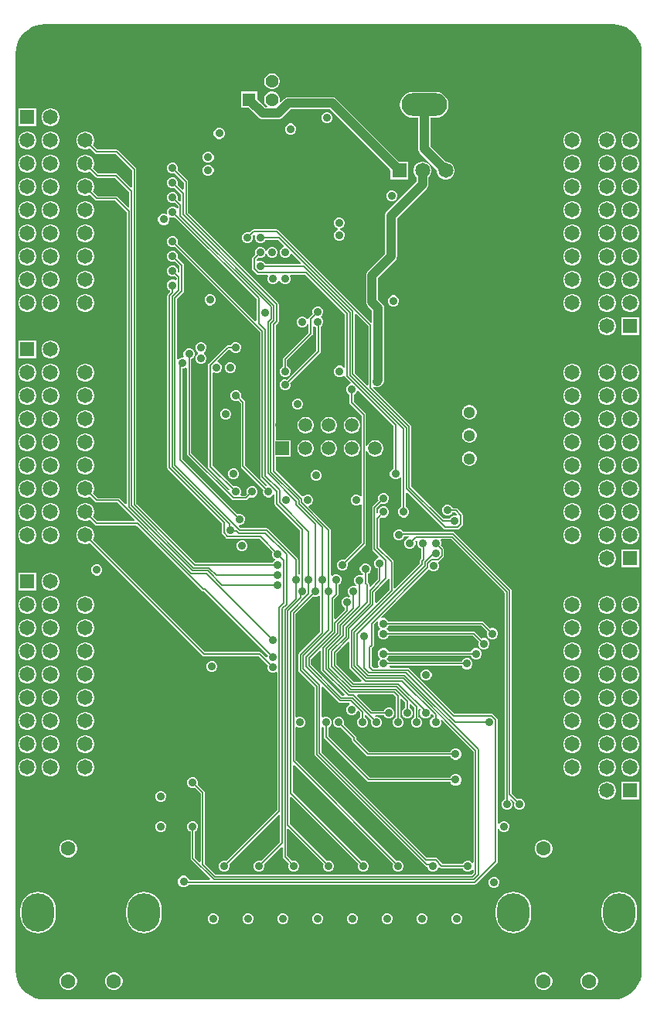
<source format=gbl>
G04*
G04 #@! TF.GenerationSoftware,Altium Limited,Altium Designer,25.8.1 (18)*
G04*
G04 Layer_Physical_Order=4*
G04 Layer_Color=16711680*
%FSLAX44Y44*%
%MOMM*%
G71*
G04*
G04 #@! TF.SameCoordinates,F06DF03C-5C5C-4556-82C7-8571A15AA075*
G04*
G04*
G04 #@! TF.FilePolarity,Positive*
G04*
G01*
G75*
%ADD60C,0.1530*%
%ADD64O,2.2500X4.5000*%
%ADD65O,5.0000X2.5000*%
%ADD66C,1.3000*%
%ADD67C,1.5000*%
%ADD68R,1.5000X1.5000*%
%ADD69C,1.6500*%
%ADD70R,1.6500X1.6500*%
%ADD71C,1.6000*%
%ADD72O,3.6000X4.2000*%
%ADD73C,3.3160*%
%ADD74C,1.4280*%
%ADD75R,1.4280X1.4280*%
%ADD76C,0.9000*%
%ADD77C,1.0000*%
G36*
X316128Y533079D02*
X320983Y531914D01*
X325597Y530003D01*
X329854Y527394D01*
X333651Y524151D01*
X336894Y520354D01*
X339503Y516096D01*
X341414Y511483D01*
X342579Y506628D01*
X342945Y501987D01*
X342878Y501650D01*
Y-501650D01*
X342945Y-501987D01*
X342579Y-506628D01*
X341414Y-511483D01*
X339503Y-516096D01*
X336894Y-520354D01*
X333651Y-524151D01*
X329854Y-527394D01*
X325597Y-530003D01*
X320983Y-531914D01*
X316128Y-533079D01*
X311487Y-533445D01*
X311150Y-533378D01*
X-311150D01*
X-311487Y-533445D01*
X-316128Y-533079D01*
X-320983Y-531914D01*
X-325597Y-530003D01*
X-329854Y-527394D01*
X-333651Y-524151D01*
X-336894Y-520354D01*
X-339503Y-516096D01*
X-341414Y-511483D01*
X-342579Y-506628D01*
X-342945Y-501987D01*
X-342878Y-501650D01*
Y501650D01*
X-342945Y501987D01*
X-342579Y506628D01*
X-341414Y511483D01*
X-339503Y516096D01*
X-336894Y520354D01*
X-333651Y524151D01*
X-329854Y527394D01*
X-325597Y530003D01*
X-320983Y531914D01*
X-316128Y533079D01*
X-311487Y533445D01*
X-311150Y533378D01*
X311150D01*
X311487Y533445D01*
X316128Y533079D01*
D02*
G37*
%LPC*%
G36*
X-61090Y479830D02*
X-63370D01*
X-65573Y479240D01*
X-67547Y478100D01*
X-69160Y476487D01*
X-70300Y474513D01*
X-70890Y472310D01*
Y470030D01*
X-70300Y467827D01*
X-69160Y465853D01*
X-67547Y464240D01*
X-65573Y463100D01*
X-63370Y462510D01*
X-61090D01*
X-58887Y463100D01*
X-56913Y464240D01*
X-55300Y465853D01*
X-54160Y467827D01*
X-53570Y470030D01*
Y472310D01*
X-54160Y474513D01*
X-55300Y476487D01*
X-56913Y478100D01*
X-58887Y479240D01*
X-61090Y479830D01*
D02*
G37*
G36*
X-61090Y459830D02*
X-63370D01*
X-65573Y459240D01*
X-67547Y458100D01*
X-69160Y456487D01*
X-70300Y454513D01*
X-70890Y452310D01*
Y450030D01*
X-70300Y447827D01*
X-69160Y445853D01*
X-67557Y444250D01*
X-67557Y444205D01*
X-67972Y442726D01*
X-69486D01*
X-78570Y451810D01*
Y459830D01*
X-95890D01*
Y442510D01*
X-87870D01*
X-76860Y431499D01*
X-76860Y431499D01*
X-75498Y430454D01*
X-73911Y429797D01*
X-72210Y429573D01*
X-72209Y429573D01*
X-55030D01*
X-55030Y429573D01*
X-53328Y429797D01*
X-51742Y430454D01*
X-50380Y431499D01*
X-41455Y440424D01*
X1126D01*
X67580Y373970D01*
Y363730D01*
X87120D01*
Y383270D01*
X76880D01*
X8500Y451650D01*
X7138Y452695D01*
X5552Y453352D01*
X3850Y453576D01*
X3850Y453576D01*
X-44179D01*
X-44180Y453576D01*
X-45882Y453352D01*
X-47468Y452695D01*
X-48830Y451650D01*
X-48830Y451650D01*
X-52557Y447923D01*
X-53923Y448712D01*
X-53570Y450030D01*
Y452310D01*
X-54160Y454513D01*
X-55300Y456487D01*
X-56913Y458100D01*
X-58887Y459240D01*
X-61090Y459830D01*
D02*
G37*
G36*
X-803Y437020D02*
X-3198D01*
X-5410Y436104D01*
X-7103Y434410D01*
X-8020Y432197D01*
Y429803D01*
X-7103Y427590D01*
X-5410Y425896D01*
X-3198Y424980D01*
X-803D01*
X1410Y425896D01*
X3104Y427590D01*
X4020Y429803D01*
Y432197D01*
X3104Y434410D01*
X1410Y436104D01*
X-803Y437020D01*
D02*
G37*
G36*
X-303514Y441570D02*
X-306086D01*
X-308571Y440904D01*
X-310799Y439618D01*
X-312618Y437799D01*
X-313904Y435571D01*
X-314570Y433086D01*
Y430514D01*
X-313904Y428029D01*
X-312618Y425801D01*
X-310799Y423982D01*
X-308571Y422696D01*
X-306086Y422030D01*
X-303514D01*
X-301029Y422696D01*
X-298801Y423982D01*
X-296982Y425801D01*
X-295696Y428029D01*
X-295030Y430514D01*
Y433086D01*
X-295696Y435571D01*
X-296982Y437799D01*
X-298801Y439618D01*
X-301029Y440904D01*
X-303514Y441570D01*
D02*
G37*
G36*
X-320430D02*
X-339970D01*
Y422030D01*
X-320430D01*
Y441570D01*
D02*
G37*
G36*
X-40802Y425020D02*
X-43197D01*
X-45410Y424104D01*
X-47104Y422410D01*
X-48020Y420197D01*
Y417803D01*
X-47104Y415590D01*
X-45410Y413896D01*
X-43197Y412980D01*
X-40802D01*
X-38590Y413896D01*
X-36897Y415590D01*
X-35980Y417803D01*
Y420197D01*
X-36897Y422410D01*
X-38590Y424104D01*
X-40802Y425020D01*
D02*
G37*
G36*
X-118802Y420020D02*
X-121197D01*
X-123410Y419104D01*
X-125104Y417410D01*
X-126020Y415197D01*
Y412803D01*
X-125104Y410590D01*
X-123410Y408896D01*
X-121197Y407980D01*
X-118802D01*
X-116590Y408896D01*
X-114896Y410590D01*
X-113980Y412803D01*
Y415197D01*
X-114896Y417410D01*
X-116590Y419104D01*
X-118802Y420020D01*
D02*
G37*
G36*
X331486Y416170D02*
X328914D01*
X326429Y415504D01*
X324201Y414218D01*
X322382Y412399D01*
X321096Y410171D01*
X320430Y407686D01*
Y405114D01*
X321096Y402629D01*
X322382Y400401D01*
X324201Y398582D01*
X326429Y397296D01*
X328914Y396630D01*
X331486D01*
X333971Y397296D01*
X336199Y398582D01*
X338018Y400401D01*
X339304Y402629D01*
X339970Y405114D01*
Y407686D01*
X339304Y410171D01*
X338018Y412399D01*
X336199Y414218D01*
X333971Y415504D01*
X331486Y416170D01*
D02*
G37*
G36*
X306086D02*
X303514D01*
X301029Y415504D01*
X298801Y414218D01*
X296982Y412399D01*
X295696Y410171D01*
X295030Y407686D01*
Y405114D01*
X295696Y402629D01*
X296982Y400401D01*
X298801Y398582D01*
X301029Y397296D01*
X303514Y396630D01*
X306086D01*
X308571Y397296D01*
X310799Y398582D01*
X312618Y400401D01*
X313904Y402629D01*
X314570Y405114D01*
Y407686D01*
X313904Y410171D01*
X312618Y412399D01*
X310799Y414218D01*
X308571Y415504D01*
X306086Y416170D01*
D02*
G37*
G36*
X267986D02*
X265414D01*
X262929Y415504D01*
X260701Y414218D01*
X258882Y412399D01*
X257596Y410171D01*
X256930Y407686D01*
Y405114D01*
X257596Y402629D01*
X258882Y400401D01*
X260701Y398582D01*
X262929Y397296D01*
X265414Y396630D01*
X267986D01*
X270471Y397296D01*
X272699Y398582D01*
X274518Y400401D01*
X275804Y402629D01*
X276470Y405114D01*
Y407686D01*
X275804Y410171D01*
X274518Y412399D01*
X272699Y414218D01*
X270471Y415504D01*
X267986Y416170D01*
D02*
G37*
G36*
X-303514D02*
X-306086D01*
X-308571Y415504D01*
X-310799Y414218D01*
X-312618Y412399D01*
X-313904Y410171D01*
X-314570Y407686D01*
Y405114D01*
X-313904Y402629D01*
X-312618Y400401D01*
X-310799Y398582D01*
X-308571Y397296D01*
X-306086Y396630D01*
X-303514D01*
X-301029Y397296D01*
X-298801Y398582D01*
X-296982Y400401D01*
X-295696Y402629D01*
X-295030Y405114D01*
Y407686D01*
X-295696Y410171D01*
X-296982Y412399D01*
X-298801Y414218D01*
X-301029Y415504D01*
X-303514Y416170D01*
D02*
G37*
G36*
X-328914Y416170D02*
X-331486D01*
X-333971Y415504D01*
X-336199Y414218D01*
X-338018Y412399D01*
X-339304Y410171D01*
X-339970Y407686D01*
Y405114D01*
X-339304Y402629D01*
X-338018Y400401D01*
X-336199Y398582D01*
X-333971Y397296D01*
X-331486Y396630D01*
X-328914D01*
X-326429Y397296D01*
X-324201Y398582D01*
X-322382Y400401D01*
X-321096Y402629D01*
X-320430Y405114D01*
Y407686D01*
X-321096Y410171D01*
X-322382Y412399D01*
X-324201Y414218D01*
X-326429Y415504D01*
X-328914Y416170D01*
D02*
G37*
G36*
X-130802Y394020D02*
X-133197D01*
X-135410Y393103D01*
X-137104Y391410D01*
X-138020Y389198D01*
Y386803D01*
X-137104Y384590D01*
X-135410Y382896D01*
X-133197Y381980D01*
X-130802D01*
X-128590Y382896D01*
X-126896Y384590D01*
X-125980Y386803D01*
Y389198D01*
X-126896Y391410D01*
X-128590Y393103D01*
X-130802Y394020D01*
D02*
G37*
G36*
X-328914Y390770D02*
X-331486D01*
X-333971Y390104D01*
X-336199Y388818D01*
X-338018Y386999D01*
X-339304Y384771D01*
X-339970Y382286D01*
Y379714D01*
X-339304Y377229D01*
X-338018Y375001D01*
X-336199Y373182D01*
X-333971Y371896D01*
X-331486Y371230D01*
X-328914D01*
X-326429Y371896D01*
X-324201Y373182D01*
X-322382Y375001D01*
X-321096Y377229D01*
X-320430Y379714D01*
Y382286D01*
X-321096Y384771D01*
X-322382Y386999D01*
X-324201Y388818D01*
X-326429Y390104D01*
X-328914Y390770D01*
D02*
G37*
G36*
X-303514Y390770D02*
X-306086D01*
X-308571Y390104D01*
X-310799Y388818D01*
X-312618Y386999D01*
X-313904Y384771D01*
X-314570Y382286D01*
Y379714D01*
X-313904Y377229D01*
X-312618Y375001D01*
X-310799Y373182D01*
X-308571Y371896D01*
X-306086Y371230D01*
X-303514D01*
X-301029Y371896D01*
X-298801Y373182D01*
X-296982Y375001D01*
X-295696Y377229D01*
X-295030Y379714D01*
Y382286D01*
X-295696Y384771D01*
X-296982Y386999D01*
X-298801Y388818D01*
X-301029Y390104D01*
X-303514Y390770D01*
D02*
G37*
G36*
X331486Y390770D02*
X328914D01*
X326429Y390104D01*
X324201Y388818D01*
X322382Y386999D01*
X321096Y384771D01*
X320430Y382286D01*
Y379714D01*
X321096Y377229D01*
X322382Y375001D01*
X324201Y373182D01*
X326429Y371896D01*
X328914Y371230D01*
X331486D01*
X333971Y371896D01*
X336199Y373182D01*
X338018Y375001D01*
X339304Y377229D01*
X339970Y379714D01*
Y382286D01*
X339304Y384771D01*
X338018Y386999D01*
X336199Y388818D01*
X333971Y390104D01*
X331486Y390770D01*
D02*
G37*
G36*
X306086D02*
X303514D01*
X301029Y390104D01*
X298801Y388818D01*
X296982Y386999D01*
X295696Y384771D01*
X295030Y382286D01*
Y379714D01*
X295696Y377229D01*
X296982Y375001D01*
X298801Y373182D01*
X301029Y371896D01*
X303514Y371230D01*
X306086D01*
X308571Y371896D01*
X310799Y373182D01*
X312618Y375001D01*
X313904Y377229D01*
X314570Y379714D01*
Y382286D01*
X313904Y384771D01*
X312618Y386999D01*
X310799Y388818D01*
X308571Y390104D01*
X306086Y390770D01*
D02*
G37*
G36*
X267986D02*
X265414D01*
X262929Y390104D01*
X260701Y388818D01*
X258882Y386999D01*
X257596Y384771D01*
X256930Y382286D01*
Y379714D01*
X257596Y377229D01*
X258882Y375001D01*
X260701Y373182D01*
X262929Y371896D01*
X265414Y371230D01*
X267986D01*
X270471Y371896D01*
X272699Y373182D01*
X274518Y375001D01*
X275804Y377229D01*
X276470Y379714D01*
Y382286D01*
X275804Y384771D01*
X274518Y386999D01*
X272699Y388818D01*
X270471Y390104D01*
X267986Y390770D01*
D02*
G37*
G36*
X-130802Y380020D02*
X-133197D01*
X-135410Y379104D01*
X-137104Y377410D01*
X-138020Y375197D01*
Y372803D01*
X-137104Y370590D01*
X-135410Y368896D01*
X-133197Y367980D01*
X-130802D01*
X-128590Y368896D01*
X-126896Y370590D01*
X-125980Y372803D01*
Y375197D01*
X-126896Y377410D01*
X-128590Y379104D01*
X-130802Y380020D01*
D02*
G37*
G36*
X117000Y459541D02*
X92000D01*
X88340Y459059D01*
X84930Y457646D01*
X82001Y455399D01*
X79753Y452471D01*
X78341Y449060D01*
X77859Y445400D01*
X78341Y441740D01*
X79753Y438330D01*
X82001Y435401D01*
X84930Y433153D01*
X88340Y431741D01*
X92000Y431259D01*
X97924D01*
Y397150D01*
X97924Y397150D01*
X98148Y395448D01*
X98805Y393862D01*
X99850Y392500D01*
X118380Y373970D01*
Y372214D01*
X119046Y369729D01*
X120332Y367501D01*
X122151Y365682D01*
X124379Y364396D01*
X126864Y363730D01*
X129436D01*
X131921Y364396D01*
X134149Y365682D01*
X135968Y367501D01*
X137254Y369729D01*
X137920Y372214D01*
Y374786D01*
X137254Y377271D01*
X135968Y379499D01*
X134149Y381318D01*
X131921Y382604D01*
X129436Y383270D01*
X127680D01*
X111076Y399874D01*
Y431259D01*
X117000D01*
X120660Y431741D01*
X124071Y433153D01*
X126999Y435401D01*
X129247Y438330D01*
X130659Y441740D01*
X131141Y445400D01*
X130659Y449060D01*
X129247Y452471D01*
X126999Y455399D01*
X124071Y457646D01*
X120660Y459059D01*
X117000Y459541D01*
D02*
G37*
G36*
X-265412Y416170D02*
X-267984D01*
X-270469Y415504D01*
X-272697Y414218D01*
X-274516Y412399D01*
X-275802Y410171D01*
X-276468Y407686D01*
Y405114D01*
X-275802Y402629D01*
X-274516Y400401D01*
X-272697Y398582D01*
X-270469Y397296D01*
X-267984Y396630D01*
X-265412D01*
X-262927Y397296D01*
X-261635Y398042D01*
X-255945Y392353D01*
X-255190Y391848D01*
X-254298Y391670D01*
X-232965D01*
X-215330Y374035D01*
Y355183D01*
X-216738Y354600D01*
X-231785Y369647D01*
X-232541Y370152D01*
X-233432Y370330D01*
X-252733D01*
X-258340Y375937D01*
X-257594Y377229D01*
X-256928Y379714D01*
Y382286D01*
X-257594Y384771D01*
X-258880Y386999D01*
X-260699Y388818D01*
X-262927Y390104D01*
X-265412Y390770D01*
X-267984D01*
X-270469Y390104D01*
X-272697Y388818D01*
X-274516Y386999D01*
X-275802Y384771D01*
X-276468Y382286D01*
Y379714D01*
X-275802Y377229D01*
X-274516Y375001D01*
X-272697Y373182D01*
X-270469Y371896D01*
X-267984Y371230D01*
X-265412D01*
X-262927Y371896D01*
X-261635Y372642D01*
X-255345Y366353D01*
X-254590Y365848D01*
X-253698Y365670D01*
X-234397D01*
X-218380Y349653D01*
Y333473D01*
X-219788Y332890D01*
X-231545Y344647D01*
X-232301Y345152D01*
X-233193Y345330D01*
X-253133D01*
X-258340Y350537D01*
X-257594Y351829D01*
X-256928Y354314D01*
Y356886D01*
X-257594Y359371D01*
X-258880Y361599D01*
X-260699Y363418D01*
X-262927Y364704D01*
X-265412Y365370D01*
X-267984D01*
X-270469Y364704D01*
X-272697Y363418D01*
X-274516Y361599D01*
X-275802Y359371D01*
X-276468Y356886D01*
Y354314D01*
X-275802Y351829D01*
X-274516Y349601D01*
X-272697Y347782D01*
X-270469Y346496D01*
X-267984Y345830D01*
X-265412D01*
X-262927Y346496D01*
X-261635Y347242D01*
X-255745Y341353D01*
X-254990Y340848D01*
X-254098Y340670D01*
X-234158D01*
X-221430Y327942D01*
Y8776D01*
X-222838Y8192D01*
X-229118Y14473D01*
X-229874Y14978D01*
X-230766Y15155D01*
X-253157D01*
X-258338Y20337D01*
X-257592Y21629D01*
X-256926Y24114D01*
Y26686D01*
X-257592Y29171D01*
X-258878Y31399D01*
X-260697Y33218D01*
X-262925Y34504D01*
X-265410Y35170D01*
X-267983D01*
X-270467Y34504D01*
X-272695Y33218D01*
X-274514Y31399D01*
X-275800Y29171D01*
X-276466Y26686D01*
Y24114D01*
X-275800Y21629D01*
X-274514Y19401D01*
X-272695Y17582D01*
X-270467Y16296D01*
X-267983Y15630D01*
X-265410D01*
X-262925Y16296D01*
X-261633Y17042D01*
X-255769Y11178D01*
X-255013Y10673D01*
X-254122Y10496D01*
X-231731D01*
X-212479Y-8756D01*
X-213062Y-10164D01*
X-253237D01*
X-258338Y-5063D01*
X-257592Y-3771D01*
X-256926Y-1286D01*
Y1286D01*
X-257592Y3771D01*
X-258878Y5999D01*
X-260697Y7818D01*
X-262925Y9104D01*
X-265410Y9770D01*
X-267983D01*
X-270467Y9104D01*
X-272695Y7818D01*
X-274514Y5999D01*
X-275800Y3771D01*
X-276466Y1286D01*
Y-1286D01*
X-275800Y-3771D01*
X-274514Y-5999D01*
X-272695Y-7818D01*
X-270467Y-9104D01*
X-267983Y-9770D01*
X-265410D01*
X-262925Y-9104D01*
X-261633Y-8358D01*
X-255850Y-14141D01*
X-255094Y-14646D01*
X-254202Y-14823D01*
X-210725D01*
X-139374Y-86174D01*
X-138618Y-86679D01*
X-137726Y-86857D01*
X-136438D01*
X-66572Y-156722D01*
X-67020Y-157803D01*
Y-158530D01*
X-68544Y-159161D01*
X-73853Y-153853D01*
X-74608Y-153348D01*
X-75500Y-153170D01*
X-135631D01*
X-258338Y-30463D01*
X-257592Y-29171D01*
X-256926Y-26686D01*
Y-24114D01*
X-257592Y-21629D01*
X-258878Y-19401D01*
X-260697Y-17582D01*
X-262925Y-16296D01*
X-265410Y-15630D01*
X-267983D01*
X-270467Y-16296D01*
X-272695Y-17582D01*
X-274514Y-19401D01*
X-275800Y-21629D01*
X-276466Y-24114D01*
Y-26686D01*
X-275800Y-29171D01*
X-274514Y-31399D01*
X-272695Y-33218D01*
X-270467Y-34504D01*
X-267983Y-35170D01*
X-265410D01*
X-262925Y-34504D01*
X-261633Y-33758D01*
X-138244Y-157147D01*
X-137488Y-157652D01*
X-136596Y-157830D01*
X-76465D01*
X-66572Y-167722D01*
X-67020Y-168803D01*
Y-171197D01*
X-66104Y-173410D01*
X-64410Y-175103D01*
X-62197Y-176020D01*
X-59802D01*
X-57889Y-175227D01*
X-56365Y-175870D01*
Y-326170D01*
X-112022Y-381828D01*
X-113103Y-381380D01*
X-115498D01*
X-117710Y-382297D01*
X-119403Y-383990D01*
X-120320Y-386203D01*
Y-388597D01*
X-119403Y-390810D01*
X-117710Y-392504D01*
X-115498Y-393420D01*
X-113103D01*
X-110890Y-392504D01*
X-109197Y-390810D01*
X-108280Y-388597D01*
Y-386203D01*
X-108728Y-385122D01*
X-54723Y-331118D01*
X-53315Y-331701D01*
Y-361220D01*
X-73922Y-381828D01*
X-75003Y-381380D01*
X-77397D01*
X-79610Y-382297D01*
X-81304Y-383990D01*
X-82220Y-386203D01*
Y-388597D01*
X-81304Y-390810D01*
X-79610Y-392504D01*
X-77397Y-393420D01*
X-75003D01*
X-72790Y-392504D01*
X-71097Y-390810D01*
X-70180Y-388597D01*
Y-386203D01*
X-70627Y-385122D01*
X-51673Y-366168D01*
X-50265Y-366751D01*
Y-377565D01*
X-50087Y-378457D01*
X-49583Y-379212D01*
X-43673Y-385122D01*
X-44120Y-386203D01*
Y-388597D01*
X-43204Y-390810D01*
X-41510Y-392504D01*
X-39297Y-393420D01*
X-36903D01*
X-34690Y-392504D01*
X-32997Y-390810D01*
X-32080Y-388597D01*
Y-386203D01*
X-32997Y-383990D01*
X-34690Y-382297D01*
X-36903Y-381380D01*
X-39297D01*
X-40378Y-381828D01*
X-45605Y-376600D01*
Y-347081D01*
X-44197Y-346498D01*
X-5573Y-385122D01*
X-6020Y-386203D01*
Y-388597D01*
X-5103Y-390810D01*
X-3410Y-392504D01*
X-1198Y-393420D01*
X1197D01*
X3410Y-392504D01*
X5103Y-390810D01*
X6020Y-388597D01*
Y-386203D01*
X5103Y-383990D01*
X3410Y-382297D01*
X1197Y-381380D01*
X-1198D01*
X-2278Y-381828D01*
X-42555Y-341550D01*
Y-312031D01*
X-41147Y-311448D01*
X32527Y-385122D01*
X32080Y-386203D01*
Y-388597D01*
X32996Y-390810D01*
X34690Y-392504D01*
X36902Y-393420D01*
X39297D01*
X41510Y-392504D01*
X43204Y-390810D01*
X44120Y-388597D01*
Y-386203D01*
X43204Y-383990D01*
X41510Y-382297D01*
X39297Y-381380D01*
X36902D01*
X35822Y-381828D01*
X-39505Y-306500D01*
Y-276981D01*
X-38097Y-276398D01*
X70627Y-385122D01*
X70180Y-386203D01*
Y-388597D01*
X71097Y-390810D01*
X72790Y-392504D01*
X75002Y-393420D01*
X77397D01*
X79610Y-392504D01*
X81304Y-390810D01*
X82220Y-388597D01*
Y-386203D01*
X81304Y-383990D01*
X79610Y-382297D01*
X77397Y-381380D01*
X75002D01*
X73922Y-381828D01*
X-36455Y-271450D01*
Y-236049D01*
X-34931Y-235302D01*
X-33198Y-236020D01*
X-30803D01*
X-28590Y-235103D01*
X-26897Y-233410D01*
X-25980Y-231197D01*
Y-228803D01*
X-26897Y-226590D01*
X-28590Y-224897D01*
X-30803Y-223980D01*
X-33198D01*
X-34931Y-224698D01*
X-36455Y-223951D01*
Y-111750D01*
X-17278Y-92572D01*
X-16198Y-93020D01*
X-13802D01*
X-11590Y-92104D01*
X-10854Y-91367D01*
X-9330Y-91999D01*
Y-131286D01*
X-32582Y-154539D01*
X-33087Y-155295D01*
X-33265Y-156186D01*
Y-173009D01*
X-33087Y-173901D01*
X-32582Y-174657D01*
X-15545Y-191695D01*
Y-265098D01*
X-15367Y-265990D01*
X-14862Y-266746D01*
X106010Y-387618D01*
X106766Y-388123D01*
X107657Y-388301D01*
X108280D01*
Y-388597D01*
X109197Y-390810D01*
X110890Y-392504D01*
X113103Y-393420D01*
X115497D01*
X117710Y-392504D01*
X119403Y-390810D01*
X120122Y-389076D01*
X121728Y-388527D01*
X122098Y-388897D01*
X122854Y-389402D01*
X123745Y-389580D01*
X146699D01*
X147147Y-390660D01*
X148840Y-392354D01*
X151053Y-393270D01*
X153447D01*
X155660Y-392354D01*
X157146Y-390867D01*
X158126Y-391056D01*
X158670Y-391334D01*
Y-394599D01*
X156599Y-396670D01*
X-123635D01*
X-135670Y-384635D01*
Y-307000D01*
X-135848Y-306108D01*
X-136353Y-305353D01*
X-143427Y-298278D01*
X-142980Y-297197D01*
Y-294802D01*
X-143897Y-292590D01*
X-145590Y-290896D01*
X-147802Y-289980D01*
X-150197D01*
X-152410Y-290896D01*
X-154103Y-292590D01*
X-155020Y-294802D01*
Y-297197D01*
X-154103Y-299410D01*
X-152410Y-301103D01*
X-150197Y-302020D01*
X-147802D01*
X-146722Y-301572D01*
X-140330Y-307965D01*
Y-382298D01*
X-141738Y-382881D01*
X-146670Y-377948D01*
Y-349551D01*
X-145590Y-349104D01*
X-143897Y-347410D01*
X-142980Y-345197D01*
Y-342803D01*
X-143897Y-340590D01*
X-145590Y-338896D01*
X-147802Y-337980D01*
X-150197D01*
X-152410Y-338896D01*
X-154103Y-340590D01*
X-155020Y-342803D01*
Y-345197D01*
X-154103Y-347410D01*
X-152410Y-349104D01*
X-151330Y-349551D01*
Y-378913D01*
X-151152Y-379805D01*
X-150647Y-380561D01*
X-129846Y-401362D01*
X-130429Y-402770D01*
X-152993D01*
X-153897Y-400590D01*
X-155590Y-398896D01*
X-157803Y-397980D01*
X-160198D01*
X-162410Y-398896D01*
X-164104Y-400590D01*
X-165020Y-402803D01*
Y-405197D01*
X-164104Y-407410D01*
X-162410Y-409104D01*
X-160198Y-410020D01*
X-157803D01*
X-155590Y-409104D01*
X-153916Y-407430D01*
X160091D01*
X160983Y-407252D01*
X161738Y-406747D01*
X184432Y-384053D01*
X184937Y-383298D01*
X185115Y-382406D01*
Y-347091D01*
X186639Y-346788D01*
X186896Y-347410D01*
X188590Y-349104D01*
X190802Y-350020D01*
X193197D01*
X195410Y-349104D01*
X197104Y-347410D01*
X198020Y-345197D01*
Y-342803D01*
X197104Y-340590D01*
X195410Y-338896D01*
X193197Y-337980D01*
X190802D01*
X188590Y-338896D01*
X186896Y-340590D01*
X186639Y-341212D01*
X185115Y-340909D01*
Y-227190D01*
X184937Y-226298D01*
X184432Y-225542D01*
X180243Y-221353D01*
X179487Y-220848D01*
X178596Y-220670D01*
X137965D01*
X88432Y-171138D01*
X87677Y-170633D01*
X86785Y-170455D01*
X67175D01*
X66329Y-168931D01*
X66704Y-168330D01*
X145819D01*
X146266Y-169410D01*
X147959Y-171103D01*
X150172Y-172020D01*
X152567D01*
X154780Y-171103D01*
X156473Y-169410D01*
X157389Y-167197D01*
Y-164802D01*
X156473Y-162590D01*
X154780Y-160896D01*
X152567Y-159980D01*
X150172D01*
X147959Y-160896D01*
X146266Y-162590D01*
X145819Y-163670D01*
X65551D01*
X65104Y-162590D01*
X64009Y-161496D01*
X63581Y-160500D01*
X64009Y-159504D01*
X65104Y-158410D01*
X65551Y-157330D01*
X155654D01*
X156102Y-158410D01*
X157795Y-160103D01*
X160008Y-161020D01*
X162403D01*
X164615Y-160103D01*
X166309Y-158410D01*
X167225Y-156198D01*
Y-153802D01*
X166309Y-151590D01*
X164615Y-149896D01*
X162403Y-148980D01*
X160008D01*
X157795Y-149896D01*
X156102Y-151590D01*
X155654Y-152670D01*
X65551D01*
X65104Y-151590D01*
X63410Y-149896D01*
X61198Y-148980D01*
X58802D01*
X56590Y-149896D01*
X54896Y-151590D01*
X53980Y-153802D01*
Y-156198D01*
X54896Y-158410D01*
X55991Y-159504D01*
X56419Y-160500D01*
X55991Y-161496D01*
X54896Y-162590D01*
X53980Y-164802D01*
Y-167197D01*
X54698Y-168931D01*
X53951Y-170455D01*
X49271D01*
X47330Y-168514D01*
Y-148705D01*
X48647Y-147387D01*
X49152Y-146631D01*
X49330Y-145739D01*
Y-122965D01*
X52923Y-119372D01*
X54215Y-120235D01*
X53980Y-120803D01*
Y-123197D01*
X54896Y-125410D01*
X55991Y-126504D01*
X56419Y-127500D01*
X55991Y-128496D01*
X54896Y-129590D01*
X53980Y-131803D01*
Y-134197D01*
X54896Y-136410D01*
X56590Y-138104D01*
X58802Y-139020D01*
X61198D01*
X63410Y-138104D01*
X65104Y-136410D01*
X65551Y-135330D01*
X158049D01*
X164441Y-141722D01*
X163994Y-142802D01*
Y-145197D01*
X164910Y-147410D01*
X166604Y-149103D01*
X168816Y-150020D01*
X171211D01*
X173424Y-149103D01*
X175117Y-147410D01*
X176034Y-145197D01*
Y-142802D01*
X175117Y-140590D01*
X173424Y-138897D01*
X171211Y-137980D01*
X168816D01*
X167736Y-138427D01*
X160661Y-131353D01*
X159905Y-130848D01*
X159014Y-130670D01*
X65551D01*
X65104Y-129590D01*
X64009Y-128496D01*
X63581Y-127500D01*
X64009Y-126504D01*
X65104Y-125410D01*
X65551Y-124330D01*
X167035D01*
X173428Y-130722D01*
X172980Y-131803D01*
Y-134197D01*
X173897Y-136410D01*
X175590Y-138104D01*
X177803Y-139020D01*
X180198D01*
X182410Y-138104D01*
X184104Y-136410D01*
X185020Y-134197D01*
Y-131803D01*
X184104Y-129590D01*
X182410Y-127896D01*
X180198Y-126980D01*
X177803D01*
X176722Y-127428D01*
X169647Y-120353D01*
X168892Y-119848D01*
X168000Y-119670D01*
X65551D01*
X65104Y-118590D01*
X63410Y-116896D01*
X61198Y-115980D01*
X58802D01*
X58235Y-116215D01*
X57372Y-114923D01*
X108895Y-63400D01*
X109868Y-62438D01*
X110911Y-63425D01*
X111590Y-64103D01*
X113802Y-65020D01*
X116198D01*
X118410Y-64103D01*
X120104Y-62410D01*
X121020Y-60198D01*
Y-57803D01*
X120177Y-55768D01*
X120230Y-55245D01*
X120687Y-54019D01*
X121243Y-53647D01*
X125432Y-49458D01*
X125937Y-48702D01*
X126115Y-47810D01*
Y-40824D01*
X125937Y-39933D01*
X125432Y-39177D01*
X122561Y-36306D01*
X123020Y-35198D01*
Y-32803D01*
X122302Y-31069D01*
X123049Y-29545D01*
X133937D01*
X192620Y-88228D01*
Y-310263D01*
X192670Y-310515D01*
Y-314449D01*
X191590Y-314897D01*
X189897Y-316590D01*
X188980Y-318803D01*
Y-321198D01*
X189897Y-323410D01*
X191590Y-325103D01*
X193803Y-326020D01*
X196197D01*
X198410Y-325103D01*
X200103Y-323410D01*
X201020Y-321198D01*
Y-318803D01*
X200103Y-316590D01*
X198410Y-314897D01*
X198315Y-314857D01*
Y-314765D01*
X199839Y-314134D01*
X203428Y-317722D01*
X202980Y-318803D01*
Y-321198D01*
X203897Y-323410D01*
X205590Y-325103D01*
X207803Y-326020D01*
X210197D01*
X212410Y-325103D01*
X214104Y-323410D01*
X215020Y-321198D01*
Y-318803D01*
X214104Y-316590D01*
X212410Y-314897D01*
X210197Y-313980D01*
X207803D01*
X206722Y-314428D01*
X200330Y-308035D01*
Y-86000D01*
X200152Y-85108D01*
X199647Y-84353D01*
X137812Y-22518D01*
X137057Y-22013D01*
X136165Y-21835D01*
X82205D01*
X82104Y-21590D01*
X80410Y-19897D01*
X78197Y-18980D01*
X75802D01*
X73590Y-19897D01*
X71897Y-21590D01*
X70980Y-23802D01*
Y-26198D01*
X71897Y-28410D01*
X73590Y-30103D01*
X75802Y-31020D01*
X78197D01*
X80410Y-30103D01*
X82104Y-28410D01*
X82897Y-26495D01*
X87709D01*
X87802Y-27980D01*
X85590Y-28897D01*
X83897Y-30590D01*
X82980Y-32803D01*
Y-35198D01*
X83897Y-37410D01*
X85590Y-39104D01*
X87802Y-40020D01*
X90197D01*
X92410Y-39104D01*
X94103Y-37410D01*
X95020Y-35198D01*
Y-32803D01*
X94572Y-31722D01*
X95746Y-30549D01*
X96230Y-30630D01*
X97175Y-32332D01*
X96980Y-32803D01*
Y-35198D01*
X97896Y-37410D01*
X99590Y-39104D01*
X101670Y-39965D01*
Y-50813D01*
X100468Y-52016D01*
X99963Y-52771D01*
X99785Y-53663D01*
Y-56607D01*
X72523Y-83869D01*
X71115Y-83286D01*
Y-54876D01*
X70938Y-53985D01*
X70432Y-53229D01*
X55330Y-38126D01*
Y-7965D01*
X57722Y-5573D01*
X58802Y-6020D01*
X61198D01*
X63410Y-5103D01*
X65104Y-3410D01*
X66020Y-1198D01*
Y1198D01*
X65104Y3410D01*
X63410Y5103D01*
X61198Y6020D01*
X58802D01*
X56590Y5103D01*
X54896Y3410D01*
X53980Y1198D01*
Y-1198D01*
X54126Y-1549D01*
X53804Y-1871D01*
X52280Y-1240D01*
Y3985D01*
X57722Y9427D01*
X58802Y8980D01*
X61198D01*
X63410Y9897D01*
X65104Y11590D01*
X66020Y13802D01*
Y16198D01*
X65104Y18410D01*
X63410Y20103D01*
X61198Y21020D01*
X58802D01*
X56590Y20103D01*
X54896Y18410D01*
X53980Y16198D01*
Y13802D01*
X54427Y12722D01*
X48303Y6597D01*
X47798Y5842D01*
X47620Y4950D01*
Y-40354D01*
X47798Y-41246D01*
X48303Y-42002D01*
X54873Y-48572D01*
X54324Y-50178D01*
X52590Y-50897D01*
X50897Y-52590D01*
X49980Y-54802D01*
Y-57197D01*
X50897Y-59410D01*
X52590Y-61104D01*
X53670Y-61551D01*
Y-74126D01*
X45738Y-82059D01*
X44330Y-81475D01*
Y-79243D01*
X44152Y-78352D01*
X43647Y-77596D01*
X43115Y-77063D01*
Y-67226D01*
X43410Y-67104D01*
X45104Y-65410D01*
X46020Y-63197D01*
Y-60802D01*
X45104Y-58590D01*
X43410Y-56897D01*
X41198Y-55980D01*
X38802D01*
X36590Y-56897D01*
X34897Y-58590D01*
X33980Y-60802D01*
Y-63197D01*
X34897Y-65410D01*
X36590Y-67104D01*
X37766Y-67591D01*
X37798Y-68573D01*
X36365Y-69464D01*
X35198Y-68980D01*
X32803D01*
X30590Y-69896D01*
X28897Y-71590D01*
X27980Y-73802D01*
Y-76198D01*
X28897Y-78410D01*
X30488Y-80002D01*
X30501Y-80285D01*
X29798Y-80967D01*
X28923Y-81280D01*
X28198Y-80980D01*
X25803D01*
X23590Y-81896D01*
X21897Y-83590D01*
X20980Y-85802D01*
Y-88197D01*
X21897Y-90410D01*
X23488Y-92002D01*
X23502Y-92285D01*
X22798Y-92967D01*
X21923Y-93280D01*
X21198Y-92980D01*
X18803D01*
X16590Y-93897D01*
X14897Y-95590D01*
X13980Y-97802D01*
Y-100197D01*
X14897Y-102410D01*
X16590Y-104103D01*
X17670Y-104551D01*
Y-107035D01*
X7288Y-117417D01*
X5880Y-116834D01*
Y-95415D01*
X9647Y-91647D01*
X10152Y-90892D01*
X10330Y-90000D01*
Y-79551D01*
X11410Y-79103D01*
X13103Y-77410D01*
X14020Y-75198D01*
Y-72803D01*
X13103Y-70590D01*
X11410Y-68896D01*
X9197Y-67980D01*
X6803D01*
X4590Y-68896D01*
X3854Y-69633D01*
X2330Y-69001D01*
Y-19596D01*
X2152Y-18704D01*
X1647Y-17948D01*
X-21873Y5572D01*
X-21324Y7178D01*
X-19590Y7897D01*
X-17896Y9590D01*
X-16980Y11803D01*
Y14197D01*
X-17896Y16410D01*
X-19590Y18103D01*
X-21802Y19020D01*
X-24197D01*
X-26410Y18103D01*
X-27421Y17093D01*
X-29412Y16929D01*
X-58255Y45772D01*
Y60530D01*
X-41780D01*
Y78570D01*
X-58255D01*
Y203933D01*
X-55468Y206721D01*
X-54963Y207477D01*
X-54785Y208368D01*
Y227055D01*
X-54963Y227946D01*
X-55468Y228702D01*
X-154139Y327374D01*
Y361469D01*
X-154317Y362360D01*
X-154822Y363116D01*
X-165428Y373722D01*
X-164980Y374803D01*
Y377197D01*
X-165897Y379410D01*
X-167590Y381104D01*
X-169803Y382020D01*
X-172198D01*
X-174410Y381104D01*
X-176104Y379410D01*
X-177020Y377197D01*
Y374803D01*
X-176104Y372590D01*
X-174410Y370896D01*
X-172198Y369980D01*
X-169803D01*
X-168722Y370428D01*
X-158799Y360504D01*
Y353085D01*
X-160207Y352501D01*
X-165427Y357722D01*
X-164980Y358803D01*
Y361198D01*
X-165896Y363410D01*
X-167590Y365103D01*
X-169802Y366020D01*
X-172197D01*
X-174410Y365103D01*
X-176103Y363410D01*
X-177020Y361198D01*
Y358803D01*
X-176103Y356590D01*
X-174410Y354897D01*
X-172197Y353980D01*
X-169802D01*
X-168722Y354427D01*
X-161849Y347554D01*
Y340135D01*
X-163257Y339551D01*
X-165428Y341722D01*
X-164980Y342803D01*
Y345197D01*
X-165897Y347410D01*
X-167590Y349104D01*
X-169803Y350020D01*
X-172197D01*
X-174410Y349104D01*
X-176104Y347410D01*
X-177020Y345197D01*
Y342803D01*
X-176104Y340590D01*
X-174410Y338896D01*
X-172197Y337980D01*
X-169803D01*
X-168722Y338428D01*
X-164899Y334604D01*
Y332567D01*
X-166423Y331936D01*
X-167590Y333103D01*
X-169803Y334020D01*
X-172197D01*
X-174410Y333103D01*
X-176104Y331410D01*
X-177020Y329197D01*
Y326802D01*
X-176824Y326329D01*
X-178044Y325291D01*
X-179802Y326020D01*
X-182197D01*
X-184410Y325103D01*
X-186103Y323410D01*
X-187020Y321198D01*
Y318803D01*
X-186103Y316590D01*
X-184410Y314897D01*
X-182197Y313980D01*
X-179802D01*
X-177590Y314897D01*
X-175896Y316590D01*
X-174980Y318803D01*
Y321198D01*
X-175176Y321671D01*
X-173956Y322709D01*
X-172197Y321980D01*
X-169803D01*
X-168722Y322427D01*
X-79115Y232820D01*
Y209401D01*
X-80523Y208818D01*
X-165428Y293722D01*
X-164980Y294802D01*
Y297197D01*
X-165897Y299410D01*
X-167590Y301103D01*
X-169803Y302020D01*
X-172197D01*
X-174410Y301103D01*
X-176104Y299410D01*
X-177020Y297197D01*
Y294802D01*
X-176104Y292590D01*
X-174410Y290896D01*
X-172197Y289980D01*
X-169803D01*
X-168722Y290427D01*
X-75115Y196820D01*
Y38380D01*
X-74938Y37489D01*
X-74433Y36733D01*
X-67923Y30224D01*
X-68403Y28548D01*
X-69093Y28388D01*
X-91670Y50965D01*
Y120150D01*
X-91848Y121042D01*
X-92353Y121797D01*
X-95969Y125414D01*
X-95580Y126352D01*
Y128747D01*
X-96496Y130960D01*
X-98190Y132653D01*
X-100403Y133570D01*
X-102797D01*
X-105010Y132653D01*
X-106704Y130960D01*
X-107620Y128747D01*
Y126352D01*
X-106704Y124140D01*
X-105010Y122446D01*
X-102797Y121530D01*
X-100403D01*
X-99180Y122036D01*
X-96330Y119185D01*
Y50000D01*
X-96152Y49108D01*
X-95647Y48353D01*
X-71572Y24278D01*
X-72020Y23198D01*
Y20803D01*
X-71104Y18590D01*
X-69410Y16897D01*
X-67197Y15980D01*
X-64802D01*
X-62590Y16897D01*
X-60897Y18590D01*
X-60689Y19091D01*
X-59165Y18788D01*
Y8926D01*
X-58987Y8035D01*
X-58482Y7279D01*
X-31330Y-19874D01*
Y-67281D01*
X-32854Y-68101D01*
X-33670Y-67614D01*
Y-52091D01*
X-33848Y-51200D01*
X-34353Y-50444D01*
X-66444Y-18353D01*
X-67200Y-17848D01*
X-68091Y-17670D01*
X-96408D01*
X-98534Y-15544D01*
X-97903Y-14020D01*
X-96803D01*
X-94590Y-13103D01*
X-92896Y-11410D01*
X-91980Y-9197D01*
Y-6803D01*
X-92896Y-4590D01*
X-94590Y-2896D01*
X-96803Y-1980D01*
X-99198D01*
X-100278Y-2428D01*
X-160670Y57965D01*
Y156980D01*
X-158803D01*
X-156854Y157787D01*
X-155330Y157165D01*
Y63404D01*
X-155152Y62513D01*
X-154647Y61757D01*
X-106458Y13568D01*
X-105702Y13063D01*
X-104810Y12885D01*
X-90785D01*
X-89894Y13063D01*
X-89138Y13568D01*
X-86278Y16428D01*
X-85197Y15980D01*
X-82803D01*
X-80590Y16897D01*
X-78896Y18590D01*
X-77980Y20803D01*
Y23198D01*
X-78896Y25410D01*
X-80590Y27104D01*
X-82803Y28020D01*
X-85197D01*
X-87410Y27104D01*
X-89103Y25410D01*
X-90020Y23198D01*
Y20803D01*
X-89572Y19722D01*
X-91750Y17545D01*
X-95950D01*
X-96698Y19069D01*
X-95980Y20803D01*
Y23198D01*
X-96896Y25410D01*
X-98590Y27104D01*
X-100802Y28020D01*
X-103197D01*
X-104278Y27573D01*
X-127455Y50750D01*
Y151951D01*
X-125931Y152698D01*
X-124198Y151980D01*
X-121803D01*
X-119590Y152896D01*
X-117896Y154590D01*
X-116980Y156803D01*
Y159197D01*
X-117896Y161410D01*
X-119590Y163104D01*
X-121324Y163822D01*
X-121873Y165428D01*
X-109630Y177670D01*
X-107551D01*
X-107104Y176590D01*
X-105410Y174897D01*
X-103197Y173980D01*
X-100802D01*
X-98590Y174897D01*
X-96896Y176590D01*
X-95980Y178803D01*
Y181197D01*
X-96896Y183410D01*
X-98590Y185103D01*
X-100802Y186020D01*
X-103197D01*
X-105410Y185103D01*
X-107104Y183410D01*
X-107551Y182330D01*
X-110596D01*
X-111487Y182152D01*
X-112243Y181647D01*
X-131432Y162458D01*
X-131938Y161702D01*
X-132115Y160810D01*
Y49785D01*
X-131938Y48893D01*
X-131432Y48138D01*
X-108388Y25093D01*
X-108548Y24403D01*
X-110224Y23923D01*
X-150670Y64370D01*
Y167449D01*
X-149590Y167896D01*
X-147896Y169590D01*
X-146980Y171803D01*
Y174198D01*
X-147896Y176410D01*
X-149590Y178104D01*
X-151803Y179020D01*
X-154198D01*
X-156410Y178104D01*
X-158104Y176410D01*
X-159020Y174198D01*
Y171803D01*
X-158451Y170428D01*
X-158471Y170348D01*
X-159517Y169020D01*
X-161197D01*
X-163410Y168104D01*
X-164596Y166917D01*
X-166120Y167549D01*
Y233189D01*
X-159353Y239956D01*
X-158848Y240711D01*
X-158671Y241603D01*
Y270001D01*
X-158848Y270892D01*
X-159353Y271648D01*
X-165428Y277722D01*
X-164980Y278803D01*
Y281197D01*
X-165897Y283410D01*
X-167590Y285103D01*
X-169803Y286020D01*
X-172197D01*
X-174410Y285103D01*
X-176104Y283410D01*
X-177020Y281197D01*
Y278803D01*
X-176104Y276590D01*
X-174410Y274897D01*
X-172197Y273980D01*
X-169803D01*
X-168722Y274427D01*
X-163330Y269036D01*
Y262933D01*
X-164855Y262302D01*
X-165090Y262537D01*
X-164980Y262803D01*
Y265197D01*
X-165897Y267410D01*
X-167590Y269104D01*
X-169803Y270020D01*
X-172197D01*
X-174410Y269104D01*
X-176104Y267410D01*
X-177020Y265197D01*
Y262803D01*
X-176104Y260590D01*
X-174410Y258897D01*
X-172197Y257980D01*
X-169803D01*
X-168722Y258427D01*
X-166545Y256250D01*
Y254049D01*
X-168069Y253302D01*
X-169803Y254020D01*
X-172197D01*
X-174410Y253104D01*
X-176103Y251410D01*
X-177020Y249198D01*
Y246803D01*
X-176103Y244590D01*
X-174410Y242896D01*
X-173656Y242584D01*
X-173484Y241041D01*
X-176197Y238328D01*
X-176702Y237572D01*
X-176880Y236681D01*
Y48550D01*
X-176702Y47659D01*
X-176197Y46903D01*
X-117115Y-12180D01*
Y-22810D01*
X-116938Y-23702D01*
X-116432Y-24458D01*
X-112458Y-28432D01*
X-111702Y-28937D01*
X-110810Y-29115D01*
X-99948D01*
X-99892Y-29152D01*
X-99000Y-29330D01*
X-75965D01*
X-61572Y-43722D01*
X-62020Y-44803D01*
Y-47197D01*
X-61104Y-49410D01*
X-59410Y-51104D01*
X-59085Y-51238D01*
Y-52762D01*
X-59410Y-52896D01*
X-61104Y-54590D01*
X-61551Y-55670D01*
X-146035D01*
X-210670Y8965D01*
Y375000D01*
X-210848Y375892D01*
X-211353Y376647D01*
X-230353Y395647D01*
X-231108Y396152D01*
X-232000Y396330D01*
X-253333D01*
X-258340Y401337D01*
X-257594Y402629D01*
X-256928Y405114D01*
Y407686D01*
X-257594Y410171D01*
X-258880Y412399D01*
X-260699Y414218D01*
X-262927Y415504D01*
X-265412Y416170D01*
D02*
G37*
G36*
X-328914Y365370D02*
X-331486D01*
X-333971Y364704D01*
X-336199Y363418D01*
X-338018Y361599D01*
X-339304Y359371D01*
X-339970Y356886D01*
Y354314D01*
X-339304Y351829D01*
X-338018Y349601D01*
X-336199Y347782D01*
X-333971Y346496D01*
X-331486Y345830D01*
X-328914D01*
X-326429Y346496D01*
X-324201Y347782D01*
X-322382Y349601D01*
X-321096Y351829D01*
X-320430Y354314D01*
Y356886D01*
X-321096Y359371D01*
X-322382Y361599D01*
X-324201Y363418D01*
X-326429Y364704D01*
X-328914Y365370D01*
D02*
G37*
G36*
X-303514Y365370D02*
X-306086D01*
X-308571Y364704D01*
X-310799Y363418D01*
X-312618Y361599D01*
X-313904Y359371D01*
X-314570Y356886D01*
Y354314D01*
X-313904Y351829D01*
X-312618Y349601D01*
X-310799Y347782D01*
X-308571Y346496D01*
X-306086Y345830D01*
X-303514D01*
X-301029Y346496D01*
X-298801Y347782D01*
X-296982Y349601D01*
X-295696Y351829D01*
X-295030Y354314D01*
Y356886D01*
X-295696Y359371D01*
X-296982Y361599D01*
X-298801Y363418D01*
X-301029Y364704D01*
X-303514Y365370D01*
D02*
G37*
G36*
X331486Y365370D02*
X328914D01*
X326429Y364704D01*
X324201Y363418D01*
X322382Y361599D01*
X321096Y359371D01*
X320430Y356886D01*
Y354314D01*
X321096Y351829D01*
X322382Y349601D01*
X324201Y347782D01*
X326429Y346496D01*
X328914Y345830D01*
X331486D01*
X333971Y346496D01*
X336199Y347782D01*
X338018Y349601D01*
X339304Y351829D01*
X339970Y354314D01*
Y356886D01*
X339304Y359371D01*
X338018Y361599D01*
X336199Y363418D01*
X333971Y364704D01*
X331486Y365370D01*
D02*
G37*
G36*
X306086D02*
X303514D01*
X301029Y364704D01*
X298801Y363418D01*
X296982Y361599D01*
X295696Y359371D01*
X295030Y356886D01*
Y354314D01*
X295696Y351829D01*
X296982Y349601D01*
X298801Y347782D01*
X301029Y346496D01*
X303514Y345830D01*
X306086D01*
X308571Y346496D01*
X310799Y347782D01*
X312618Y349601D01*
X313904Y351829D01*
X314570Y354314D01*
Y356886D01*
X313904Y359371D01*
X312618Y361599D01*
X310799Y363418D01*
X308571Y364704D01*
X306086Y365370D01*
D02*
G37*
G36*
X267986D02*
X265414D01*
X262929Y364704D01*
X260701Y363418D01*
X258882Y361599D01*
X257596Y359371D01*
X256930Y356886D01*
Y354314D01*
X257596Y351829D01*
X258882Y349601D01*
X260701Y347782D01*
X262929Y346496D01*
X265414Y345830D01*
X267986D01*
X270471Y346496D01*
X272699Y347782D01*
X274518Y349601D01*
X275804Y351829D01*
X276470Y354314D01*
Y356886D01*
X275804Y359371D01*
X274518Y361599D01*
X272699Y363418D01*
X270471Y364704D01*
X267986Y365370D01*
D02*
G37*
G36*
X70197Y352020D02*
X67803D01*
X65590Y351104D01*
X63896Y349410D01*
X62980Y347197D01*
Y344803D01*
X63896Y342590D01*
X65590Y340896D01*
X67803Y339980D01*
X70197D01*
X72410Y340896D01*
X74103Y342590D01*
X75020Y344803D01*
Y347197D01*
X74103Y349410D01*
X72410Y351104D01*
X70197Y352020D01*
D02*
G37*
G36*
X-303514Y339970D02*
X-306086D01*
X-308571Y339304D01*
X-310799Y338018D01*
X-312618Y336199D01*
X-313904Y333971D01*
X-314570Y331486D01*
Y328914D01*
X-313904Y326429D01*
X-312618Y324201D01*
X-310799Y322382D01*
X-308571Y321096D01*
X-306086Y320430D01*
X-303514D01*
X-301029Y321096D01*
X-298801Y322382D01*
X-296982Y324201D01*
X-295696Y326429D01*
X-295030Y328914D01*
Y331486D01*
X-295696Y333971D01*
X-296982Y336199D01*
X-298801Y338018D01*
X-301029Y339304D01*
X-303514Y339970D01*
D02*
G37*
G36*
X-328914Y339970D02*
X-331486D01*
X-333971Y339304D01*
X-336199Y338018D01*
X-338018Y336199D01*
X-339304Y333971D01*
X-339970Y331486D01*
Y328914D01*
X-339304Y326429D01*
X-338018Y324201D01*
X-336199Y322382D01*
X-333971Y321096D01*
X-331486Y320430D01*
X-328914D01*
X-326429Y321096D01*
X-324201Y322382D01*
X-322382Y324201D01*
X-321096Y326429D01*
X-320430Y328914D01*
Y331486D01*
X-321096Y333971D01*
X-322382Y336199D01*
X-324201Y338018D01*
X-326429Y339304D01*
X-328914Y339970D01*
D02*
G37*
G36*
X331486Y339970D02*
X328914D01*
X326429Y339304D01*
X324201Y338018D01*
X322382Y336199D01*
X321096Y333971D01*
X320430Y331486D01*
Y328914D01*
X321096Y326429D01*
X322382Y324201D01*
X324201Y322382D01*
X326429Y321096D01*
X328914Y320430D01*
X331486D01*
X333971Y321096D01*
X336199Y322382D01*
X338018Y324201D01*
X339304Y326429D01*
X339970Y328914D01*
Y331486D01*
X339304Y333971D01*
X338018Y336199D01*
X336199Y338018D01*
X333971Y339304D01*
X331486Y339970D01*
D02*
G37*
G36*
X306086D02*
X303514D01*
X301029Y339304D01*
X298801Y338018D01*
X296982Y336199D01*
X295696Y333971D01*
X295030Y331486D01*
Y328914D01*
X295696Y326429D01*
X296982Y324201D01*
X298801Y322382D01*
X301029Y321096D01*
X303514Y320430D01*
X306086D01*
X308571Y321096D01*
X310799Y322382D01*
X312618Y324201D01*
X313904Y326429D01*
X314570Y328914D01*
Y331486D01*
X313904Y333971D01*
X312618Y336199D01*
X310799Y338018D01*
X308571Y339304D01*
X306086Y339970D01*
D02*
G37*
G36*
X267986D02*
X265414D01*
X262929Y339304D01*
X260701Y338018D01*
X258882Y336199D01*
X257596Y333971D01*
X256930Y331486D01*
Y328914D01*
X257596Y326429D01*
X258882Y324201D01*
X260701Y322382D01*
X262929Y321096D01*
X265414Y320430D01*
X267986D01*
X270471Y321096D01*
X272699Y322382D01*
X274518Y324201D01*
X275804Y326429D01*
X276470Y328914D01*
Y331486D01*
X275804Y333971D01*
X274518Y336199D01*
X272699Y338018D01*
X270471Y339304D01*
X267986Y339970D01*
D02*
G37*
G36*
X-265412D02*
X-267984D01*
X-270469Y339304D01*
X-272697Y338018D01*
X-274516Y336199D01*
X-275802Y333971D01*
X-276468Y331486D01*
Y328914D01*
X-275802Y326429D01*
X-274516Y324201D01*
X-272697Y322382D01*
X-270469Y321096D01*
X-267984Y320430D01*
X-265412D01*
X-262927Y321096D01*
X-260699Y322382D01*
X-258880Y324201D01*
X-257594Y326429D01*
X-256928Y328914D01*
Y331486D01*
X-257594Y333971D01*
X-258880Y336199D01*
X-260699Y338018D01*
X-262927Y339304D01*
X-265412Y339970D01*
D02*
G37*
G36*
X12697Y322240D02*
X10302D01*
X8090Y321324D01*
X6396Y319630D01*
X5480Y317417D01*
Y315023D01*
X6396Y312810D01*
X8090Y311117D01*
X10153Y310262D01*
X10231Y309500D01*
X10153Y308738D01*
X8090Y307883D01*
X6396Y306190D01*
X5480Y303977D01*
Y301583D01*
X6396Y299370D01*
X8090Y297677D01*
X10302Y296760D01*
X12697D01*
X14910Y297677D01*
X16603Y299370D01*
X17520Y301583D01*
Y303977D01*
X16603Y306190D01*
X14910Y307883D01*
X12847Y308738D01*
X12769Y309500D01*
X12847Y310262D01*
X14910Y311117D01*
X16603Y312810D01*
X17520Y315023D01*
Y317417D01*
X16603Y319630D01*
X14910Y321324D01*
X12697Y322240D01*
D02*
G37*
G36*
X-328914Y314570D02*
X-331486D01*
X-333971Y313904D01*
X-336199Y312618D01*
X-338018Y310799D01*
X-339304Y308571D01*
X-339970Y306086D01*
Y303514D01*
X-339304Y301029D01*
X-338018Y298801D01*
X-336199Y296982D01*
X-333971Y295696D01*
X-331486Y295030D01*
X-328914D01*
X-326429Y295696D01*
X-324201Y296982D01*
X-322382Y298801D01*
X-321096Y301029D01*
X-320430Y303514D01*
Y306086D01*
X-321096Y308571D01*
X-322382Y310799D01*
X-324201Y312618D01*
X-326429Y313904D01*
X-328914Y314570D01*
D02*
G37*
G36*
X-265412Y314570D02*
X-267984D01*
X-270469Y313904D01*
X-272697Y312618D01*
X-274516Y310799D01*
X-275802Y308571D01*
X-276468Y306086D01*
Y303514D01*
X-275802Y301029D01*
X-274516Y298801D01*
X-272697Y296982D01*
X-270469Y295696D01*
X-267984Y295030D01*
X-265412D01*
X-262927Y295696D01*
X-260699Y296982D01*
X-258880Y298801D01*
X-257594Y301029D01*
X-256928Y303514D01*
Y306086D01*
X-257594Y308571D01*
X-258880Y310799D01*
X-260699Y312618D01*
X-262927Y313904D01*
X-265412Y314570D01*
D02*
G37*
G36*
X-303514D02*
X-306086D01*
X-308571Y313904D01*
X-310799Y312618D01*
X-312618Y310799D01*
X-313904Y308571D01*
X-314570Y306086D01*
Y303514D01*
X-313904Y301029D01*
X-312618Y298801D01*
X-310799Y296982D01*
X-308571Y295696D01*
X-306086Y295030D01*
X-303514D01*
X-301029Y295696D01*
X-298801Y296982D01*
X-296982Y298801D01*
X-295696Y301029D01*
X-295030Y303514D01*
Y306086D01*
X-295696Y308571D01*
X-296982Y310799D01*
X-298801Y312618D01*
X-301029Y313904D01*
X-303514Y314570D01*
D02*
G37*
G36*
X331486Y314570D02*
X328914D01*
X326429Y313904D01*
X324201Y312618D01*
X322382Y310799D01*
X321096Y308571D01*
X320430Y306086D01*
Y303514D01*
X321096Y301029D01*
X322382Y298801D01*
X324201Y296982D01*
X326429Y295696D01*
X328914Y295030D01*
X331486D01*
X333971Y295696D01*
X336199Y296982D01*
X338018Y298801D01*
X339304Y301029D01*
X339970Y303514D01*
Y306086D01*
X339304Y308571D01*
X338018Y310799D01*
X336199Y312618D01*
X333971Y313904D01*
X331486Y314570D01*
D02*
G37*
G36*
X306086D02*
X303514D01*
X301029Y313904D01*
X298801Y312618D01*
X296982Y310799D01*
X295696Y308571D01*
X295030Y306086D01*
Y303514D01*
X295696Y301029D01*
X296982Y298801D01*
X298801Y296982D01*
X301029Y295696D01*
X303514Y295030D01*
X306086D01*
X308571Y295696D01*
X310799Y296982D01*
X312618Y298801D01*
X313904Y301029D01*
X314570Y303514D01*
Y306086D01*
X313904Y308571D01*
X312618Y310799D01*
X310799Y312618D01*
X308571Y313904D01*
X306086Y314570D01*
D02*
G37*
G36*
X267986D02*
X265414D01*
X262929Y313904D01*
X260701Y312618D01*
X258882Y310799D01*
X257596Y308571D01*
X256930Y306086D01*
Y303514D01*
X257596Y301029D01*
X258882Y298801D01*
X260701Y296982D01*
X262929Y295696D01*
X265414Y295030D01*
X267986D01*
X270471Y295696D01*
X272699Y296982D01*
X274518Y298801D01*
X275804Y301029D01*
X276470Y303514D01*
Y306086D01*
X275804Y308571D01*
X274518Y310799D01*
X272699Y312618D01*
X270471Y313904D01*
X267986Y314570D01*
D02*
G37*
G36*
X-328914Y289170D02*
X-331486D01*
X-333971Y288504D01*
X-336199Y287218D01*
X-338018Y285399D01*
X-339304Y283171D01*
X-339970Y280686D01*
Y278114D01*
X-339304Y275629D01*
X-338018Y273401D01*
X-336199Y271582D01*
X-333971Y270296D01*
X-331486Y269630D01*
X-328914D01*
X-326429Y270296D01*
X-324201Y271582D01*
X-322382Y273401D01*
X-321096Y275629D01*
X-320430Y278114D01*
Y280686D01*
X-321096Y283171D01*
X-322382Y285399D01*
X-324201Y287218D01*
X-326429Y288504D01*
X-328914Y289170D01*
D02*
G37*
G36*
X331486Y289170D02*
X328914D01*
X326429Y288504D01*
X324201Y287218D01*
X322382Y285399D01*
X321096Y283171D01*
X320430Y280686D01*
Y278114D01*
X321096Y275629D01*
X322382Y273401D01*
X324201Y271582D01*
X326429Y270296D01*
X328914Y269630D01*
X331486D01*
X333971Y270296D01*
X336199Y271582D01*
X338018Y273401D01*
X339304Y275629D01*
X339970Y278114D01*
Y280686D01*
X339304Y283171D01*
X338018Y285399D01*
X336199Y287218D01*
X333971Y288504D01*
X331486Y289170D01*
D02*
G37*
G36*
X306086D02*
X303514D01*
X301029Y288504D01*
X298801Y287218D01*
X296982Y285399D01*
X295696Y283171D01*
X295030Y280686D01*
Y278114D01*
X295696Y275629D01*
X296982Y273401D01*
X298801Y271582D01*
X301029Y270296D01*
X303514Y269630D01*
X306086D01*
X308571Y270296D01*
X310799Y271582D01*
X312618Y273401D01*
X313904Y275629D01*
X314570Y278114D01*
Y280686D01*
X313904Y283171D01*
X312618Y285399D01*
X310799Y287218D01*
X308571Y288504D01*
X306086Y289170D01*
D02*
G37*
G36*
X267986D02*
X265414D01*
X262929Y288504D01*
X260701Y287218D01*
X258882Y285399D01*
X257596Y283171D01*
X256930Y280686D01*
Y278114D01*
X257596Y275629D01*
X258882Y273401D01*
X260701Y271582D01*
X262929Y270296D01*
X265414Y269630D01*
X267986D01*
X270471Y270296D01*
X272699Y271582D01*
X274518Y273401D01*
X275804Y275629D01*
X276470Y278114D01*
Y280686D01*
X275804Y283171D01*
X274518Y285399D01*
X272699Y287218D01*
X270471Y288504D01*
X267986Y289170D01*
D02*
G37*
G36*
X-265412D02*
X-267984D01*
X-270469Y288504D01*
X-272697Y287218D01*
X-274516Y285399D01*
X-275802Y283171D01*
X-276468Y280686D01*
Y278114D01*
X-275802Y275629D01*
X-274516Y273401D01*
X-272697Y271582D01*
X-270469Y270296D01*
X-267984Y269630D01*
X-265412D01*
X-262927Y270296D01*
X-260699Y271582D01*
X-258880Y273401D01*
X-257594Y275629D01*
X-256928Y278114D01*
Y280686D01*
X-257594Y283171D01*
X-258880Y285399D01*
X-260699Y287218D01*
X-262927Y288504D01*
X-265412Y289170D01*
D02*
G37*
G36*
X-303514D02*
X-306086D01*
X-308571Y288504D01*
X-310799Y287218D01*
X-312618Y285399D01*
X-313904Y283171D01*
X-314570Y280686D01*
Y278114D01*
X-313904Y275629D01*
X-312618Y273401D01*
X-310799Y271582D01*
X-308571Y270296D01*
X-306086Y269630D01*
X-303514D01*
X-301029Y270296D01*
X-298801Y271582D01*
X-296982Y273401D01*
X-295696Y275629D01*
X-295030Y278114D01*
Y280686D01*
X-295696Y283171D01*
X-296982Y285399D01*
X-298801Y287218D01*
X-301029Y288504D01*
X-303514Y289170D01*
D02*
G37*
G36*
X-265412Y263770D02*
X-267984D01*
X-270469Y263104D01*
X-272697Y261818D01*
X-274516Y259999D01*
X-275802Y257771D01*
X-276468Y255286D01*
Y252714D01*
X-275802Y250229D01*
X-274516Y248001D01*
X-272697Y246182D01*
X-270469Y244896D01*
X-267984Y244230D01*
X-265412D01*
X-262927Y244896D01*
X-260699Y246182D01*
X-258880Y248001D01*
X-257594Y250229D01*
X-256928Y252714D01*
Y255286D01*
X-257594Y257771D01*
X-258880Y259999D01*
X-260699Y261818D01*
X-262927Y263104D01*
X-265412Y263770D01*
D02*
G37*
G36*
X-303514D02*
X-306086D01*
X-308571Y263104D01*
X-310799Y261818D01*
X-312618Y259999D01*
X-313904Y257771D01*
X-314570Y255286D01*
Y252714D01*
X-313904Y250229D01*
X-312618Y248001D01*
X-310799Y246182D01*
X-308571Y244896D01*
X-306086Y244230D01*
X-303514D01*
X-301029Y244896D01*
X-298801Y246182D01*
X-296982Y248001D01*
X-295696Y250229D01*
X-295030Y252714D01*
Y255286D01*
X-295696Y257771D01*
X-296982Y259999D01*
X-298801Y261818D01*
X-301029Y263104D01*
X-303514Y263770D01*
D02*
G37*
G36*
X-328914D02*
X-331486D01*
X-333971Y263104D01*
X-336199Y261818D01*
X-338018Y259999D01*
X-339304Y257771D01*
X-339970Y255286D01*
Y252714D01*
X-339304Y250229D01*
X-338018Y248001D01*
X-336199Y246182D01*
X-333971Y244896D01*
X-331486Y244230D01*
X-328914D01*
X-326429Y244896D01*
X-324201Y246182D01*
X-322382Y248001D01*
X-321096Y250229D01*
X-320430Y252714D01*
Y255286D01*
X-321096Y257771D01*
X-322382Y259999D01*
X-324201Y261818D01*
X-326429Y263104D01*
X-328914Y263770D01*
D02*
G37*
G36*
X331486Y263770D02*
X328914D01*
X326429Y263104D01*
X324201Y261818D01*
X322382Y259999D01*
X321096Y257771D01*
X320430Y255286D01*
Y252714D01*
X321096Y250229D01*
X322382Y248001D01*
X324201Y246182D01*
X326429Y244896D01*
X328914Y244230D01*
X331486D01*
X333971Y244896D01*
X336199Y246182D01*
X338018Y248001D01*
X339304Y250229D01*
X339970Y252714D01*
Y255286D01*
X339304Y257771D01*
X338018Y259999D01*
X336199Y261818D01*
X333971Y263104D01*
X331486Y263770D01*
D02*
G37*
G36*
X306086D02*
X303514D01*
X301029Y263104D01*
X298801Y261818D01*
X296982Y259999D01*
X295696Y257771D01*
X295030Y255286D01*
Y252714D01*
X295696Y250229D01*
X296982Y248001D01*
X298801Y246182D01*
X301029Y244896D01*
X303514Y244230D01*
X306086D01*
X308571Y244896D01*
X310799Y246182D01*
X312618Y248001D01*
X313904Y250229D01*
X314570Y252714D01*
Y255286D01*
X313904Y257771D01*
X312618Y259999D01*
X310799Y261818D01*
X308571Y263104D01*
X306086Y263770D01*
D02*
G37*
G36*
X267986D02*
X265414D01*
X262929Y263104D01*
X260701Y261818D01*
X258882Y259999D01*
X257596Y257771D01*
X256930Y255286D01*
Y252714D01*
X257596Y250229D01*
X258882Y248001D01*
X260701Y246182D01*
X262929Y244896D01*
X265414Y244230D01*
X267986D01*
X270471Y244896D01*
X272699Y246182D01*
X274518Y248001D01*
X275804Y250229D01*
X276470Y252714D01*
Y255286D01*
X275804Y257771D01*
X274518Y259999D01*
X272699Y261818D01*
X270471Y263104D01*
X267986Y263770D01*
D02*
G37*
G36*
X-128802Y238020D02*
X-131198D01*
X-133410Y237104D01*
X-135104Y235410D01*
X-136020Y233197D01*
Y230802D01*
X-135104Y228590D01*
X-133410Y226896D01*
X-131198Y225980D01*
X-128802D01*
X-126590Y226896D01*
X-124896Y228590D01*
X-123980Y230802D01*
Y233197D01*
X-124896Y235410D01*
X-126590Y237104D01*
X-128802Y238020D01*
D02*
G37*
G36*
X72197Y237020D02*
X69803D01*
X67590Y236103D01*
X65897Y234410D01*
X64980Y232197D01*
Y229802D01*
X65897Y227590D01*
X67590Y225896D01*
X69803Y224980D01*
X72197D01*
X74410Y225896D01*
X76104Y227590D01*
X77020Y229802D01*
Y232197D01*
X76104Y234410D01*
X74410Y236103D01*
X72197Y237020D01*
D02*
G37*
G36*
X-328914Y238370D02*
X-331486D01*
X-333971Y237704D01*
X-336199Y236418D01*
X-338018Y234599D01*
X-339304Y232371D01*
X-339970Y229886D01*
Y227314D01*
X-339304Y224829D01*
X-338018Y222601D01*
X-336199Y220782D01*
X-333971Y219496D01*
X-331486Y218830D01*
X-328914D01*
X-326429Y219496D01*
X-324201Y220782D01*
X-322382Y222601D01*
X-321096Y224829D01*
X-320430Y227314D01*
Y229886D01*
X-321096Y232371D01*
X-322382Y234599D01*
X-324201Y236418D01*
X-326429Y237704D01*
X-328914Y238370D01*
D02*
G37*
G36*
X331486Y238370D02*
X328914D01*
X326429Y237704D01*
X324201Y236418D01*
X322382Y234599D01*
X321096Y232371D01*
X320430Y229886D01*
Y227314D01*
X321096Y224829D01*
X322382Y222601D01*
X324201Y220782D01*
X326429Y219496D01*
X328914Y218830D01*
X331486D01*
X333971Y219496D01*
X336199Y220782D01*
X338018Y222601D01*
X339304Y224829D01*
X339970Y227314D01*
Y229886D01*
X339304Y232371D01*
X338018Y234599D01*
X336199Y236418D01*
X333971Y237704D01*
X331486Y238370D01*
D02*
G37*
G36*
X306086D02*
X303514D01*
X301029Y237704D01*
X298801Y236418D01*
X296982Y234599D01*
X295696Y232371D01*
X295030Y229886D01*
Y227314D01*
X295696Y224829D01*
X296982Y222601D01*
X298801Y220782D01*
X301029Y219496D01*
X303514Y218830D01*
X306086D01*
X308571Y219496D01*
X310799Y220782D01*
X312618Y222601D01*
X313904Y224829D01*
X314570Y227314D01*
Y229886D01*
X313904Y232371D01*
X312618Y234599D01*
X310799Y236418D01*
X308571Y237704D01*
X306086Y238370D01*
D02*
G37*
G36*
X267986D02*
X265414D01*
X262929Y237704D01*
X260701Y236418D01*
X258882Y234599D01*
X257596Y232371D01*
X256930Y229886D01*
Y227314D01*
X257596Y224829D01*
X258882Y222601D01*
X260701Y220782D01*
X262929Y219496D01*
X265414Y218830D01*
X267986D01*
X270471Y219496D01*
X272699Y220782D01*
X274518Y222601D01*
X275804Y224829D01*
X276470Y227314D01*
Y229886D01*
X275804Y232371D01*
X274518Y234599D01*
X272699Y236418D01*
X270471Y237704D01*
X267986Y238370D01*
D02*
G37*
G36*
X-265412D02*
X-267984D01*
X-270469Y237704D01*
X-272697Y236418D01*
X-274516Y234599D01*
X-275802Y232371D01*
X-276468Y229886D01*
Y227314D01*
X-275802Y224829D01*
X-274516Y222601D01*
X-272697Y220782D01*
X-270469Y219496D01*
X-267984Y218830D01*
X-265412D01*
X-262927Y219496D01*
X-260699Y220782D01*
X-258880Y222601D01*
X-257594Y224829D01*
X-256928Y227314D01*
Y229886D01*
X-257594Y232371D01*
X-258880Y234599D01*
X-260699Y236418D01*
X-262927Y237704D01*
X-265412Y238370D01*
D02*
G37*
G36*
X-303514Y238370D02*
X-306086D01*
X-308571Y237704D01*
X-310799Y236418D01*
X-312618Y234599D01*
X-313904Y232371D01*
X-314570Y229886D01*
Y227314D01*
X-313904Y224829D01*
X-312618Y222601D01*
X-310799Y220782D01*
X-308571Y219496D01*
X-306086Y218830D01*
X-303514D01*
X-301029Y219496D01*
X-298801Y220782D01*
X-296982Y222601D01*
X-295696Y224829D01*
X-295030Y227314D01*
Y229886D01*
X-295696Y232371D01*
X-296982Y234599D01*
X-298801Y236418D01*
X-301029Y237704D01*
X-303514Y238370D01*
D02*
G37*
G36*
X-10803Y225020D02*
X-13197D01*
X-15410Y224104D01*
X-17104Y222410D01*
X-18020Y220198D01*
Y217803D01*
X-17572Y216722D01*
X-21355Y212939D01*
X-21860Y212183D01*
X-22038Y211292D01*
Y210905D01*
X-23562Y210602D01*
X-23897Y211410D01*
X-25590Y213104D01*
X-27803Y214020D01*
X-30198D01*
X-32410Y213104D01*
X-34104Y211410D01*
X-35020Y209197D01*
Y206803D01*
X-34104Y204590D01*
X-32410Y202896D01*
X-30198Y201980D01*
X-27803D01*
X-25590Y202896D01*
X-23897Y204590D01*
X-23562Y205398D01*
X-22038Y205095D01*
Y196257D01*
X-49647Y168647D01*
X-50152Y167892D01*
X-50330Y167000D01*
Y159551D01*
X-51410Y159103D01*
X-53103Y157410D01*
X-54020Y155197D01*
Y152802D01*
X-53103Y150590D01*
X-51410Y148897D01*
X-49198Y147980D01*
X-46803D01*
X-44590Y148897D01*
X-42896Y150590D01*
X-41980Y152802D01*
Y155197D01*
X-42896Y157410D01*
X-44590Y159103D01*
X-45670Y159551D01*
Y166035D01*
X-18061Y193645D01*
X-17556Y194400D01*
X-17378Y195292D01*
Y202709D01*
X-15854Y203341D01*
X-15410Y202896D01*
X-13545Y202124D01*
Y176750D01*
X-45722Y144572D01*
X-46803Y145020D01*
X-49198D01*
X-51410Y144103D01*
X-53103Y142410D01*
X-54020Y140197D01*
Y137802D01*
X-53103Y135590D01*
X-51410Y133897D01*
X-49198Y132980D01*
X-46803D01*
X-44590Y133897D01*
X-42896Y135590D01*
X-41980Y137802D01*
Y140197D01*
X-42428Y141278D01*
X-9568Y174138D01*
X-9063Y174893D01*
X-8885Y175785D01*
Y202774D01*
X-8590Y202896D01*
X-6896Y204590D01*
X-5980Y206803D01*
Y209197D01*
X-6896Y211410D01*
X-7991Y212504D01*
X-8419Y213500D01*
X-7991Y214496D01*
X-6896Y215590D01*
X-5980Y217803D01*
Y220198D01*
X-6896Y222410D01*
X-8590Y224104D01*
X-10803Y225020D01*
D02*
G37*
G36*
X104036Y383270D02*
X101464D01*
X98979Y382604D01*
X96751Y381318D01*
X94932Y379499D01*
X93646Y377271D01*
X92980Y374786D01*
Y372214D01*
X93646Y369729D01*
X94932Y367501D01*
X96174Y366259D01*
Y361139D01*
X63610Y328576D01*
X62565Y327214D01*
X61908Y325627D01*
X61684Y323925D01*
X61684Y323925D01*
Y282124D01*
X42850Y263290D01*
X41805Y261928D01*
X41148Y260342D01*
X40924Y258640D01*
X40924Y258640D01*
Y229579D01*
X40924Y229579D01*
X41148Y227877D01*
X41805Y226290D01*
X42850Y224928D01*
X47524Y220255D01*
Y207866D01*
X46000Y207235D01*
X-55198Y308432D01*
X-55953Y308937D01*
X-56845Y309115D01*
X-82215D01*
X-83106Y308937D01*
X-83862Y308432D01*
X-86722Y305572D01*
X-87802Y306020D01*
X-90197D01*
X-92410Y305103D01*
X-94103Y303410D01*
X-95020Y301197D01*
Y298803D01*
X-94103Y296590D01*
X-92410Y294897D01*
X-90197Y293980D01*
X-87802D01*
X-85590Y294897D01*
X-83897Y296590D01*
X-82980Y298803D01*
Y301197D01*
X-83427Y302278D01*
X-82254Y303451D01*
X-81770Y303370D01*
X-80825Y301668D01*
X-81020Y301197D01*
Y298803D01*
X-80104Y296590D01*
X-78410Y294897D01*
X-76198Y293980D01*
X-73802D01*
X-71590Y294897D01*
X-69896Y296590D01*
X-69449Y297670D01*
X-55338D01*
X-49096Y291428D01*
X-49654Y289831D01*
X-51410Y289104D01*
X-53103Y287410D01*
X-54020Y285197D01*
Y282803D01*
X-53103Y280590D01*
X-51410Y278897D01*
X-49198Y277980D01*
X-46803D01*
X-44590Y278897D01*
X-42896Y280590D01*
X-42169Y282346D01*
X-40572Y282904D01*
X-30406Y272738D01*
X-30989Y271330D01*
X-69449D01*
X-69896Y272410D01*
X-71590Y274104D01*
X-73802Y275020D01*
X-76198D01*
X-77781Y274364D01*
X-79121Y275103D01*
X-79257Y276448D01*
X-77278Y278428D01*
X-76198Y277980D01*
X-73802D01*
X-71590Y278897D01*
X-69896Y280590D01*
X-69325Y281970D01*
X-67675D01*
X-67104Y280590D01*
X-65410Y278897D01*
X-63197Y277980D01*
X-60802D01*
X-58590Y278897D01*
X-56897Y280590D01*
X-55980Y282803D01*
Y285197D01*
X-56897Y287410D01*
X-58590Y289104D01*
X-60802Y290020D01*
X-63197D01*
X-65410Y289104D01*
X-67104Y287410D01*
X-67675Y286030D01*
X-69325D01*
X-69896Y287410D01*
X-71590Y289104D01*
X-73802Y290020D01*
X-76198D01*
X-78410Y289104D01*
X-80104Y287410D01*
X-81020Y285197D01*
Y282803D01*
X-80573Y281722D01*
X-83432Y278862D01*
X-83937Y278106D01*
X-84115Y277215D01*
Y266190D01*
X-83937Y265298D01*
X-83432Y264542D01*
X-79023Y260132D01*
X-78267Y259627D01*
X-77375Y259450D01*
X-67055D01*
X-66304Y257926D01*
X-67020Y256197D01*
Y253803D01*
X-66104Y251590D01*
X-64410Y249897D01*
X-62197Y248980D01*
X-59802D01*
X-57590Y249897D01*
X-55897Y251590D01*
X-55325Y252970D01*
X-53675D01*
X-53103Y251590D01*
X-51410Y249897D01*
X-49198Y248980D01*
X-46803D01*
X-44590Y249897D01*
X-42896Y251590D01*
X-41980Y253803D01*
Y256197D01*
X-42698Y257931D01*
X-41950Y259455D01*
X-25750D01*
X17785Y215920D01*
Y158884D01*
X16261Y158252D01*
X15410Y159103D01*
X13197Y160020D01*
X10803D01*
X8590Y159103D01*
X6896Y157410D01*
X5980Y155197D01*
Y152802D01*
X6896Y150590D01*
X8590Y148897D01*
X10803Y147980D01*
X13197D01*
X15410Y148897D01*
X16261Y149748D01*
X17785Y149116D01*
Y148481D01*
X17962Y147589D01*
X18468Y146833D01*
X23873Y141428D01*
X23324Y139822D01*
X21590Y139103D01*
X19897Y137410D01*
X18980Y135197D01*
Y132803D01*
X19897Y130590D01*
X21590Y128897D01*
X22670Y128449D01*
Y119649D01*
X22848Y118758D01*
X23353Y118002D01*
X36020Y105334D01*
Y17649D01*
X34496Y17017D01*
X33410Y18103D01*
X31197Y19020D01*
X28802D01*
X26590Y18103D01*
X24897Y16410D01*
X23980Y14197D01*
Y11803D01*
X24897Y9590D01*
X26590Y7897D01*
X28802Y6980D01*
X31197D01*
X33410Y7897D01*
X34496Y8983D01*
X36020Y8351D01*
Y-33685D01*
X17278Y-52428D01*
X16198Y-51980D01*
X13802D01*
X11590Y-52896D01*
X9897Y-54590D01*
X8980Y-56803D01*
Y-59198D01*
X9897Y-61410D01*
X11590Y-63103D01*
X13802Y-64020D01*
X16198D01*
X18410Y-63103D01*
X20103Y-61410D01*
X21020Y-59198D01*
Y-56803D01*
X20573Y-55722D01*
X39997Y-36297D01*
X40502Y-35542D01*
X40680Y-34650D01*
Y66580D01*
X42204Y66781D01*
X42395Y66069D01*
X43582Y64012D01*
X45262Y62332D01*
X47318Y61145D01*
X49612Y60530D01*
X51987D01*
X54282Y61145D01*
X56338Y62332D01*
X58018Y64012D01*
X59205Y66069D01*
X59820Y68363D01*
Y70738D01*
X59205Y73032D01*
X58018Y75088D01*
X56338Y76768D01*
X54282Y77955D01*
X51987Y78570D01*
X49612D01*
X47318Y77955D01*
X45262Y76768D01*
X43582Y75088D01*
X42395Y73032D01*
X42204Y72319D01*
X40680Y72520D01*
Y106299D01*
X40502Y107191D01*
X39997Y107947D01*
X27330Y120614D01*
Y128449D01*
X28410Y128897D01*
X30103Y130590D01*
X30822Y132324D01*
X32428Y132873D01*
X70670Y94630D01*
Y47283D01*
X69590Y46835D01*
X67896Y45142D01*
X66980Y42929D01*
Y40534D01*
X67896Y38322D01*
X69590Y36628D01*
X71803Y35712D01*
X74198D01*
X76410Y36628D01*
X78103Y38322D01*
X78146Y38425D01*
X79670Y38122D01*
Y5551D01*
X78590Y5103D01*
X76897Y3410D01*
X75980Y1198D01*
Y-1198D01*
X76897Y-3410D01*
X78590Y-5103D01*
X80802Y-6020D01*
X83197D01*
X85410Y-5103D01*
X87104Y-3410D01*
X88020Y-1198D01*
Y1198D01*
X87104Y3410D01*
X85410Y5103D01*
X84330Y5551D01*
Y21071D01*
X85738Y21654D01*
X125824Y-18432D01*
X126580Y-18937D01*
X127472Y-19115D01*
X140810D01*
X141702Y-18937D01*
X142458Y-18432D01*
X146432Y-14458D01*
X146938Y-13702D01*
X147115Y-12810D01*
Y-3785D01*
X146938Y-2893D01*
X146432Y-2138D01*
X140951Y3344D01*
X140195Y3849D01*
X139303Y4026D01*
X135677D01*
X135104Y5410D01*
X133410Y7103D01*
X131198Y8020D01*
X128802D01*
X126590Y7103D01*
X124896Y5410D01*
X123980Y3198D01*
Y803D01*
X124896Y-1410D01*
X126590Y-3104D01*
X128802Y-4020D01*
X131198D01*
X133410Y-3104D01*
X135104Y-1410D01*
X135425Y-633D01*
X138338D01*
X140628Y-2923D01*
X139765Y-4215D01*
X139198Y-3980D01*
X136803D01*
X134590Y-4897D01*
X132896Y-6590D01*
X132449Y-7670D01*
X125965D01*
X90430Y27865D01*
Y93435D01*
X90252Y94327D01*
X89747Y95083D01*
X48571Y136259D01*
X49578Y137407D01*
X49712Y137305D01*
X51298Y136648D01*
X53000Y136424D01*
X54702Y136648D01*
X56288Y137305D01*
X57650Y138350D01*
X58750Y139450D01*
X58750Y139450D01*
X59795Y140812D01*
X60452Y142398D01*
X60676Y144100D01*
Y222978D01*
X60676Y222979D01*
X60452Y224681D01*
X59795Y226267D01*
X58750Y227629D01*
X54076Y232303D01*
Y255916D01*
X72910Y274750D01*
X72910Y274750D01*
X73955Y276112D01*
X74612Y277698D01*
X74836Y279400D01*
Y321201D01*
X107400Y353765D01*
X107400Y353765D01*
X108445Y355127D01*
X109102Y356713D01*
X109326Y358415D01*
X109326Y358415D01*
Y366259D01*
X110568Y367501D01*
X111854Y369729D01*
X112520Y372214D01*
Y374786D01*
X111854Y377271D01*
X110568Y379499D01*
X108749Y381318D01*
X106521Y382604D01*
X104036Y383270D01*
D02*
G37*
G36*
X339970Y212970D02*
X320430D01*
Y193430D01*
X339970D01*
Y212970D01*
D02*
G37*
G36*
X306086D02*
X303514D01*
X301029Y212304D01*
X298801Y211018D01*
X296982Y209199D01*
X295696Y206971D01*
X295030Y204486D01*
Y201914D01*
X295696Y199429D01*
X296982Y197201D01*
X298801Y195382D01*
X301029Y194096D01*
X303514Y193430D01*
X306086D01*
X308571Y194096D01*
X310799Y195382D01*
X312618Y197201D01*
X313904Y199429D01*
X314570Y201914D01*
Y204486D01*
X313904Y206971D01*
X312618Y209199D01*
X310799Y211018D01*
X308571Y212304D01*
X306086Y212970D01*
D02*
G37*
G36*
X-320430Y187570D02*
X-339970D01*
Y168030D01*
X-320430D01*
Y187570D01*
D02*
G37*
G36*
X-303514Y187570D02*
X-306086D01*
X-308571Y186904D01*
X-310799Y185618D01*
X-312618Y183799D01*
X-313904Y181571D01*
X-314570Y179086D01*
Y176514D01*
X-313904Y174029D01*
X-312618Y171801D01*
X-310799Y169982D01*
X-308571Y168696D01*
X-306086Y168030D01*
X-303514D01*
X-301029Y168696D01*
X-298801Y169982D01*
X-296982Y171801D01*
X-295696Y174029D01*
X-295030Y176514D01*
Y179086D01*
X-295696Y181571D01*
X-296982Y183799D01*
X-298801Y185618D01*
X-301029Y186904D01*
X-303514Y187570D01*
D02*
G37*
G36*
X-138802Y186020D02*
X-141198D01*
X-143410Y185103D01*
X-145104Y183410D01*
X-146020Y181197D01*
Y178803D01*
X-145104Y176590D01*
X-143410Y174897D01*
X-143085Y174762D01*
Y173238D01*
X-143410Y173104D01*
X-145104Y171410D01*
X-146020Y169198D01*
Y166803D01*
X-145104Y164590D01*
X-143410Y162896D01*
X-141198Y161980D01*
X-138802D01*
X-136590Y162896D01*
X-134896Y164590D01*
X-133980Y166803D01*
Y169198D01*
X-134896Y171410D01*
X-136590Y173104D01*
X-136915Y173238D01*
Y174762D01*
X-136590Y174897D01*
X-134896Y176590D01*
X-133980Y178803D01*
Y181197D01*
X-134896Y183410D01*
X-136590Y185103D01*
X-138802Y186020D01*
D02*
G37*
G36*
X-106803Y164020D02*
X-109198D01*
X-111410Y163104D01*
X-113104Y161410D01*
X-114020Y159197D01*
Y156803D01*
X-113104Y154590D01*
X-111410Y152896D01*
X-109198Y151980D01*
X-106803D01*
X-104590Y152896D01*
X-102896Y154590D01*
X-101980Y156803D01*
Y159197D01*
X-102896Y161410D01*
X-104590Y163104D01*
X-106803Y164020D01*
D02*
G37*
G36*
X-303514Y162170D02*
X-306086D01*
X-308571Y161504D01*
X-310799Y160218D01*
X-312618Y158399D01*
X-313904Y156171D01*
X-314570Y153686D01*
Y151114D01*
X-313904Y148629D01*
X-312618Y146401D01*
X-310799Y144582D01*
X-308571Y143296D01*
X-306086Y142630D01*
X-303514D01*
X-301029Y143296D01*
X-298801Y144582D01*
X-296982Y146401D01*
X-295696Y148629D01*
X-295030Y151114D01*
Y153686D01*
X-295696Y156171D01*
X-296982Y158399D01*
X-298801Y160218D01*
X-301029Y161504D01*
X-303514Y162170D01*
D02*
G37*
G36*
X-328914Y162170D02*
X-331486D01*
X-333971Y161504D01*
X-336199Y160218D01*
X-338018Y158399D01*
X-339304Y156171D01*
X-339970Y153686D01*
Y151114D01*
X-339304Y148629D01*
X-338018Y146401D01*
X-336199Y144582D01*
X-333971Y143296D01*
X-331486Y142630D01*
X-328914D01*
X-326429Y143296D01*
X-324201Y144582D01*
X-322382Y146401D01*
X-321096Y148629D01*
X-320430Y151114D01*
Y153686D01*
X-321096Y156171D01*
X-322382Y158399D01*
X-324201Y160218D01*
X-326429Y161504D01*
X-328914Y162170D01*
D02*
G37*
G36*
X-265410Y162170D02*
X-267983D01*
X-270467Y161504D01*
X-272695Y160218D01*
X-274514Y158399D01*
X-275800Y156171D01*
X-276466Y153686D01*
Y151114D01*
X-275800Y148629D01*
X-274514Y146401D01*
X-272695Y144582D01*
X-270467Y143296D01*
X-267983Y142630D01*
X-265410D01*
X-262925Y143296D01*
X-260697Y144582D01*
X-258878Y146401D01*
X-257592Y148629D01*
X-256926Y151114D01*
Y153686D01*
X-257592Y156171D01*
X-258878Y158399D01*
X-260697Y160218D01*
X-262925Y161504D01*
X-265410Y162170D01*
D02*
G37*
G36*
X331486Y162170D02*
X328914D01*
X326429Y161504D01*
X324201Y160218D01*
X322382Y158399D01*
X321096Y156171D01*
X320430Y153686D01*
Y151114D01*
X321096Y148629D01*
X322382Y146401D01*
X324201Y144582D01*
X326429Y143296D01*
X328914Y142630D01*
X331486D01*
X333971Y143296D01*
X336199Y144582D01*
X338018Y146401D01*
X339304Y148629D01*
X339970Y151114D01*
Y153686D01*
X339304Y156171D01*
X338018Y158399D01*
X336199Y160218D01*
X333971Y161504D01*
X331486Y162170D01*
D02*
G37*
G36*
X306086D02*
X303514D01*
X301029Y161504D01*
X298801Y160218D01*
X296982Y158399D01*
X295696Y156171D01*
X295030Y153686D01*
Y151114D01*
X295696Y148629D01*
X296982Y146401D01*
X298801Y144582D01*
X301029Y143296D01*
X303514Y142630D01*
X306086D01*
X308571Y143296D01*
X310799Y144582D01*
X312618Y146401D01*
X313904Y148629D01*
X314570Y151114D01*
Y153686D01*
X313904Y156171D01*
X312618Y158399D01*
X310799Y160218D01*
X308571Y161504D01*
X306086Y162170D01*
D02*
G37*
G36*
X267986D02*
X265414D01*
X262929Y161504D01*
X260701Y160218D01*
X258882Y158399D01*
X257596Y156171D01*
X256930Y153686D01*
Y151114D01*
X257596Y148629D01*
X258882Y146401D01*
X260701Y144582D01*
X262929Y143296D01*
X265414Y142630D01*
X267986D01*
X270471Y143296D01*
X272699Y144582D01*
X274518Y146401D01*
X275804Y148629D01*
X276470Y151114D01*
Y153686D01*
X275804Y156171D01*
X274518Y158399D01*
X272699Y160218D01*
X270471Y161504D01*
X267986Y162170D01*
D02*
G37*
G36*
X-265410Y136770D02*
X-267983D01*
X-270467Y136104D01*
X-272695Y134818D01*
X-274514Y132999D01*
X-275800Y130771D01*
X-276466Y128286D01*
Y125714D01*
X-275800Y123229D01*
X-274514Y121001D01*
X-272695Y119182D01*
X-270467Y117896D01*
X-267983Y117230D01*
X-265410D01*
X-262925Y117896D01*
X-260697Y119182D01*
X-258878Y121001D01*
X-257592Y123229D01*
X-256926Y125714D01*
Y128286D01*
X-257592Y130771D01*
X-258878Y132999D01*
X-260697Y134818D01*
X-262925Y136104D01*
X-265410Y136770D01*
D02*
G37*
G36*
X-303514Y136770D02*
X-306086D01*
X-308571Y136104D01*
X-310799Y134818D01*
X-312618Y132999D01*
X-313904Y130771D01*
X-314570Y128286D01*
Y125714D01*
X-313904Y123229D01*
X-312618Y121001D01*
X-310799Y119182D01*
X-308571Y117896D01*
X-306086Y117230D01*
X-303514D01*
X-301029Y117896D01*
X-298801Y119182D01*
X-296982Y121001D01*
X-295696Y123229D01*
X-295030Y125714D01*
Y128286D01*
X-295696Y130771D01*
X-296982Y132999D01*
X-298801Y134818D01*
X-301029Y136104D01*
X-303514Y136770D01*
D02*
G37*
G36*
X-328914Y136770D02*
X-331486D01*
X-333971Y136104D01*
X-336199Y134818D01*
X-338018Y132999D01*
X-339304Y130771D01*
X-339970Y128286D01*
Y125714D01*
X-339304Y123229D01*
X-338018Y121001D01*
X-336199Y119182D01*
X-333971Y117896D01*
X-331486Y117230D01*
X-328914D01*
X-326429Y117896D01*
X-324201Y119182D01*
X-322382Y121001D01*
X-321096Y123229D01*
X-320430Y125714D01*
Y128286D01*
X-321096Y130771D01*
X-322382Y132999D01*
X-324201Y134818D01*
X-326429Y136104D01*
X-328914Y136770D01*
D02*
G37*
G36*
X331486Y136770D02*
X328914D01*
X326429Y136104D01*
X324201Y134818D01*
X322382Y132999D01*
X321096Y130771D01*
X320430Y128286D01*
Y125714D01*
X321096Y123229D01*
X322382Y121001D01*
X324201Y119182D01*
X326429Y117896D01*
X328914Y117230D01*
X331486D01*
X333971Y117896D01*
X336199Y119182D01*
X338018Y121001D01*
X339304Y123229D01*
X339970Y125714D01*
Y128286D01*
X339304Y130771D01*
X338018Y132999D01*
X336199Y134818D01*
X333971Y136104D01*
X331486Y136770D01*
D02*
G37*
G36*
X306086D02*
X303514D01*
X301029Y136104D01*
X298801Y134818D01*
X296982Y132999D01*
X295696Y130771D01*
X295030Y128286D01*
Y125714D01*
X295696Y123229D01*
X296982Y121001D01*
X298801Y119182D01*
X301029Y117896D01*
X303514Y117230D01*
X306086D01*
X308571Y117896D01*
X310799Y119182D01*
X312618Y121001D01*
X313904Y123229D01*
X314570Y125714D01*
Y128286D01*
X313904Y130771D01*
X312618Y132999D01*
X310799Y134818D01*
X308571Y136104D01*
X306086Y136770D01*
D02*
G37*
G36*
X267986D02*
X265414D01*
X262929Y136104D01*
X260701Y134818D01*
X258882Y132999D01*
X257596Y130771D01*
X256930Y128286D01*
Y125714D01*
X257596Y123229D01*
X258882Y121001D01*
X260701Y119182D01*
X262929Y117896D01*
X265414Y117230D01*
X267986D01*
X270471Y117896D01*
X272699Y119182D01*
X274518Y121001D01*
X275804Y123229D01*
X276470Y125714D01*
Y128286D01*
X275804Y130771D01*
X274518Y132999D01*
X272699Y134818D01*
X270471Y136104D01*
X267986Y136770D01*
D02*
G37*
G36*
X-32803Y124020D02*
X-35198D01*
X-37410Y123104D01*
X-39104Y121410D01*
X-40020Y119198D01*
Y116803D01*
X-39104Y114590D01*
X-37410Y112896D01*
X-35198Y111980D01*
X-32803D01*
X-30590Y112896D01*
X-28897Y114590D01*
X-27980Y116803D01*
Y119198D01*
X-28897Y121410D01*
X-30590Y123104D01*
X-32803Y124020D01*
D02*
G37*
G36*
X155056Y117170D02*
X152944D01*
X150904Y116623D01*
X149076Y115568D01*
X147582Y114074D01*
X146526Y112246D01*
X145980Y110206D01*
Y108094D01*
X146526Y106054D01*
X147582Y104226D01*
X149076Y102732D01*
X150904Y101677D01*
X152944Y101130D01*
X155056D01*
X157096Y101677D01*
X158924Y102732D01*
X160418Y104226D01*
X161474Y106054D01*
X162020Y108094D01*
Y110206D01*
X161474Y112246D01*
X160418Y114074D01*
X158924Y115568D01*
X157096Y116623D01*
X155056Y117170D01*
D02*
G37*
G36*
X-111803Y113020D02*
X-114198D01*
X-116410Y112104D01*
X-118104Y110410D01*
X-119020Y108197D01*
Y105802D01*
X-118104Y103590D01*
X-116410Y101896D01*
X-114198Y100980D01*
X-111803D01*
X-109590Y101896D01*
X-107896Y103590D01*
X-106980Y105802D01*
Y108197D01*
X-107896Y110410D01*
X-109590Y112104D01*
X-111803Y113020D01*
D02*
G37*
G36*
X-265410Y111370D02*
X-267983D01*
X-270467Y110704D01*
X-272695Y109418D01*
X-274514Y107599D01*
X-275801Y105371D01*
X-276466Y102886D01*
Y100314D01*
X-275801Y97829D01*
X-274514Y95601D01*
X-272695Y93782D01*
X-270467Y92496D01*
X-267983Y91830D01*
X-265410D01*
X-262925Y92496D01*
X-260697Y93782D01*
X-258878Y95601D01*
X-257592Y97829D01*
X-256926Y100314D01*
Y102886D01*
X-257592Y105371D01*
X-258878Y107599D01*
X-260697Y109418D01*
X-262925Y110704D01*
X-265410Y111370D01*
D02*
G37*
G36*
X-303514Y111370D02*
X-306086D01*
X-308571Y110704D01*
X-310799Y109418D01*
X-312618Y107599D01*
X-313904Y105371D01*
X-314570Y102886D01*
Y100314D01*
X-313904Y97829D01*
X-312618Y95601D01*
X-310799Y93782D01*
X-308571Y92496D01*
X-306086Y91830D01*
X-303514D01*
X-301029Y92496D01*
X-298801Y93782D01*
X-296982Y95601D01*
X-295696Y97829D01*
X-295030Y100314D01*
Y102886D01*
X-295696Y105371D01*
X-296982Y107599D01*
X-298801Y109418D01*
X-301029Y110704D01*
X-303514Y111370D01*
D02*
G37*
G36*
X-328914D02*
X-331486D01*
X-333971Y110704D01*
X-336199Y109418D01*
X-338018Y107599D01*
X-339304Y105371D01*
X-339970Y102886D01*
Y100314D01*
X-339304Y97829D01*
X-338018Y95601D01*
X-336199Y93782D01*
X-333971Y92496D01*
X-331486Y91830D01*
X-328914D01*
X-326429Y92496D01*
X-324201Y93782D01*
X-322382Y95601D01*
X-321096Y97829D01*
X-320430Y100314D01*
Y102886D01*
X-321096Y105371D01*
X-322382Y107599D01*
X-324201Y109418D01*
X-326429Y110704D01*
X-328914Y111370D01*
D02*
G37*
G36*
X331486Y111370D02*
X328914D01*
X326429Y110704D01*
X324201Y109418D01*
X322382Y107599D01*
X321096Y105371D01*
X320430Y102886D01*
Y100314D01*
X321096Y97829D01*
X322382Y95601D01*
X324201Y93782D01*
X326429Y92496D01*
X328914Y91830D01*
X331486D01*
X333971Y92496D01*
X336199Y93782D01*
X338018Y95601D01*
X339304Y97829D01*
X339970Y100314D01*
Y102886D01*
X339304Y105371D01*
X338018Y107599D01*
X336199Y109418D01*
X333971Y110704D01*
X331486Y111370D01*
D02*
G37*
G36*
X306086D02*
X303514D01*
X301029Y110704D01*
X298801Y109418D01*
X296982Y107599D01*
X295696Y105371D01*
X295030Y102886D01*
Y100314D01*
X295696Y97829D01*
X296982Y95601D01*
X298801Y93782D01*
X301029Y92496D01*
X303514Y91830D01*
X306086D01*
X308571Y92496D01*
X310799Y93782D01*
X312618Y95601D01*
X313904Y97829D01*
X314570Y100314D01*
Y102886D01*
X313904Y105371D01*
X312618Y107599D01*
X310799Y109418D01*
X308571Y110704D01*
X306086Y111370D01*
D02*
G37*
G36*
X267986D02*
X265414D01*
X262929Y110704D01*
X260701Y109418D01*
X258882Y107599D01*
X257596Y105371D01*
X256930Y102886D01*
Y100314D01*
X257596Y97829D01*
X258882Y95601D01*
X260701Y93782D01*
X262929Y92496D01*
X265414Y91830D01*
X267986D01*
X270471Y92496D01*
X272699Y93782D01*
X274518Y95601D01*
X275804Y97829D01*
X276470Y100314D01*
Y102886D01*
X275804Y105371D01*
X274518Y107599D01*
X272699Y109418D01*
X270471Y110704D01*
X267986Y111370D01*
D02*
G37*
G36*
X26588Y103970D02*
X24213D01*
X21918Y103355D01*
X19862Y102168D01*
X18182Y100488D01*
X16995Y98432D01*
X16380Y96138D01*
Y93763D01*
X16995Y91468D01*
X18182Y89412D01*
X19862Y87732D01*
X21918Y86545D01*
X24213Y85930D01*
X26588D01*
X28882Y86545D01*
X30938Y87732D01*
X32618Y89412D01*
X33805Y91468D01*
X34420Y93763D01*
Y96138D01*
X33805Y98432D01*
X32618Y100488D01*
X30938Y102168D01*
X28882Y103355D01*
X26588Y103970D01*
D02*
G37*
G36*
X1187Y103970D02*
X-1187D01*
X-3482Y103355D01*
X-5538Y102168D01*
X-7218Y100488D01*
X-8405Y98432D01*
X-9020Y96138D01*
Y93763D01*
X-8405Y91468D01*
X-7218Y89412D01*
X-5538Y87732D01*
X-3482Y86545D01*
X-1187Y85930D01*
X1187D01*
X3482Y86545D01*
X5538Y87732D01*
X7218Y89412D01*
X8405Y91468D01*
X9020Y93763D01*
Y96138D01*
X8405Y98432D01*
X7218Y100488D01*
X5538Y102168D01*
X3482Y103355D01*
X1187Y103970D01*
D02*
G37*
G36*
X-24213D02*
X-26588D01*
X-28882Y103355D01*
X-30938Y102168D01*
X-32618Y100488D01*
X-33805Y98432D01*
X-34420Y96138D01*
Y93763D01*
X-33805Y91468D01*
X-32618Y89412D01*
X-30938Y87732D01*
X-28882Y86545D01*
X-26588Y85930D01*
X-24213D01*
X-21918Y86545D01*
X-19862Y87732D01*
X-18182Y89412D01*
X-16995Y91468D01*
X-16380Y93763D01*
Y96138D01*
X-16995Y98432D01*
X-18182Y100488D01*
X-19862Y102168D01*
X-21918Y103355D01*
X-24213Y103970D01*
D02*
G37*
G36*
X155056Y91770D02*
X152944D01*
X150904Y91223D01*
X149076Y90168D01*
X147582Y88674D01*
X146526Y86846D01*
X145980Y84806D01*
Y82694D01*
X146526Y80654D01*
X147582Y78826D01*
X149076Y77332D01*
X150904Y76276D01*
X152944Y75730D01*
X155056D01*
X157096Y76276D01*
X158924Y77332D01*
X160418Y78826D01*
X161474Y80654D01*
X162020Y82694D01*
Y84806D01*
X161474Y86846D01*
X160418Y88674D01*
X158924Y90168D01*
X157096Y91223D01*
X155056Y91770D01*
D02*
G37*
G36*
X-303514Y85970D02*
X-306086D01*
X-308571Y85304D01*
X-310799Y84018D01*
X-312618Y82199D01*
X-313904Y79971D01*
X-314570Y77486D01*
Y74914D01*
X-313904Y72429D01*
X-312618Y70201D01*
X-310799Y68382D01*
X-308571Y67096D01*
X-306086Y66430D01*
X-303514D01*
X-301029Y67096D01*
X-298801Y68382D01*
X-296982Y70201D01*
X-295696Y72429D01*
X-295030Y74914D01*
Y77486D01*
X-295696Y79971D01*
X-296982Y82199D01*
X-298801Y84018D01*
X-301029Y85304D01*
X-303514Y85970D01*
D02*
G37*
G36*
X-328914Y85970D02*
X-331486D01*
X-333971Y85304D01*
X-336199Y84018D01*
X-338018Y82199D01*
X-339304Y79971D01*
X-339970Y77486D01*
Y74914D01*
X-339304Y72429D01*
X-338018Y70201D01*
X-336199Y68382D01*
X-333971Y67096D01*
X-331486Y66430D01*
X-328914D01*
X-326429Y67096D01*
X-324201Y68382D01*
X-322382Y70201D01*
X-321096Y72429D01*
X-320430Y74914D01*
Y77486D01*
X-321096Y79971D01*
X-322382Y82199D01*
X-324201Y84018D01*
X-326429Y85304D01*
X-328914Y85970D01*
D02*
G37*
G36*
X-265410Y85970D02*
X-267983D01*
X-270467Y85304D01*
X-272695Y84018D01*
X-274514Y82199D01*
X-275800Y79971D01*
X-276466Y77486D01*
Y74914D01*
X-275800Y72429D01*
X-274514Y70201D01*
X-272695Y68382D01*
X-270467Y67096D01*
X-267983Y66430D01*
X-265410D01*
X-262925Y67096D01*
X-260697Y68382D01*
X-258878Y70201D01*
X-257592Y72429D01*
X-256926Y74914D01*
Y77486D01*
X-257592Y79971D01*
X-258878Y82199D01*
X-260697Y84018D01*
X-262925Y85304D01*
X-265410Y85970D01*
D02*
G37*
G36*
X331486Y85970D02*
X328914D01*
X326429Y85304D01*
X324201Y84018D01*
X322382Y82199D01*
X321096Y79971D01*
X320430Y77486D01*
Y74914D01*
X321096Y72429D01*
X322382Y70201D01*
X324201Y68382D01*
X326429Y67096D01*
X328914Y66430D01*
X331486D01*
X333971Y67096D01*
X336199Y68382D01*
X338018Y70201D01*
X339304Y72429D01*
X339970Y74914D01*
Y77486D01*
X339304Y79971D01*
X338018Y82199D01*
X336199Y84018D01*
X333971Y85304D01*
X331486Y85970D01*
D02*
G37*
G36*
X306086D02*
X303514D01*
X301029Y85304D01*
X298801Y84018D01*
X296982Y82199D01*
X295696Y79971D01*
X295030Y77486D01*
Y74914D01*
X295696Y72429D01*
X296982Y70201D01*
X298801Y68382D01*
X301029Y67096D01*
X303514Y66430D01*
X306086D01*
X308571Y67096D01*
X310799Y68382D01*
X312618Y70201D01*
X313904Y72429D01*
X314570Y74914D01*
Y77486D01*
X313904Y79971D01*
X312618Y82199D01*
X310799Y84018D01*
X308571Y85304D01*
X306086Y85970D01*
D02*
G37*
G36*
X267986D02*
X265414D01*
X262929Y85304D01*
X260701Y84018D01*
X258882Y82199D01*
X257596Y79971D01*
X256930Y77486D01*
Y74914D01*
X257596Y72429D01*
X258882Y70201D01*
X260701Y68382D01*
X262929Y67096D01*
X265414Y66430D01*
X267986D01*
X270471Y67096D01*
X272699Y68382D01*
X274518Y70201D01*
X275804Y72429D01*
X276470Y74914D01*
Y77486D01*
X275804Y79971D01*
X274518Y82199D01*
X272699Y84018D01*
X270471Y85304D01*
X267986Y85970D01*
D02*
G37*
G36*
X26588Y78570D02*
X24213D01*
X21918Y77955D01*
X19862Y76768D01*
X18182Y75088D01*
X16995Y73032D01*
X16380Y70738D01*
Y68363D01*
X16995Y66069D01*
X18182Y64012D01*
X19862Y62332D01*
X21918Y61145D01*
X24213Y60530D01*
X26588D01*
X28882Y61145D01*
X30938Y62332D01*
X32618Y64012D01*
X33805Y66069D01*
X34420Y68363D01*
Y70738D01*
X33805Y73032D01*
X32618Y75088D01*
X30938Y76768D01*
X28882Y77955D01*
X26588Y78570D01*
D02*
G37*
G36*
X1187Y78570D02*
X-1187D01*
X-3482Y77955D01*
X-5538Y76768D01*
X-7218Y75088D01*
X-8405Y73032D01*
X-9020Y70738D01*
Y68362D01*
X-8405Y66068D01*
X-7218Y64012D01*
X-5538Y62332D01*
X-3482Y61145D01*
X-1187Y60530D01*
X1187D01*
X3482Y61145D01*
X5538Y62332D01*
X7218Y64012D01*
X8405Y66068D01*
X9020Y68362D01*
Y70738D01*
X8405Y73032D01*
X7218Y75088D01*
X5538Y76768D01*
X3482Y77955D01*
X1187Y78570D01*
D02*
G37*
G36*
X-24213Y78570D02*
X-26588D01*
X-28882Y77955D01*
X-30938Y76768D01*
X-32618Y75088D01*
X-33805Y73032D01*
X-34420Y70738D01*
Y68362D01*
X-33805Y66068D01*
X-32618Y64012D01*
X-30938Y62332D01*
X-28882Y61145D01*
X-26588Y60530D01*
X-24213D01*
X-21918Y61145D01*
X-19862Y62332D01*
X-18182Y64012D01*
X-16995Y66068D01*
X-16380Y68362D01*
Y70738D01*
X-16995Y73032D01*
X-18182Y75088D01*
X-19862Y76768D01*
X-21918Y77955D01*
X-24213Y78570D01*
D02*
G37*
G36*
X155056Y66370D02*
X152944D01*
X150904Y65823D01*
X149076Y64768D01*
X147582Y63274D01*
X146526Y61446D01*
X145980Y59406D01*
Y57294D01*
X146526Y55254D01*
X147582Y53426D01*
X149076Y51932D01*
X150904Y50876D01*
X152944Y50330D01*
X155056D01*
X157096Y50876D01*
X158924Y51932D01*
X160418Y53426D01*
X161474Y55254D01*
X162020Y57294D01*
Y59406D01*
X161474Y61446D01*
X160418Y63274D01*
X158924Y64768D01*
X157096Y65823D01*
X155056Y66370D01*
D02*
G37*
G36*
X-328914Y60570D02*
X-331486D01*
X-333971Y59904D01*
X-336199Y58618D01*
X-338018Y56799D01*
X-339304Y54571D01*
X-339970Y52086D01*
Y49514D01*
X-339304Y47029D01*
X-338018Y44801D01*
X-336199Y42982D01*
X-333971Y41696D01*
X-331486Y41030D01*
X-328914D01*
X-326429Y41696D01*
X-324201Y42982D01*
X-322382Y44801D01*
X-321096Y47029D01*
X-320430Y49514D01*
Y52086D01*
X-321096Y54571D01*
X-322382Y56799D01*
X-324201Y58618D01*
X-326429Y59904D01*
X-328914Y60570D01*
D02*
G37*
G36*
X-303514Y60570D02*
X-306086D01*
X-308571Y59904D01*
X-310799Y58618D01*
X-312618Y56799D01*
X-313904Y54571D01*
X-314570Y52086D01*
Y49514D01*
X-313904Y47029D01*
X-312618Y44801D01*
X-310799Y42982D01*
X-308571Y41696D01*
X-306086Y41030D01*
X-303514D01*
X-301029Y41696D01*
X-298801Y42982D01*
X-296982Y44801D01*
X-295696Y47029D01*
X-295030Y49514D01*
Y52086D01*
X-295696Y54571D01*
X-296982Y56799D01*
X-298801Y58618D01*
X-301029Y59904D01*
X-303514Y60570D01*
D02*
G37*
G36*
X331486Y60570D02*
X328914D01*
X326429Y59904D01*
X324201Y58618D01*
X322382Y56799D01*
X321096Y54571D01*
X320430Y52086D01*
Y49514D01*
X321096Y47029D01*
X322382Y44801D01*
X324201Y42982D01*
X326429Y41696D01*
X328914Y41030D01*
X331486D01*
X333971Y41696D01*
X336199Y42982D01*
X338018Y44801D01*
X339304Y47029D01*
X339970Y49514D01*
Y52086D01*
X339304Y54571D01*
X338018Y56799D01*
X336199Y58618D01*
X333971Y59904D01*
X331486Y60570D01*
D02*
G37*
G36*
X306086D02*
X303514D01*
X301029Y59904D01*
X298801Y58618D01*
X296982Y56799D01*
X295696Y54571D01*
X295030Y52086D01*
Y49514D01*
X295696Y47029D01*
X296982Y44801D01*
X298801Y42982D01*
X301029Y41696D01*
X303514Y41030D01*
X306086D01*
X308571Y41696D01*
X310799Y42982D01*
X312618Y44801D01*
X313904Y47029D01*
X314570Y49514D01*
Y52086D01*
X313904Y54571D01*
X312618Y56799D01*
X310799Y58618D01*
X308571Y59904D01*
X306086Y60570D01*
D02*
G37*
G36*
X267986D02*
X265414D01*
X262929Y59904D01*
X260701Y58618D01*
X258882Y56799D01*
X257596Y54571D01*
X256930Y52086D01*
Y49514D01*
X257596Y47029D01*
X258882Y44801D01*
X260701Y42982D01*
X262929Y41696D01*
X265414Y41030D01*
X267986D01*
X270471Y41696D01*
X272699Y42982D01*
X274518Y44801D01*
X275804Y47029D01*
X276470Y49514D01*
Y52086D01*
X275804Y54571D01*
X274518Y56799D01*
X272699Y58618D01*
X270471Y59904D01*
X267986Y60570D01*
D02*
G37*
G36*
X-265410D02*
X-267983D01*
X-270467Y59904D01*
X-272695Y58618D01*
X-274514Y56799D01*
X-275800Y54571D01*
X-276466Y52086D01*
Y49514D01*
X-275800Y47029D01*
X-274514Y44801D01*
X-272695Y42982D01*
X-270467Y41696D01*
X-267983Y41030D01*
X-265410D01*
X-262925Y41696D01*
X-260697Y42982D01*
X-258878Y44801D01*
X-257592Y47029D01*
X-256926Y49514D01*
Y52086D01*
X-257592Y54571D01*
X-258878Y56799D01*
X-260697Y58618D01*
X-262925Y59904D01*
X-265410Y60570D01*
D02*
G37*
G36*
X-102903Y47713D02*
X-105297D01*
X-107510Y46796D01*
X-109204Y45103D01*
X-110120Y42890D01*
Y40495D01*
X-109204Y38283D01*
X-107510Y36589D01*
X-105297Y35673D01*
X-102903D01*
X-100690Y36589D01*
X-98997Y38283D01*
X-98080Y40495D01*
Y42890D01*
X-98997Y45103D01*
X-100690Y46796D01*
X-102903Y47713D01*
D02*
G37*
G36*
X-12802Y46020D02*
X-15197D01*
X-17410Y45104D01*
X-19103Y43410D01*
X-20020Y41198D01*
Y38802D01*
X-19103Y36590D01*
X-17410Y34897D01*
X-15197Y33980D01*
X-12802D01*
X-10590Y34897D01*
X-8896Y36590D01*
X-7980Y38802D01*
Y41198D01*
X-8896Y43410D01*
X-10590Y45104D01*
X-12802Y46020D01*
D02*
G37*
G36*
X-328914Y35170D02*
X-331486D01*
X-333971Y34504D01*
X-336199Y33218D01*
X-338018Y31399D01*
X-339304Y29171D01*
X-339970Y26686D01*
Y24114D01*
X-339304Y21629D01*
X-338018Y19401D01*
X-336199Y17582D01*
X-333971Y16296D01*
X-331486Y15630D01*
X-328914D01*
X-326429Y16296D01*
X-324201Y17582D01*
X-322382Y19401D01*
X-321096Y21629D01*
X-320430Y24114D01*
Y26686D01*
X-321096Y29171D01*
X-322382Y31399D01*
X-324201Y33218D01*
X-326429Y34504D01*
X-328914Y35170D01*
D02*
G37*
G36*
X-303514Y35170D02*
X-306086D01*
X-308571Y34504D01*
X-310799Y33218D01*
X-312618Y31399D01*
X-313904Y29171D01*
X-314570Y26686D01*
Y24114D01*
X-313904Y21629D01*
X-312618Y19401D01*
X-310799Y17582D01*
X-308571Y16296D01*
X-306086Y15630D01*
X-303514D01*
X-301029Y16296D01*
X-298801Y17582D01*
X-296982Y19401D01*
X-295696Y21629D01*
X-295030Y24114D01*
Y26686D01*
X-295696Y29171D01*
X-296982Y31399D01*
X-298801Y33218D01*
X-301029Y34504D01*
X-303514Y35170D01*
D02*
G37*
G36*
X331486Y35170D02*
X328914D01*
X326429Y34504D01*
X324201Y33218D01*
X322382Y31399D01*
X321096Y29171D01*
X320430Y26686D01*
Y24114D01*
X321096Y21629D01*
X322382Y19401D01*
X324201Y17582D01*
X326429Y16296D01*
X328914Y15630D01*
X331486D01*
X333971Y16296D01*
X336199Y17582D01*
X338018Y19401D01*
X339304Y21629D01*
X339970Y24114D01*
Y26686D01*
X339304Y29171D01*
X338018Y31399D01*
X336199Y33218D01*
X333971Y34504D01*
X331486Y35170D01*
D02*
G37*
G36*
X306086D02*
X303514D01*
X301029Y34504D01*
X298801Y33218D01*
X296982Y31399D01*
X295696Y29171D01*
X295030Y26686D01*
Y24114D01*
X295696Y21629D01*
X296982Y19401D01*
X298801Y17582D01*
X301029Y16296D01*
X303514Y15630D01*
X306086D01*
X308571Y16296D01*
X310799Y17582D01*
X312618Y19401D01*
X313904Y21629D01*
X314570Y24114D01*
Y26686D01*
X313904Y29171D01*
X312618Y31399D01*
X310799Y33218D01*
X308571Y34504D01*
X306086Y35170D01*
D02*
G37*
G36*
X267986D02*
X265414D01*
X262929Y34504D01*
X260701Y33218D01*
X258882Y31399D01*
X257596Y29171D01*
X256930Y26686D01*
Y24114D01*
X257596Y21629D01*
X258882Y19401D01*
X260701Y17582D01*
X262929Y16296D01*
X265414Y15630D01*
X267986D01*
X270471Y16296D01*
X272699Y17582D01*
X274518Y19401D01*
X275804Y21629D01*
X276470Y24114D01*
Y26686D01*
X275804Y29171D01*
X274518Y31399D01*
X272699Y33218D01*
X270471Y34504D01*
X267986Y35170D01*
D02*
G37*
G36*
X-303514Y9770D02*
X-306086D01*
X-308571Y9104D01*
X-310799Y7818D01*
X-312618Y5999D01*
X-313904Y3771D01*
X-314570Y1286D01*
Y-1286D01*
X-313904Y-3771D01*
X-312618Y-5999D01*
X-310799Y-7818D01*
X-308571Y-9104D01*
X-306086Y-9770D01*
X-303514D01*
X-301029Y-9104D01*
X-298801Y-7818D01*
X-296982Y-5999D01*
X-295696Y-3771D01*
X-295030Y-1286D01*
Y1286D01*
X-295696Y3771D01*
X-296982Y5999D01*
X-298801Y7818D01*
X-301029Y9104D01*
X-303514Y9770D01*
D02*
G37*
G36*
X-328914D02*
X-331486D01*
X-333971Y9104D01*
X-336199Y7818D01*
X-338018Y5999D01*
X-339304Y3771D01*
X-339970Y1286D01*
Y-1286D01*
X-339304Y-3771D01*
X-338018Y-5999D01*
X-336199Y-7818D01*
X-333971Y-9104D01*
X-331486Y-9770D01*
X-328914D01*
X-326429Y-9104D01*
X-324201Y-7818D01*
X-322382Y-5999D01*
X-321096Y-3771D01*
X-320430Y-1286D01*
Y1286D01*
X-321096Y3771D01*
X-322382Y5999D01*
X-324201Y7818D01*
X-326429Y9104D01*
X-328914Y9770D01*
D02*
G37*
G36*
X331486Y9770D02*
X328914D01*
X326429Y9104D01*
X324201Y7818D01*
X322382Y5999D01*
X321096Y3771D01*
X320430Y1286D01*
Y-1286D01*
X321096Y-3771D01*
X322382Y-5999D01*
X324201Y-7818D01*
X326429Y-9104D01*
X328914Y-9770D01*
X331486D01*
X333971Y-9104D01*
X336199Y-7818D01*
X338018Y-5999D01*
X339304Y-3771D01*
X339970Y-1286D01*
Y1286D01*
X339304Y3771D01*
X338018Y5999D01*
X336199Y7818D01*
X333971Y9104D01*
X331486Y9770D01*
D02*
G37*
G36*
X306086D02*
X303514D01*
X301029Y9104D01*
X298801Y7818D01*
X296982Y5999D01*
X295696Y3771D01*
X295030Y1286D01*
Y-1286D01*
X295696Y-3771D01*
X296982Y-5999D01*
X298801Y-7818D01*
X301029Y-9104D01*
X303514Y-9770D01*
X306086D01*
X308571Y-9104D01*
X310799Y-7818D01*
X312618Y-5999D01*
X313904Y-3771D01*
X314570Y-1286D01*
Y1286D01*
X313904Y3771D01*
X312618Y5999D01*
X310799Y7818D01*
X308571Y9104D01*
X306086Y9770D01*
D02*
G37*
G36*
X267986D02*
X265414D01*
X262929Y9104D01*
X260701Y7818D01*
X258882Y5999D01*
X257596Y3771D01*
X256930Y1286D01*
Y-1286D01*
X257596Y-3771D01*
X258882Y-5999D01*
X260701Y-7818D01*
X262929Y-9104D01*
X265414Y-9770D01*
X267986D01*
X270471Y-9104D01*
X272699Y-7818D01*
X274518Y-5999D01*
X275804Y-3771D01*
X276470Y-1286D01*
Y1286D01*
X275804Y3771D01*
X274518Y5999D01*
X272699Y7818D01*
X270471Y9104D01*
X267986Y9770D01*
D02*
G37*
G36*
X-303514Y-15630D02*
X-306086D01*
X-308571Y-16296D01*
X-310799Y-17582D01*
X-312618Y-19401D01*
X-313904Y-21629D01*
X-314570Y-24114D01*
Y-26686D01*
X-313904Y-29171D01*
X-312618Y-31399D01*
X-310799Y-33218D01*
X-308571Y-34504D01*
X-306086Y-35170D01*
X-303514D01*
X-301029Y-34504D01*
X-298801Y-33218D01*
X-296982Y-31399D01*
X-295696Y-29171D01*
X-295030Y-26686D01*
Y-24114D01*
X-295696Y-21629D01*
X-296982Y-19401D01*
X-298801Y-17582D01*
X-301029Y-16296D01*
X-303514Y-15630D01*
D02*
G37*
G36*
X-328914D02*
X-331486D01*
X-333971Y-16296D01*
X-336199Y-17582D01*
X-338018Y-19401D01*
X-339304Y-21629D01*
X-339970Y-24114D01*
Y-26686D01*
X-339304Y-29171D01*
X-338018Y-31399D01*
X-336199Y-33218D01*
X-333971Y-34504D01*
X-331486Y-35170D01*
X-328914D01*
X-326429Y-34504D01*
X-324201Y-33218D01*
X-322382Y-31399D01*
X-321096Y-29171D01*
X-320430Y-26686D01*
Y-24114D01*
X-321096Y-21629D01*
X-322382Y-19401D01*
X-324201Y-17582D01*
X-326429Y-16296D01*
X-328914Y-15630D01*
D02*
G37*
G36*
X331486Y-15630D02*
X328914D01*
X326429Y-16296D01*
X324201Y-17582D01*
X322382Y-19401D01*
X321096Y-21629D01*
X320430Y-24114D01*
Y-26686D01*
X321096Y-29171D01*
X322382Y-31399D01*
X324201Y-33218D01*
X326429Y-34504D01*
X328914Y-35170D01*
X331486D01*
X333971Y-34504D01*
X336199Y-33218D01*
X338018Y-31399D01*
X339304Y-29171D01*
X339970Y-26686D01*
Y-24114D01*
X339304Y-21629D01*
X338018Y-19401D01*
X336199Y-17582D01*
X333971Y-16296D01*
X331486Y-15630D01*
D02*
G37*
G36*
X306086D02*
X303514D01*
X301029Y-16296D01*
X298801Y-17582D01*
X296982Y-19401D01*
X295696Y-21629D01*
X295030Y-24114D01*
Y-26686D01*
X295696Y-29171D01*
X296982Y-31399D01*
X298801Y-33218D01*
X301029Y-34504D01*
X303514Y-35170D01*
X306086D01*
X308571Y-34504D01*
X310799Y-33218D01*
X312618Y-31399D01*
X313904Y-29171D01*
X314570Y-26686D01*
Y-24114D01*
X313904Y-21629D01*
X312618Y-19401D01*
X310799Y-17582D01*
X308571Y-16296D01*
X306086Y-15630D01*
D02*
G37*
G36*
X267986D02*
X265414D01*
X262929Y-16296D01*
X260701Y-17582D01*
X258882Y-19401D01*
X257596Y-21629D01*
X256930Y-24114D01*
Y-26686D01*
X257596Y-29171D01*
X258882Y-31399D01*
X260701Y-33218D01*
X262929Y-34504D01*
X265414Y-35170D01*
X267986D01*
X270471Y-34504D01*
X272699Y-33218D01*
X274518Y-31399D01*
X275804Y-29171D01*
X276470Y-26686D01*
Y-24114D01*
X275804Y-21629D01*
X274518Y-19401D01*
X272699Y-17582D01*
X270471Y-16296D01*
X267986Y-15630D01*
D02*
G37*
G36*
X-93802Y-30980D02*
X-96197D01*
X-98410Y-31897D01*
X-100104Y-33590D01*
X-101020Y-35803D01*
Y-38198D01*
X-100104Y-40410D01*
X-98410Y-42104D01*
X-96197Y-43020D01*
X-93802D01*
X-91590Y-42104D01*
X-89896Y-40410D01*
X-88980Y-38198D01*
Y-35803D01*
X-89896Y-33590D01*
X-91590Y-31897D01*
X-93802Y-30980D01*
D02*
G37*
G36*
X339970Y-41030D02*
X320430D01*
Y-60570D01*
X339970D01*
Y-41030D01*
D02*
G37*
G36*
X306086D02*
X303514D01*
X301029Y-41696D01*
X298801Y-42982D01*
X296982Y-44801D01*
X295696Y-47029D01*
X295030Y-49514D01*
Y-52086D01*
X295696Y-54571D01*
X296982Y-56799D01*
X298801Y-58618D01*
X301029Y-59904D01*
X303514Y-60570D01*
X306086D01*
X308571Y-59904D01*
X310799Y-58618D01*
X312618Y-56799D01*
X313904Y-54571D01*
X314570Y-52086D01*
Y-49514D01*
X313904Y-47029D01*
X312618Y-44801D01*
X310799Y-42982D01*
X308571Y-41696D01*
X306086Y-41030D01*
D02*
G37*
G36*
X-252803Y-57480D02*
X-255197D01*
X-257410Y-58397D01*
X-259103Y-60090D01*
X-260020Y-62302D01*
Y-64697D01*
X-259103Y-66910D01*
X-257410Y-68604D01*
X-255197Y-69520D01*
X-252803D01*
X-250590Y-68604D01*
X-248897Y-66910D01*
X-247980Y-64697D01*
Y-62302D01*
X-248897Y-60090D01*
X-250590Y-58397D01*
X-252803Y-57480D01*
D02*
G37*
G36*
X-320430Y-66430D02*
X-339970D01*
Y-85970D01*
X-320430D01*
Y-66430D01*
D02*
G37*
G36*
X-303514Y-66430D02*
X-306086D01*
X-308571Y-67096D01*
X-310799Y-68382D01*
X-312618Y-70201D01*
X-313904Y-72429D01*
X-314570Y-74914D01*
Y-77486D01*
X-313904Y-79971D01*
X-312618Y-82199D01*
X-310799Y-84018D01*
X-308571Y-85304D01*
X-306086Y-85970D01*
X-303514D01*
X-301029Y-85304D01*
X-298801Y-84018D01*
X-296982Y-82199D01*
X-295696Y-79971D01*
X-295030Y-77486D01*
Y-74914D01*
X-295696Y-72429D01*
X-296982Y-70201D01*
X-298801Y-68382D01*
X-301029Y-67096D01*
X-303514Y-66430D01*
D02*
G37*
G36*
X-265410Y-91830D02*
X-267983D01*
X-270467Y-92496D01*
X-272695Y-93782D01*
X-274514Y-95601D01*
X-275800Y-97829D01*
X-276466Y-100314D01*
Y-102886D01*
X-275800Y-105371D01*
X-274514Y-107599D01*
X-272695Y-109418D01*
X-270467Y-110704D01*
X-267983Y-111370D01*
X-265410D01*
X-262925Y-110704D01*
X-260697Y-109418D01*
X-258878Y-107599D01*
X-257592Y-105371D01*
X-256926Y-102886D01*
Y-100314D01*
X-257592Y-97829D01*
X-258878Y-95601D01*
X-260697Y-93782D01*
X-262925Y-92496D01*
X-265410Y-91830D01*
D02*
G37*
G36*
X-328914D02*
X-331486D01*
X-333971Y-92496D01*
X-336199Y-93782D01*
X-338018Y-95601D01*
X-339304Y-97829D01*
X-339970Y-100314D01*
Y-102886D01*
X-339304Y-105371D01*
X-338018Y-107599D01*
X-336199Y-109418D01*
X-333971Y-110704D01*
X-331486Y-111370D01*
X-328914D01*
X-326429Y-110704D01*
X-324201Y-109418D01*
X-322382Y-107599D01*
X-321096Y-105371D01*
X-320430Y-102886D01*
Y-100314D01*
X-321096Y-97829D01*
X-322382Y-95601D01*
X-324201Y-93782D01*
X-326429Y-92496D01*
X-328914Y-91830D01*
D02*
G37*
G36*
X331486Y-91830D02*
X328914D01*
X326429Y-92496D01*
X324201Y-93782D01*
X322382Y-95601D01*
X321096Y-97829D01*
X320430Y-100314D01*
Y-102886D01*
X321096Y-105371D01*
X322382Y-107599D01*
X324201Y-109418D01*
X326429Y-110704D01*
X328914Y-111370D01*
X331486D01*
X333971Y-110704D01*
X336199Y-109418D01*
X338018Y-107599D01*
X339304Y-105371D01*
X339970Y-102886D01*
Y-100314D01*
X339304Y-97829D01*
X338018Y-95601D01*
X336199Y-93782D01*
X333971Y-92496D01*
X331486Y-91830D01*
D02*
G37*
G36*
X306086D02*
X303514D01*
X301029Y-92496D01*
X298801Y-93782D01*
X296982Y-95601D01*
X295696Y-97829D01*
X295030Y-100314D01*
Y-102886D01*
X295696Y-105371D01*
X296982Y-107599D01*
X298801Y-109418D01*
X301029Y-110704D01*
X303514Y-111370D01*
X306086D01*
X308571Y-110704D01*
X310799Y-109418D01*
X312618Y-107599D01*
X313904Y-105371D01*
X314570Y-102886D01*
Y-100314D01*
X313904Y-97829D01*
X312618Y-95601D01*
X310799Y-93782D01*
X308571Y-92496D01*
X306086Y-91830D01*
D02*
G37*
G36*
X267986D02*
X265414D01*
X262929Y-92496D01*
X260701Y-93782D01*
X258882Y-95601D01*
X257596Y-97829D01*
X256930Y-100314D01*
Y-102886D01*
X257596Y-105371D01*
X258882Y-107599D01*
X260701Y-109418D01*
X262929Y-110704D01*
X265414Y-111370D01*
X267986D01*
X270471Y-110704D01*
X272699Y-109418D01*
X274518Y-107599D01*
X275804Y-105371D01*
X276470Y-102886D01*
Y-100314D01*
X275804Y-97829D01*
X274518Y-95601D01*
X272699Y-93782D01*
X270471Y-92496D01*
X267986Y-91830D01*
D02*
G37*
G36*
X-303514D02*
X-306086D01*
X-308571Y-92496D01*
X-310799Y-93782D01*
X-312618Y-95601D01*
X-313904Y-97829D01*
X-314570Y-100314D01*
Y-102886D01*
X-313904Y-105371D01*
X-312618Y-107599D01*
X-310799Y-109418D01*
X-308571Y-110704D01*
X-306086Y-111370D01*
X-303514D01*
X-301029Y-110704D01*
X-298801Y-109418D01*
X-296982Y-107599D01*
X-295696Y-105371D01*
X-295030Y-102886D01*
Y-100314D01*
X-295696Y-97829D01*
X-296982Y-95601D01*
X-298801Y-93782D01*
X-301029Y-92496D01*
X-303514Y-91830D01*
D02*
G37*
G36*
X-303514Y-117230D02*
X-306086D01*
X-308571Y-117896D01*
X-310799Y-119182D01*
X-312618Y-121001D01*
X-313904Y-123229D01*
X-314570Y-125714D01*
Y-128286D01*
X-313904Y-130771D01*
X-312618Y-132999D01*
X-310799Y-134818D01*
X-308571Y-136104D01*
X-306086Y-136770D01*
X-303514D01*
X-301029Y-136104D01*
X-298801Y-134818D01*
X-296982Y-132999D01*
X-295696Y-130771D01*
X-295030Y-128286D01*
Y-125714D01*
X-295696Y-123229D01*
X-296982Y-121001D01*
X-298801Y-119182D01*
X-301029Y-117896D01*
X-303514Y-117230D01*
D02*
G37*
G36*
X331486Y-117230D02*
X328914D01*
X326429Y-117896D01*
X324201Y-119182D01*
X322382Y-121001D01*
X321096Y-123229D01*
X320430Y-125714D01*
Y-128286D01*
X321096Y-130771D01*
X322382Y-132999D01*
X324201Y-134818D01*
X326429Y-136104D01*
X328914Y-136770D01*
X331486D01*
X333971Y-136104D01*
X336199Y-134818D01*
X338018Y-132999D01*
X339304Y-130771D01*
X339970Y-128286D01*
Y-125714D01*
X339304Y-123229D01*
X338018Y-121001D01*
X336199Y-119182D01*
X333971Y-117896D01*
X331486Y-117230D01*
D02*
G37*
G36*
X306086D02*
X303514D01*
X301029Y-117896D01*
X298801Y-119182D01*
X296982Y-121001D01*
X295696Y-123229D01*
X295030Y-125714D01*
Y-128286D01*
X295696Y-130771D01*
X296982Y-132999D01*
X298801Y-134818D01*
X301029Y-136104D01*
X303514Y-136770D01*
X306086D01*
X308571Y-136104D01*
X310799Y-134818D01*
X312618Y-132999D01*
X313904Y-130771D01*
X314570Y-128286D01*
Y-125714D01*
X313904Y-123229D01*
X312618Y-121001D01*
X310799Y-119182D01*
X308571Y-117896D01*
X306086Y-117230D01*
D02*
G37*
G36*
X267986D02*
X265414D01*
X262929Y-117896D01*
X260701Y-119182D01*
X258882Y-121001D01*
X257596Y-123229D01*
X256930Y-125714D01*
Y-128286D01*
X257596Y-130771D01*
X258882Y-132999D01*
X260701Y-134818D01*
X262929Y-136104D01*
X265414Y-136770D01*
X267986D01*
X270471Y-136104D01*
X272699Y-134818D01*
X274518Y-132999D01*
X275804Y-130771D01*
X276470Y-128286D01*
Y-125714D01*
X275804Y-123229D01*
X274518Y-121001D01*
X272699Y-119182D01*
X270471Y-117896D01*
X267986Y-117230D01*
D02*
G37*
G36*
X-265410Y-117230D02*
X-267983D01*
X-270467Y-117896D01*
X-272695Y-119182D01*
X-274514Y-121001D01*
X-275800Y-123229D01*
X-276466Y-125714D01*
Y-128286D01*
X-275800Y-130771D01*
X-274514Y-132999D01*
X-272695Y-134818D01*
X-270467Y-136104D01*
X-267983Y-136770D01*
X-265410D01*
X-262925Y-136104D01*
X-260697Y-134818D01*
X-258878Y-132999D01*
X-257592Y-130771D01*
X-256926Y-128286D01*
Y-125714D01*
X-257592Y-123229D01*
X-258878Y-121001D01*
X-260697Y-119182D01*
X-262925Y-117896D01*
X-265410Y-117230D01*
D02*
G37*
G36*
X-328914Y-117230D02*
X-331486D01*
X-333971Y-117896D01*
X-336199Y-119182D01*
X-338018Y-121001D01*
X-339304Y-123229D01*
X-339970Y-125714D01*
Y-128286D01*
X-339304Y-130771D01*
X-338018Y-132999D01*
X-336199Y-134818D01*
X-333971Y-136104D01*
X-331486Y-136770D01*
X-328914D01*
X-326429Y-136104D01*
X-324201Y-134818D01*
X-322382Y-132999D01*
X-321096Y-130771D01*
X-320430Y-128286D01*
Y-125714D01*
X-321096Y-123229D01*
X-322382Y-121001D01*
X-324201Y-119182D01*
X-326429Y-117896D01*
X-328914Y-117230D01*
D02*
G37*
G36*
X-265410Y-142630D02*
X-267983D01*
X-270467Y-143296D01*
X-272695Y-144582D01*
X-274514Y-146401D01*
X-275800Y-148629D01*
X-276466Y-151114D01*
Y-153686D01*
X-275800Y-156171D01*
X-274514Y-158399D01*
X-272695Y-160218D01*
X-270467Y-161504D01*
X-267983Y-162170D01*
X-265410D01*
X-262925Y-161504D01*
X-260697Y-160218D01*
X-258878Y-158399D01*
X-257592Y-156171D01*
X-256926Y-153686D01*
Y-151114D01*
X-257592Y-148629D01*
X-258878Y-146401D01*
X-260697Y-144582D01*
X-262925Y-143296D01*
X-265410Y-142630D01*
D02*
G37*
G36*
X-328914D02*
X-331486D01*
X-333971Y-143296D01*
X-336199Y-144582D01*
X-338018Y-146401D01*
X-339304Y-148629D01*
X-339970Y-151114D01*
Y-153686D01*
X-339304Y-156171D01*
X-338018Y-158399D01*
X-336199Y-160218D01*
X-333971Y-161504D01*
X-331486Y-162170D01*
X-328914D01*
X-326429Y-161504D01*
X-324201Y-160218D01*
X-322382Y-158399D01*
X-321096Y-156171D01*
X-320430Y-153686D01*
Y-151114D01*
X-321096Y-148629D01*
X-322382Y-146401D01*
X-324201Y-144582D01*
X-326429Y-143296D01*
X-328914Y-142630D01*
D02*
G37*
G36*
X331486Y-142630D02*
X328914D01*
X326429Y-143296D01*
X324201Y-144582D01*
X322382Y-146401D01*
X321096Y-148629D01*
X320430Y-151114D01*
Y-153686D01*
X321096Y-156171D01*
X322382Y-158399D01*
X324201Y-160218D01*
X326429Y-161504D01*
X328914Y-162170D01*
X331486D01*
X333971Y-161504D01*
X336199Y-160218D01*
X338018Y-158399D01*
X339304Y-156171D01*
X339970Y-153686D01*
Y-151114D01*
X339304Y-148629D01*
X338018Y-146401D01*
X336199Y-144582D01*
X333971Y-143296D01*
X331486Y-142630D01*
D02*
G37*
G36*
X306086D02*
X303514D01*
X301029Y-143296D01*
X298801Y-144582D01*
X296982Y-146401D01*
X295696Y-148629D01*
X295030Y-151114D01*
Y-153686D01*
X295696Y-156171D01*
X296982Y-158399D01*
X298801Y-160218D01*
X301029Y-161504D01*
X303514Y-162170D01*
X306086D01*
X308571Y-161504D01*
X310799Y-160218D01*
X312618Y-158399D01*
X313904Y-156171D01*
X314570Y-153686D01*
Y-151114D01*
X313904Y-148629D01*
X312618Y-146401D01*
X310799Y-144582D01*
X308571Y-143296D01*
X306086Y-142630D01*
D02*
G37*
G36*
X267986D02*
X265414D01*
X262929Y-143296D01*
X260701Y-144582D01*
X258882Y-146401D01*
X257596Y-148629D01*
X256930Y-151114D01*
Y-153686D01*
X257596Y-156171D01*
X258882Y-158399D01*
X260701Y-160218D01*
X262929Y-161504D01*
X265414Y-162170D01*
X267986D01*
X270471Y-161504D01*
X272699Y-160218D01*
X274518Y-158399D01*
X275804Y-156171D01*
X276470Y-153686D01*
Y-151114D01*
X275804Y-148629D01*
X274518Y-146401D01*
X272699Y-144582D01*
X270471Y-143296D01*
X267986Y-142630D01*
D02*
G37*
G36*
X-303514Y-142630D02*
X-306086D01*
X-308571Y-143296D01*
X-310799Y-144582D01*
X-312618Y-146401D01*
X-313904Y-148629D01*
X-314570Y-151114D01*
Y-153686D01*
X-313904Y-156171D01*
X-312618Y-158399D01*
X-310799Y-160218D01*
X-308571Y-161504D01*
X-306086Y-162170D01*
X-303514D01*
X-301029Y-161504D01*
X-298801Y-160218D01*
X-296982Y-158399D01*
X-295696Y-156171D01*
X-295030Y-153686D01*
Y-151114D01*
X-295696Y-148629D01*
X-296982Y-146401D01*
X-298801Y-144582D01*
X-301029Y-143296D01*
X-303514Y-142630D01*
D02*
G37*
G36*
X-126803Y-162980D02*
X-129198D01*
X-131410Y-163897D01*
X-133104Y-165590D01*
X-134020Y-167803D01*
Y-170197D01*
X-133104Y-172410D01*
X-131410Y-174104D01*
X-129198Y-175020D01*
X-126803D01*
X-124590Y-174104D01*
X-122896Y-172410D01*
X-121980Y-170197D01*
Y-167803D01*
X-122896Y-165590D01*
X-124590Y-163897D01*
X-126803Y-162980D01*
D02*
G37*
G36*
X107948Y-172230D02*
X105553D01*
X103340Y-173146D01*
X101646Y-174840D01*
X100730Y-177053D01*
Y-179447D01*
X101646Y-181660D01*
X103340Y-183354D01*
X105553Y-184270D01*
X107948D01*
X110160Y-183354D01*
X111854Y-181660D01*
X112770Y-179447D01*
Y-177053D01*
X111854Y-174840D01*
X110160Y-173146D01*
X107948Y-172230D01*
D02*
G37*
G36*
X-303514Y-168030D02*
X-306086D01*
X-308571Y-168696D01*
X-310799Y-169982D01*
X-312618Y-171801D01*
X-313904Y-174029D01*
X-314570Y-176514D01*
Y-179086D01*
X-313904Y-181571D01*
X-312618Y-183799D01*
X-310799Y-185618D01*
X-308571Y-186904D01*
X-306086Y-187570D01*
X-303514D01*
X-301029Y-186904D01*
X-298801Y-185618D01*
X-296982Y-183799D01*
X-295696Y-181571D01*
X-295030Y-179086D01*
Y-176514D01*
X-295696Y-174029D01*
X-296982Y-171801D01*
X-298801Y-169982D01*
X-301029Y-168696D01*
X-303514Y-168030D01*
D02*
G37*
G36*
X331486Y-168030D02*
X328914D01*
X326429Y-168696D01*
X324201Y-169982D01*
X322382Y-171801D01*
X321096Y-174029D01*
X320430Y-176514D01*
Y-179086D01*
X321096Y-181571D01*
X322382Y-183799D01*
X324201Y-185618D01*
X326429Y-186904D01*
X328914Y-187570D01*
X331486D01*
X333971Y-186904D01*
X336199Y-185618D01*
X338018Y-183799D01*
X339304Y-181571D01*
X339970Y-179086D01*
Y-176514D01*
X339304Y-174029D01*
X338018Y-171801D01*
X336199Y-169982D01*
X333971Y-168696D01*
X331486Y-168030D01*
D02*
G37*
G36*
X306086D02*
X303514D01*
X301029Y-168696D01*
X298801Y-169982D01*
X296982Y-171801D01*
X295696Y-174029D01*
X295030Y-176514D01*
Y-179086D01*
X295696Y-181571D01*
X296982Y-183799D01*
X298801Y-185618D01*
X301029Y-186904D01*
X303514Y-187570D01*
X306086D01*
X308571Y-186904D01*
X310799Y-185618D01*
X312618Y-183799D01*
X313904Y-181571D01*
X314570Y-179086D01*
Y-176514D01*
X313904Y-174029D01*
X312618Y-171801D01*
X310799Y-169982D01*
X308571Y-168696D01*
X306086Y-168030D01*
D02*
G37*
G36*
X267986D02*
X265414D01*
X262929Y-168696D01*
X260701Y-169982D01*
X258882Y-171801D01*
X257596Y-174029D01*
X256930Y-176514D01*
Y-179086D01*
X257596Y-181571D01*
X258882Y-183799D01*
X260701Y-185618D01*
X262929Y-186904D01*
X265414Y-187570D01*
X267986D01*
X270471Y-186904D01*
X272699Y-185618D01*
X274518Y-183799D01*
X275804Y-181571D01*
X276470Y-179086D01*
Y-176514D01*
X275804Y-174029D01*
X274518Y-171801D01*
X272699Y-169982D01*
X270471Y-168696D01*
X267986Y-168030D01*
D02*
G37*
G36*
X-265410Y-168030D02*
X-267983D01*
X-270467Y-168696D01*
X-272695Y-169982D01*
X-274514Y-171801D01*
X-275800Y-174029D01*
X-276466Y-176514D01*
Y-179086D01*
X-275800Y-181571D01*
X-274514Y-183799D01*
X-272695Y-185618D01*
X-270467Y-186904D01*
X-267983Y-187570D01*
X-265410D01*
X-262925Y-186904D01*
X-260697Y-185618D01*
X-258878Y-183799D01*
X-257592Y-181571D01*
X-256926Y-179086D01*
Y-176514D01*
X-257592Y-174029D01*
X-258878Y-171801D01*
X-260697Y-169982D01*
X-262925Y-168696D01*
X-265410Y-168030D01*
D02*
G37*
G36*
X-328914D02*
X-331486D01*
X-333971Y-168696D01*
X-336199Y-169982D01*
X-338018Y-171801D01*
X-339304Y-174029D01*
X-339970Y-176514D01*
Y-179086D01*
X-339304Y-181571D01*
X-338018Y-183799D01*
X-336199Y-185618D01*
X-333971Y-186904D01*
X-331486Y-187570D01*
X-328914D01*
X-326429Y-186904D01*
X-324201Y-185618D01*
X-322382Y-183799D01*
X-321096Y-181571D01*
X-320430Y-179086D01*
Y-176514D01*
X-321096Y-174029D01*
X-322382Y-171801D01*
X-324201Y-169982D01*
X-326429Y-168696D01*
X-328914Y-168030D01*
D02*
G37*
G36*
X-265410Y-193430D02*
X-267983D01*
X-270467Y-194096D01*
X-272695Y-195382D01*
X-274514Y-197201D01*
X-275800Y-199429D01*
X-276466Y-201914D01*
Y-204486D01*
X-275800Y-206971D01*
X-274514Y-209199D01*
X-272695Y-211018D01*
X-270467Y-212304D01*
X-267983Y-212970D01*
X-265410D01*
X-262925Y-212304D01*
X-260697Y-211018D01*
X-258878Y-209199D01*
X-257592Y-206971D01*
X-256926Y-204486D01*
Y-201914D01*
X-257592Y-199429D01*
X-258878Y-197201D01*
X-260697Y-195382D01*
X-262925Y-194096D01*
X-265410Y-193430D01*
D02*
G37*
G36*
X-303514D02*
X-306086D01*
X-308571Y-194096D01*
X-310799Y-195382D01*
X-312618Y-197201D01*
X-313904Y-199429D01*
X-314570Y-201914D01*
Y-204486D01*
X-313904Y-206971D01*
X-312618Y-209199D01*
X-310799Y-211018D01*
X-308571Y-212304D01*
X-306086Y-212970D01*
X-303514D01*
X-301029Y-212304D01*
X-298801Y-211018D01*
X-296982Y-209199D01*
X-295696Y-206971D01*
X-295030Y-204486D01*
Y-201914D01*
X-295696Y-199429D01*
X-296982Y-197201D01*
X-298801Y-195382D01*
X-301029Y-194096D01*
X-303514Y-193430D01*
D02*
G37*
G36*
X-328914D02*
X-331486D01*
X-333971Y-194096D01*
X-336199Y-195382D01*
X-338018Y-197201D01*
X-339304Y-199429D01*
X-339970Y-201914D01*
Y-204486D01*
X-339304Y-206971D01*
X-338018Y-209199D01*
X-336199Y-211018D01*
X-333971Y-212304D01*
X-331486Y-212970D01*
X-328914D01*
X-326429Y-212304D01*
X-324201Y-211018D01*
X-322382Y-209199D01*
X-321096Y-206971D01*
X-320430Y-204486D01*
Y-201914D01*
X-321096Y-199429D01*
X-322382Y-197201D01*
X-324201Y-195382D01*
X-326429Y-194096D01*
X-328914Y-193430D01*
D02*
G37*
G36*
X331486Y-193430D02*
X328914D01*
X326429Y-194096D01*
X324201Y-195382D01*
X322382Y-197201D01*
X321096Y-199429D01*
X320430Y-201914D01*
Y-204486D01*
X321096Y-206971D01*
X322382Y-209199D01*
X324201Y-211018D01*
X326429Y-212304D01*
X328914Y-212970D01*
X331486D01*
X333971Y-212304D01*
X336199Y-211018D01*
X338018Y-209199D01*
X339304Y-206971D01*
X339970Y-204486D01*
Y-201914D01*
X339304Y-199429D01*
X338018Y-197201D01*
X336199Y-195382D01*
X333971Y-194096D01*
X331486Y-193430D01*
D02*
G37*
G36*
X306086D02*
X303514D01*
X301029Y-194096D01*
X298801Y-195382D01*
X296982Y-197201D01*
X295696Y-199429D01*
X295030Y-201914D01*
Y-204486D01*
X295696Y-206971D01*
X296982Y-209199D01*
X298801Y-211018D01*
X301029Y-212304D01*
X303514Y-212970D01*
X306086D01*
X308571Y-212304D01*
X310799Y-211018D01*
X312618Y-209199D01*
X313904Y-206971D01*
X314570Y-204486D01*
Y-201914D01*
X313904Y-199429D01*
X312618Y-197201D01*
X310799Y-195382D01*
X308571Y-194096D01*
X306086Y-193430D01*
D02*
G37*
G36*
X267986D02*
X265414D01*
X262929Y-194096D01*
X260701Y-195382D01*
X258882Y-197201D01*
X257596Y-199429D01*
X256930Y-201914D01*
Y-204486D01*
X257596Y-206971D01*
X258882Y-209199D01*
X260701Y-211018D01*
X262929Y-212304D01*
X265414Y-212970D01*
X267986D01*
X270471Y-212304D01*
X272699Y-211018D01*
X274518Y-209199D01*
X275804Y-206971D01*
X276470Y-204486D01*
Y-201914D01*
X275804Y-199429D01*
X274518Y-197201D01*
X272699Y-195382D01*
X270471Y-194096D01*
X267986Y-193430D01*
D02*
G37*
G36*
X-265410Y-218830D02*
X-267983D01*
X-270467Y-219496D01*
X-272695Y-220782D01*
X-274514Y-222601D01*
X-275800Y-224829D01*
X-276466Y-227314D01*
Y-229886D01*
X-275800Y-232371D01*
X-274514Y-234599D01*
X-272695Y-236418D01*
X-270467Y-237704D01*
X-267983Y-238370D01*
X-265410D01*
X-262925Y-237704D01*
X-260697Y-236418D01*
X-258878Y-234599D01*
X-257592Y-232371D01*
X-256926Y-229886D01*
Y-227314D01*
X-257592Y-224829D01*
X-258878Y-222601D01*
X-260697Y-220782D01*
X-262925Y-219496D01*
X-265410Y-218830D01*
D02*
G37*
G36*
X-303514D02*
X-306086D01*
X-308571Y-219496D01*
X-310799Y-220782D01*
X-312618Y-222601D01*
X-313904Y-224829D01*
X-314570Y-227314D01*
Y-229886D01*
X-313904Y-232371D01*
X-312618Y-234599D01*
X-310799Y-236418D01*
X-308571Y-237704D01*
X-306086Y-238370D01*
X-303514D01*
X-301029Y-237704D01*
X-298801Y-236418D01*
X-296982Y-234599D01*
X-295696Y-232371D01*
X-295030Y-229886D01*
Y-227314D01*
X-295696Y-224829D01*
X-296982Y-222601D01*
X-298801Y-220782D01*
X-301029Y-219496D01*
X-303514Y-218830D01*
D02*
G37*
G36*
X-328914D02*
X-331486D01*
X-333971Y-219496D01*
X-336199Y-220782D01*
X-338018Y-222601D01*
X-339304Y-224829D01*
X-339970Y-227314D01*
Y-229886D01*
X-339304Y-232371D01*
X-338018Y-234599D01*
X-336199Y-236418D01*
X-333971Y-237704D01*
X-331486Y-238370D01*
X-328914D01*
X-326429Y-237704D01*
X-324201Y-236418D01*
X-322382Y-234599D01*
X-321096Y-232371D01*
X-320430Y-229886D01*
Y-227314D01*
X-321096Y-224829D01*
X-322382Y-222601D01*
X-324201Y-220782D01*
X-326429Y-219496D01*
X-328914Y-218830D01*
D02*
G37*
G36*
X331486Y-218830D02*
X328914D01*
X326429Y-219496D01*
X324201Y-220782D01*
X322382Y-222601D01*
X321096Y-224829D01*
X320430Y-227314D01*
Y-229886D01*
X321096Y-232371D01*
X322382Y-234599D01*
X324201Y-236418D01*
X326429Y-237704D01*
X328914Y-238370D01*
X331486D01*
X333971Y-237704D01*
X336199Y-236418D01*
X338018Y-234599D01*
X339304Y-232371D01*
X339970Y-229886D01*
Y-227314D01*
X339304Y-224829D01*
X338018Y-222601D01*
X336199Y-220782D01*
X333971Y-219496D01*
X331486Y-218830D01*
D02*
G37*
G36*
X306086D02*
X303514D01*
X301029Y-219496D01*
X298801Y-220782D01*
X296982Y-222601D01*
X295696Y-224829D01*
X295030Y-227314D01*
Y-229886D01*
X295696Y-232371D01*
X296982Y-234599D01*
X298801Y-236418D01*
X301029Y-237704D01*
X303514Y-238370D01*
X306086D01*
X308571Y-237704D01*
X310799Y-236418D01*
X312618Y-234599D01*
X313904Y-232371D01*
X314570Y-229886D01*
Y-227314D01*
X313904Y-224829D01*
X312618Y-222601D01*
X310799Y-220782D01*
X308571Y-219496D01*
X306086Y-218830D01*
D02*
G37*
G36*
X267986D02*
X265414D01*
X262929Y-219496D01*
X260701Y-220782D01*
X258882Y-222601D01*
X257596Y-224829D01*
X256930Y-227314D01*
Y-229886D01*
X257596Y-232371D01*
X258882Y-234599D01*
X260701Y-236418D01*
X262929Y-237704D01*
X265414Y-238370D01*
X267986D01*
X270471Y-237704D01*
X272699Y-236418D01*
X274518Y-234599D01*
X275804Y-232371D01*
X276470Y-229886D01*
Y-227314D01*
X275804Y-224829D01*
X274518Y-222601D01*
X272699Y-220782D01*
X270471Y-219496D01*
X267986Y-218830D01*
D02*
G37*
G36*
X-328914Y-244230D02*
X-331486D01*
X-333971Y-244896D01*
X-336199Y-246182D01*
X-338018Y-248001D01*
X-339304Y-250229D01*
X-339970Y-252714D01*
Y-255286D01*
X-339304Y-257771D01*
X-338018Y-259999D01*
X-336199Y-261818D01*
X-333971Y-263104D01*
X-331486Y-263770D01*
X-328914D01*
X-326429Y-263104D01*
X-324201Y-261818D01*
X-322382Y-259999D01*
X-321096Y-257771D01*
X-320430Y-255286D01*
Y-252714D01*
X-321096Y-250229D01*
X-322382Y-248001D01*
X-324201Y-246182D01*
X-326429Y-244896D01*
X-328914Y-244230D01*
D02*
G37*
G36*
X-265410Y-244230D02*
X-267983D01*
X-270467Y-244896D01*
X-272695Y-246182D01*
X-274514Y-248001D01*
X-275800Y-250229D01*
X-276466Y-252714D01*
Y-255286D01*
X-275800Y-257771D01*
X-274514Y-259999D01*
X-272695Y-261818D01*
X-270467Y-263104D01*
X-267983Y-263770D01*
X-265410D01*
X-262925Y-263104D01*
X-260697Y-261818D01*
X-258878Y-259999D01*
X-257592Y-257771D01*
X-256926Y-255286D01*
Y-252714D01*
X-257592Y-250229D01*
X-258878Y-248001D01*
X-260697Y-246182D01*
X-262925Y-244896D01*
X-265410Y-244230D01*
D02*
G37*
G36*
X-303514Y-244230D02*
X-306086D01*
X-308571Y-244896D01*
X-310799Y-246182D01*
X-312618Y-248001D01*
X-313904Y-250229D01*
X-314570Y-252714D01*
Y-255286D01*
X-313904Y-257771D01*
X-312618Y-259999D01*
X-310799Y-261818D01*
X-308571Y-263104D01*
X-306086Y-263770D01*
X-303514D01*
X-301029Y-263104D01*
X-298801Y-261818D01*
X-296982Y-259999D01*
X-295696Y-257771D01*
X-295030Y-255286D01*
Y-252714D01*
X-295696Y-250229D01*
X-296982Y-248001D01*
X-298801Y-246182D01*
X-301029Y-244896D01*
X-303514Y-244230D01*
D02*
G37*
G36*
X331486Y-244230D02*
X328914D01*
X326429Y-244896D01*
X324201Y-246182D01*
X322382Y-248001D01*
X321096Y-250229D01*
X320430Y-252714D01*
Y-255286D01*
X321096Y-257771D01*
X322382Y-259999D01*
X324201Y-261818D01*
X326429Y-263104D01*
X328914Y-263770D01*
X331486D01*
X333971Y-263104D01*
X336199Y-261818D01*
X338018Y-259999D01*
X339304Y-257771D01*
X339970Y-255286D01*
Y-252714D01*
X339304Y-250229D01*
X338018Y-248001D01*
X336199Y-246182D01*
X333971Y-244896D01*
X331486Y-244230D01*
D02*
G37*
G36*
X306086D02*
X303514D01*
X301029Y-244896D01*
X298801Y-246182D01*
X296982Y-248001D01*
X295696Y-250229D01*
X295030Y-252714D01*
Y-255286D01*
X295696Y-257771D01*
X296982Y-259999D01*
X298801Y-261818D01*
X301029Y-263104D01*
X303514Y-263770D01*
X306086D01*
X308571Y-263104D01*
X310799Y-261818D01*
X312618Y-259999D01*
X313904Y-257771D01*
X314570Y-255286D01*
Y-252714D01*
X313904Y-250229D01*
X312618Y-248001D01*
X310799Y-246182D01*
X308571Y-244896D01*
X306086Y-244230D01*
D02*
G37*
G36*
X267986D02*
X265414D01*
X262929Y-244896D01*
X260701Y-246182D01*
X258882Y-248001D01*
X257596Y-250229D01*
X256930Y-252714D01*
Y-255286D01*
X257596Y-257771D01*
X258882Y-259999D01*
X260701Y-261818D01*
X262929Y-263104D01*
X265414Y-263770D01*
X267986D01*
X270471Y-263104D01*
X272699Y-261818D01*
X274518Y-259999D01*
X275804Y-257771D01*
X276470Y-255286D01*
Y-252714D01*
X275804Y-250229D01*
X274518Y-248001D01*
X272699Y-246182D01*
X270471Y-244896D01*
X267986Y-244230D01*
D02*
G37*
G36*
X-265410Y-269630D02*
X-267983D01*
X-270467Y-270296D01*
X-272695Y-271582D01*
X-274514Y-273401D01*
X-275800Y-275629D01*
X-276466Y-278114D01*
Y-280686D01*
X-275800Y-283171D01*
X-274514Y-285399D01*
X-272695Y-287218D01*
X-270467Y-288504D01*
X-267983Y-289170D01*
X-265410D01*
X-262925Y-288504D01*
X-260697Y-287218D01*
X-258878Y-285399D01*
X-257592Y-283171D01*
X-256926Y-280686D01*
Y-278114D01*
X-257592Y-275629D01*
X-258878Y-273401D01*
X-260697Y-271582D01*
X-262925Y-270296D01*
X-265410Y-269630D01*
D02*
G37*
G36*
X-303514Y-269630D02*
X-306086D01*
X-308571Y-270296D01*
X-310799Y-271582D01*
X-312618Y-273401D01*
X-313904Y-275629D01*
X-314570Y-278114D01*
Y-280686D01*
X-313904Y-283171D01*
X-312618Y-285399D01*
X-310799Y-287218D01*
X-308571Y-288504D01*
X-306086Y-289170D01*
X-303514D01*
X-301029Y-288504D01*
X-298801Y-287218D01*
X-296982Y-285399D01*
X-295696Y-283171D01*
X-295030Y-280686D01*
Y-278114D01*
X-295696Y-275629D01*
X-296982Y-273401D01*
X-298801Y-271582D01*
X-301029Y-270296D01*
X-303514Y-269630D01*
D02*
G37*
G36*
X331486Y-269630D02*
X328914D01*
X326429Y-270296D01*
X324201Y-271582D01*
X322382Y-273401D01*
X321096Y-275629D01*
X320430Y-278114D01*
Y-280686D01*
X321096Y-283171D01*
X322382Y-285399D01*
X324201Y-287218D01*
X326429Y-288504D01*
X328914Y-289170D01*
X331486D01*
X333971Y-288504D01*
X336199Y-287218D01*
X338018Y-285399D01*
X339304Y-283171D01*
X339970Y-280686D01*
Y-278114D01*
X339304Y-275629D01*
X338018Y-273401D01*
X336199Y-271582D01*
X333971Y-270296D01*
X331486Y-269630D01*
D02*
G37*
G36*
X306086D02*
X303514D01*
X301029Y-270296D01*
X298801Y-271582D01*
X296982Y-273401D01*
X295696Y-275629D01*
X295030Y-278114D01*
Y-280686D01*
X295696Y-283171D01*
X296982Y-285399D01*
X298801Y-287218D01*
X301029Y-288504D01*
X303514Y-289170D01*
X306086D01*
X308571Y-288504D01*
X310799Y-287218D01*
X312618Y-285399D01*
X313904Y-283171D01*
X314570Y-280686D01*
Y-278114D01*
X313904Y-275629D01*
X312618Y-273401D01*
X310799Y-271582D01*
X308571Y-270296D01*
X306086Y-269630D01*
D02*
G37*
G36*
X267986D02*
X265414D01*
X262929Y-270296D01*
X260701Y-271582D01*
X258882Y-273401D01*
X257596Y-275629D01*
X256930Y-278114D01*
Y-280686D01*
X257596Y-283171D01*
X258882Y-285399D01*
X260701Y-287218D01*
X262929Y-288504D01*
X265414Y-289170D01*
X267986D01*
X270471Y-288504D01*
X272699Y-287218D01*
X274518Y-285399D01*
X275804Y-283171D01*
X276470Y-280686D01*
Y-278114D01*
X275804Y-275629D01*
X274518Y-273401D01*
X272699Y-271582D01*
X270471Y-270296D01*
X267986Y-269630D01*
D02*
G37*
G36*
X-328914D02*
X-331486D01*
X-333971Y-270296D01*
X-336199Y-271582D01*
X-338018Y-273401D01*
X-339304Y-275629D01*
X-339970Y-278114D01*
Y-280686D01*
X-339304Y-283171D01*
X-338018Y-285399D01*
X-336199Y-287218D01*
X-333971Y-288504D01*
X-331486Y-289170D01*
X-328914D01*
X-326429Y-288504D01*
X-324201Y-287218D01*
X-322382Y-285399D01*
X-321096Y-283171D01*
X-320430Y-280686D01*
Y-278114D01*
X-321096Y-275629D01*
X-322382Y-273401D01*
X-324201Y-271582D01*
X-326429Y-270296D01*
X-328914Y-269630D01*
D02*
G37*
G36*
X339970Y-295030D02*
X320430D01*
Y-314570D01*
X339970D01*
Y-295030D01*
D02*
G37*
G36*
X306086D02*
X303514D01*
X301029Y-295696D01*
X298801Y-296982D01*
X296982Y-298801D01*
X295696Y-301029D01*
X295030Y-303514D01*
Y-306086D01*
X295696Y-308571D01*
X296982Y-310799D01*
X298801Y-312618D01*
X301029Y-313904D01*
X303514Y-314570D01*
X306086D01*
X308571Y-313904D01*
X310799Y-312618D01*
X312618Y-310799D01*
X313904Y-308571D01*
X314570Y-306086D01*
Y-303514D01*
X313904Y-301029D01*
X312618Y-298801D01*
X310799Y-296982D01*
X308571Y-295696D01*
X306086Y-295030D01*
D02*
G37*
G36*
X-182803Y-304980D02*
X-185197D01*
X-187410Y-305896D01*
X-189104Y-307590D01*
X-190020Y-309802D01*
Y-312197D01*
X-189104Y-314410D01*
X-187410Y-316103D01*
X-185197Y-317020D01*
X-182803D01*
X-180590Y-316103D01*
X-178897Y-314410D01*
X-177980Y-312197D01*
Y-309802D01*
X-178897Y-307590D01*
X-180590Y-305896D01*
X-182803Y-304980D01*
D02*
G37*
G36*
Y-337980D02*
X-185197D01*
X-187410Y-338896D01*
X-189104Y-340590D01*
X-190020Y-342803D01*
Y-345197D01*
X-189104Y-347410D01*
X-187410Y-349104D01*
X-185197Y-350020D01*
X-182803D01*
X-180590Y-349104D01*
X-178897Y-347410D01*
X-177980Y-345197D01*
Y-342803D01*
X-178897Y-340590D01*
X-180590Y-338896D01*
X-182803Y-337980D01*
D02*
G37*
G36*
X236603Y-358630D02*
X234097D01*
X231675Y-359279D01*
X229505Y-360532D01*
X227732Y-362305D01*
X226479Y-364475D01*
X225830Y-366897D01*
Y-369403D01*
X226479Y-371825D01*
X227732Y-373995D01*
X229505Y-375768D01*
X231675Y-377021D01*
X234097Y-377670D01*
X236603D01*
X239025Y-377021D01*
X241195Y-375768D01*
X242968Y-373995D01*
X244221Y-371825D01*
X244870Y-369403D01*
Y-366897D01*
X244221Y-364475D01*
X242968Y-362305D01*
X241195Y-360532D01*
X239025Y-359279D01*
X236603Y-358630D01*
D02*
G37*
G36*
X-284097D02*
X-286603D01*
X-289025Y-359279D01*
X-291195Y-360532D01*
X-292968Y-362305D01*
X-294221Y-364475D01*
X-294870Y-366897D01*
Y-369403D01*
X-294221Y-371825D01*
X-292968Y-373995D01*
X-291195Y-375768D01*
X-289025Y-377021D01*
X-286603Y-377670D01*
X-284097D01*
X-281675Y-377021D01*
X-279505Y-375768D01*
X-277732Y-373995D01*
X-276479Y-371825D01*
X-275830Y-369403D01*
Y-366897D01*
X-276479Y-364475D01*
X-277732Y-362305D01*
X-279505Y-360532D01*
X-281675Y-359279D01*
X-284097Y-358630D01*
D02*
G37*
G36*
X182197Y-398980D02*
X179802D01*
X177590Y-399897D01*
X175896Y-401590D01*
X174980Y-403802D01*
Y-406198D01*
X175896Y-408410D01*
X177590Y-410103D01*
X179802Y-411020D01*
X182197D01*
X184410Y-410103D01*
X186103Y-408410D01*
X187020Y-406198D01*
Y-403802D01*
X186103Y-401590D01*
X184410Y-399897D01*
X182197Y-398980D01*
D02*
G37*
G36*
X141397Y-438730D02*
X139003D01*
X136790Y-439646D01*
X135097Y-441340D01*
X134180Y-443553D01*
Y-445947D01*
X135097Y-448160D01*
X136790Y-449854D01*
X139003Y-450770D01*
X141397D01*
X143610Y-449854D01*
X145303Y-448160D01*
X146220Y-445947D01*
Y-443553D01*
X145303Y-441340D01*
X143610Y-439646D01*
X141397Y-438730D01*
D02*
G37*
G36*
X103298D02*
X100903D01*
X98690Y-439646D01*
X96996Y-441340D01*
X96080Y-443553D01*
Y-445947D01*
X96996Y-448160D01*
X98690Y-449854D01*
X100903Y-450770D01*
X103298D01*
X105510Y-449854D01*
X107204Y-448160D01*
X108120Y-445947D01*
Y-443553D01*
X107204Y-441340D01*
X105510Y-439646D01*
X103298Y-438730D01*
D02*
G37*
G36*
X65198D02*
X62803D01*
X60590Y-439646D01*
X58896Y-441340D01*
X57980Y-443553D01*
Y-445947D01*
X58896Y-448160D01*
X60590Y-449854D01*
X62803Y-450770D01*
X65198D01*
X67410Y-449854D01*
X69103Y-448160D01*
X70020Y-445947D01*
Y-443553D01*
X69103Y-441340D01*
X67410Y-439646D01*
X65198Y-438730D01*
D02*
G37*
G36*
X27097D02*
X24702D01*
X22490Y-439646D01*
X20796Y-441340D01*
X19880Y-443553D01*
Y-445947D01*
X20796Y-448160D01*
X22490Y-449854D01*
X24702Y-450770D01*
X27097D01*
X29310Y-449854D01*
X31003Y-448160D01*
X31920Y-445947D01*
Y-443553D01*
X31003Y-441340D01*
X29310Y-439646D01*
X27097Y-438730D01*
D02*
G37*
G36*
X-11003D02*
X-13398D01*
X-15610Y-439646D01*
X-17304Y-441340D01*
X-18220Y-443553D01*
Y-445947D01*
X-17304Y-448160D01*
X-15610Y-449854D01*
X-13398Y-450770D01*
X-11003D01*
X-8790Y-449854D01*
X-7096Y-448160D01*
X-6180Y-445947D01*
Y-443553D01*
X-7096Y-441340D01*
X-8790Y-439646D01*
X-11003Y-438730D01*
D02*
G37*
G36*
X-49103D02*
X-51498D01*
X-53710Y-439646D01*
X-55403Y-441340D01*
X-56320Y-443553D01*
Y-445947D01*
X-55403Y-448160D01*
X-53710Y-449854D01*
X-51498Y-450770D01*
X-49103D01*
X-46890Y-449854D01*
X-45196Y-448160D01*
X-44280Y-445947D01*
Y-443553D01*
X-45196Y-441340D01*
X-46890Y-439646D01*
X-49103Y-438730D01*
D02*
G37*
G36*
X-87203D02*
X-89598D01*
X-91810Y-439646D01*
X-93504Y-441340D01*
X-94420Y-443553D01*
Y-445947D01*
X-93504Y-448160D01*
X-91810Y-449854D01*
X-89598Y-450770D01*
X-87203D01*
X-84990Y-449854D01*
X-83296Y-448160D01*
X-82380Y-445947D01*
Y-443553D01*
X-83296Y-441340D01*
X-84990Y-439646D01*
X-87203Y-438730D01*
D02*
G37*
G36*
X-125302D02*
X-127697D01*
X-129910Y-439646D01*
X-131603Y-441340D01*
X-132520Y-443553D01*
Y-445947D01*
X-131603Y-448160D01*
X-129910Y-449854D01*
X-127697Y-450770D01*
X-125302D01*
X-123090Y-449854D01*
X-121397Y-448160D01*
X-120480Y-445947D01*
Y-443553D01*
X-121397Y-441340D01*
X-123090Y-439646D01*
X-125302Y-438730D01*
D02*
G37*
G36*
X318350Y-415536D02*
X314523Y-415913D01*
X310844Y-417029D01*
X307453Y-418841D01*
X304480Y-421281D01*
X302041Y-424253D01*
X300229Y-427644D01*
X299112Y-431323D01*
X298736Y-435150D01*
Y-441150D01*
X299112Y-444977D01*
X300229Y-448656D01*
X302041Y-452047D01*
X304480Y-455019D01*
X307453Y-457459D01*
X310844Y-459271D01*
X314523Y-460387D01*
X318350Y-460764D01*
X322177Y-460387D01*
X325856Y-459271D01*
X329247Y-457459D01*
X332220Y-455019D01*
X334659Y-452047D01*
X336471Y-448656D01*
X337588Y-444977D01*
X337964Y-441150D01*
Y-435150D01*
X337588Y-431323D01*
X336471Y-427644D01*
X334659Y-424253D01*
X332220Y-421281D01*
X329247Y-418841D01*
X325856Y-417029D01*
X322177Y-415913D01*
X318350Y-415536D01*
D02*
G37*
G36*
X202350D02*
X198523Y-415913D01*
X194844Y-417029D01*
X191453Y-418841D01*
X188480Y-421281D01*
X186041Y-424253D01*
X184229Y-427644D01*
X183112Y-431323D01*
X182736Y-435150D01*
Y-441150D01*
X183112Y-444977D01*
X184229Y-448656D01*
X186041Y-452047D01*
X188480Y-455019D01*
X191453Y-457459D01*
X194844Y-459271D01*
X198523Y-460387D01*
X202350Y-460764D01*
X206177Y-460387D01*
X209856Y-459271D01*
X213247Y-457459D01*
X216220Y-455019D01*
X218659Y-452047D01*
X220471Y-448656D01*
X221588Y-444977D01*
X221964Y-441150D01*
Y-435150D01*
X221588Y-431323D01*
X220471Y-427644D01*
X218659Y-424253D01*
X216220Y-421281D01*
X213247Y-418841D01*
X209856Y-417029D01*
X206177Y-415913D01*
X202350Y-415536D01*
D02*
G37*
G36*
X-202350D02*
X-206177Y-415913D01*
X-209856Y-417029D01*
X-213247Y-418841D01*
X-216220Y-421281D01*
X-218659Y-424253D01*
X-220471Y-427644D01*
X-221588Y-431323D01*
X-221964Y-435150D01*
Y-441150D01*
X-221588Y-444977D01*
X-220471Y-448656D01*
X-218659Y-452047D01*
X-216220Y-455019D01*
X-213247Y-457459D01*
X-209856Y-459271D01*
X-206177Y-460387D01*
X-202350Y-460764D01*
X-198523Y-460387D01*
X-194844Y-459271D01*
X-191453Y-457459D01*
X-188480Y-455019D01*
X-186041Y-452047D01*
X-184229Y-448656D01*
X-183112Y-444977D01*
X-182736Y-441150D01*
Y-435150D01*
X-183112Y-431323D01*
X-184229Y-427644D01*
X-186041Y-424253D01*
X-188480Y-421281D01*
X-191453Y-418841D01*
X-194844Y-417029D01*
X-198523Y-415913D01*
X-202350Y-415536D01*
D02*
G37*
G36*
X-318350D02*
X-322177Y-415913D01*
X-325856Y-417029D01*
X-329247Y-418841D01*
X-332220Y-421281D01*
X-334659Y-424253D01*
X-336471Y-427644D01*
X-337588Y-431323D01*
X-337964Y-435150D01*
Y-441150D01*
X-337588Y-444977D01*
X-336471Y-448656D01*
X-334659Y-452047D01*
X-332220Y-455019D01*
X-329247Y-457459D01*
X-325856Y-459271D01*
X-322177Y-460387D01*
X-318350Y-460764D01*
X-314523Y-460387D01*
X-310844Y-459271D01*
X-307453Y-457459D01*
X-304480Y-455019D01*
X-302041Y-452047D01*
X-300229Y-448656D01*
X-299112Y-444977D01*
X-298736Y-441150D01*
Y-435150D01*
X-299112Y-431323D01*
X-300229Y-427644D01*
X-302041Y-424253D01*
X-304480Y-421281D01*
X-307453Y-418841D01*
X-310844Y-417029D01*
X-314523Y-415913D01*
X-318350Y-415536D01*
D02*
G37*
G36*
X286603Y-503630D02*
X284097D01*
X281675Y-504279D01*
X279505Y-505532D01*
X277732Y-507305D01*
X276479Y-509475D01*
X275830Y-511897D01*
Y-514403D01*
X276479Y-516825D01*
X277732Y-518995D01*
X279505Y-520768D01*
X281675Y-522021D01*
X284097Y-522670D01*
X286603D01*
X289025Y-522021D01*
X291195Y-520768D01*
X292968Y-518995D01*
X294221Y-516825D01*
X294870Y-514403D01*
Y-511897D01*
X294221Y-509475D01*
X292968Y-507305D01*
X291195Y-505532D01*
X289025Y-504279D01*
X286603Y-503630D01*
D02*
G37*
G36*
X236603D02*
X234097D01*
X231675Y-504279D01*
X229505Y-505532D01*
X227732Y-507305D01*
X226479Y-509475D01*
X225830Y-511897D01*
Y-514403D01*
X226479Y-516825D01*
X227732Y-518995D01*
X229505Y-520768D01*
X231675Y-522021D01*
X234097Y-522670D01*
X236603D01*
X239025Y-522021D01*
X241195Y-520768D01*
X242968Y-518995D01*
X244221Y-516825D01*
X244870Y-514403D01*
Y-511897D01*
X244221Y-509475D01*
X242968Y-507305D01*
X241195Y-505532D01*
X239025Y-504279D01*
X236603Y-503630D01*
D02*
G37*
G36*
X-234097D02*
X-236603D01*
X-239025Y-504279D01*
X-241195Y-505532D01*
X-242968Y-507305D01*
X-244221Y-509475D01*
X-244870Y-511897D01*
Y-514403D01*
X-244221Y-516825D01*
X-242968Y-518995D01*
X-241195Y-520768D01*
X-239025Y-522021D01*
X-236603Y-522670D01*
X-234097D01*
X-231675Y-522021D01*
X-229505Y-520768D01*
X-227732Y-518995D01*
X-226479Y-516825D01*
X-225830Y-514403D01*
Y-511897D01*
X-226479Y-509475D01*
X-227732Y-507305D01*
X-229505Y-505532D01*
X-231675Y-504279D01*
X-234097Y-503630D01*
D02*
G37*
G36*
X-284097D02*
X-286603D01*
X-289025Y-504279D01*
X-291195Y-505532D01*
X-292968Y-507305D01*
X-294221Y-509475D01*
X-294870Y-511897D01*
Y-514403D01*
X-294221Y-516825D01*
X-292968Y-518995D01*
X-291195Y-520768D01*
X-289025Y-522021D01*
X-286603Y-522670D01*
X-284097D01*
X-281675Y-522021D01*
X-279505Y-520768D01*
X-277732Y-518995D01*
X-276479Y-516825D01*
X-275830Y-514403D01*
Y-511897D01*
X-276479Y-509475D01*
X-277732Y-507305D01*
X-279505Y-505532D01*
X-281675Y-504279D01*
X-284097Y-503630D01*
D02*
G37*
%LPD*%
G36*
X66455Y-73692D02*
Y-84845D01*
X51838Y-99463D01*
X50430Y-98880D01*
Y-88270D01*
X64432Y-74267D01*
X64937Y-73511D01*
X66455Y-73692D01*
D02*
G37*
G36*
X22570Y-142474D02*
Y-169790D01*
X22748Y-170682D01*
X23253Y-171437D01*
X36112Y-184297D01*
X35529Y-185705D01*
X27405D01*
X8545Y-166845D01*
Y-154508D01*
X21162Y-141891D01*
X22570Y-142474D01*
D02*
G37*
G36*
X-8315Y-151792D02*
Y-172864D01*
X-8138Y-173755D01*
X-7632Y-174511D01*
X17404Y-199547D01*
X16820Y-200955D01*
X14655D01*
X-19455Y-166845D01*
Y-160941D01*
X-9723Y-151209D01*
X-8315Y-151792D01*
D02*
G37*
G36*
X10779Y-207983D02*
X11535Y-208487D01*
X12426Y-208665D01*
X22401D01*
X22839Y-209270D01*
X22308Y-211099D01*
X21590Y-211397D01*
X19897Y-213090D01*
X18980Y-215303D01*
Y-217698D01*
X19897Y-219910D01*
X21590Y-221604D01*
X23802Y-222520D01*
X26198D01*
X28410Y-221604D01*
X30103Y-219910D01*
X30822Y-218176D01*
X32428Y-217627D01*
X34670Y-219870D01*
Y-224449D01*
X33590Y-224897D01*
X31897Y-226590D01*
X30980Y-228803D01*
Y-231197D01*
X31897Y-233410D01*
X33590Y-235103D01*
X35803Y-236020D01*
X38198D01*
X40410Y-235103D01*
X42104Y-233410D01*
X43020Y-231197D01*
Y-228803D01*
X42104Y-226590D01*
X40410Y-224897D01*
X39330Y-224449D01*
Y-222207D01*
X40738Y-221624D01*
X46547Y-227433D01*
X45980Y-228803D01*
Y-231197D01*
X46897Y-233410D01*
X48590Y-235103D01*
X50802Y-236020D01*
X53197D01*
X55410Y-235103D01*
X57104Y-233410D01*
X58020Y-231197D01*
Y-228803D01*
X57104Y-226590D01*
X55410Y-224897D01*
X53197Y-223980D01*
X50991D01*
X50855Y-223854D01*
X51444Y-222359D01*
X51473Y-222330D01*
X60449D01*
X60897Y-223410D01*
X62590Y-225103D01*
X64802Y-226020D01*
X67197D01*
X69410Y-225103D01*
X71104Y-223410D01*
X72020Y-221197D01*
Y-218803D01*
X71104Y-216590D01*
X69410Y-214897D01*
X67197Y-213980D01*
X64802D01*
X62590Y-214897D01*
X60897Y-216590D01*
X60449Y-217670D01*
X47687D01*
X30940Y-200923D01*
X31523Y-199515D01*
X70928D01*
X73670Y-202257D01*
Y-224449D01*
X72590Y-224897D01*
X70897Y-226590D01*
X69980Y-228803D01*
Y-231197D01*
X70897Y-233410D01*
X72590Y-235103D01*
X74802Y-236020D01*
X77197D01*
X79410Y-235103D01*
X81103Y-233410D01*
X82020Y-231197D01*
Y-228803D01*
X81103Y-226590D01*
X79410Y-224897D01*
X78330Y-224449D01*
Y-204594D01*
X79738Y-204011D01*
X83670Y-207943D01*
Y-214449D01*
X82590Y-214897D01*
X80897Y-216590D01*
X79980Y-218803D01*
Y-221197D01*
X80897Y-223410D01*
X82590Y-225103D01*
X84803Y-226020D01*
X87198D01*
X89410Y-225103D01*
X91103Y-223410D01*
X92020Y-221197D01*
Y-218803D01*
X91103Y-216590D01*
X89410Y-214897D01*
X88330Y-214449D01*
Y-210281D01*
X89738Y-209698D01*
X93670Y-213630D01*
Y-224449D01*
X92590Y-224897D01*
X90897Y-226590D01*
X89980Y-228803D01*
Y-231197D01*
X90897Y-233410D01*
X92590Y-235103D01*
X94803Y-236020D01*
X97198D01*
X99410Y-235103D01*
X101103Y-233410D01*
X102020Y-231197D01*
Y-228803D01*
X101103Y-226590D01*
X99410Y-224897D01*
X98330Y-224449D01*
Y-215968D01*
X99738Y-215384D01*
X100920Y-216567D01*
X100897Y-216590D01*
X99980Y-218803D01*
Y-221197D01*
X100897Y-223410D01*
X102590Y-225103D01*
X104803Y-226020D01*
X107197D01*
X109410Y-225103D01*
X111103Y-223410D01*
X111822Y-221676D01*
X113428Y-221127D01*
X114670Y-222370D01*
Y-224449D01*
X113590Y-224897D01*
X111896Y-226590D01*
X110980Y-228803D01*
Y-231197D01*
X111896Y-233410D01*
X113590Y-235103D01*
X115802Y-236020D01*
X118197D01*
X120410Y-235103D01*
X122104Y-233410D01*
X123020Y-231197D01*
Y-228803D01*
X122849Y-228391D01*
X124141Y-227527D01*
X158670Y-262056D01*
Y-383166D01*
X158126Y-383444D01*
X157146Y-383633D01*
X155660Y-382146D01*
X153447Y-381230D01*
X151053D01*
X148840Y-382146D01*
X147147Y-383840D01*
X146699Y-384920D01*
X124710D01*
X118758Y-378968D01*
X118002Y-378463D01*
X117110Y-378285D01*
X107580D01*
X-7835Y-262870D01*
Y-236050D01*
X-6442Y-235354D01*
X-5330Y-235980D01*
Y-246000D01*
X-5152Y-246892D01*
X-4647Y-247647D01*
X42353Y-294647D01*
X43108Y-295152D01*
X44000Y-295330D01*
X133449D01*
X133897Y-296410D01*
X135590Y-298104D01*
X137802Y-299020D01*
X140197D01*
X142410Y-298104D01*
X144103Y-296410D01*
X145020Y-294198D01*
Y-291803D01*
X144103Y-289590D01*
X142410Y-287896D01*
X140197Y-286980D01*
X137802D01*
X135590Y-287896D01*
X133897Y-289590D01*
X133449Y-290670D01*
X44965D01*
X-670Y-245035D01*
Y-235551D01*
X410Y-235103D01*
X2104Y-233410D01*
X3020Y-231197D01*
Y-228803D01*
X2104Y-226590D01*
X410Y-224897D01*
X-1803Y-223980D01*
X-4198D01*
X-6410Y-224897D01*
X-6427Y-224914D01*
X-7835Y-224331D01*
Y-191524D01*
X-6311Y-190892D01*
X10779Y-207983D01*
D02*
G37*
%LPC*%
G36*
X12198Y-223980D02*
X9803D01*
X7590Y-224897D01*
X5896Y-226590D01*
X4980Y-228803D01*
Y-231197D01*
X5896Y-233410D01*
X7590Y-235103D01*
X9803Y-236020D01*
X12198D01*
X13278Y-235572D01*
X25385Y-247680D01*
Y-249715D01*
X25562Y-250606D01*
X26067Y-251362D01*
X41353Y-266647D01*
X42108Y-267152D01*
X43000Y-267330D01*
X133449D01*
X133897Y-268410D01*
X135590Y-270103D01*
X137802Y-271020D01*
X140197D01*
X142410Y-270103D01*
X144103Y-268410D01*
X145020Y-266197D01*
Y-263803D01*
X144103Y-261590D01*
X142410Y-259897D01*
X140197Y-258980D01*
X137802D01*
X135590Y-259897D01*
X133897Y-261590D01*
X133449Y-262670D01*
X43965D01*
X30044Y-248750D01*
Y-246715D01*
X29867Y-245823D01*
X29362Y-245067D01*
X16573Y-232278D01*
X17020Y-231197D01*
Y-228803D01*
X16104Y-226590D01*
X14410Y-224897D01*
X12198Y-223980D01*
D02*
G37*
%LPD*%
G36*
X43385Y203260D02*
Y139123D01*
X41977Y138540D01*
X28545Y151972D01*
Y216109D01*
X29953Y216693D01*
X43385Y203260D01*
D02*
G37*
D60*
X73000Y41732D02*
Y95596D01*
X-163000Y160000D02*
X-160000Y163000D01*
X-163000Y57000D02*
Y160000D01*
Y57000D02*
X-98000Y-8000D01*
X-36000Y-95060D02*
Y-52091D01*
X-168450Y51077D02*
X-97373Y-20000D01*
X-171500Y49813D02*
X-108482Y-13205D01*
X-174550Y48550D02*
X-114785Y-11215D01*
X-174550Y48550D02*
Y236681D01*
X-168450Y51077D02*
Y234154D01*
X-108482Y-19518D02*
X-107518Y-20482D01*
X-114785Y-22810D02*
Y-11215D01*
X-99215Y-26785D02*
X-99000Y-27000D01*
X-98637Y-23050D02*
X-69355D01*
X-110810Y-26785D02*
X-99215D01*
X-107518Y-20482D02*
X-101205D01*
X-98637Y-23050D01*
X-171500Y49813D02*
Y235417D01*
X-114785Y-22810D02*
X-110810Y-26785D01*
X-97373Y-20000D02*
X-68091D01*
X-99000Y-27000D02*
X-75000D01*
X-108482Y-19518D02*
Y-13205D01*
X-123373Y-69000D02*
X-56000D01*
X-116687Y-80000D02*
X-56000D01*
X-135473Y-84527D02*
X-61000Y-159000D01*
X-219100Y5473D02*
Y328907D01*
X-150790Y-67150D02*
X-133850D01*
X-230766Y12826D02*
X-150790Y-67150D01*
X-216050Y6737D02*
Y350618D01*
X-209760Y-12494D02*
X-137726Y-84527D01*
X-213000Y8000D02*
Y375000D01*
Y8000D02*
X-147000Y-58000D01*
X-149527Y-64100D02*
X-132587D01*
X-147000Y-58000D02*
X-56000D01*
X-133850Y-67150D02*
X-61000Y-140000D01*
X-216050Y6737D02*
X-148263Y-61050D01*
X-131323D02*
X-123373Y-69000D01*
X-148263Y-61050D02*
X-131323D01*
X-132587Y-64100D02*
X-116687Y-80000D01*
X-219100Y5473D02*
X-149527Y-64100D01*
X-254202Y-12494D02*
X-209760D01*
X-254122Y12826D02*
X-230766D01*
X-137726Y-84527D02*
X-135473D01*
X-75000Y300000D02*
X-54373D01*
X20115Y148481D02*
Y216885D01*
X23165Y149744D02*
Y218148D01*
X26215Y151007D02*
Y219412D01*
X-27687Y269000D02*
X23165Y218148D01*
X-54373Y300000D02*
X26215Y219412D01*
X-24785Y261785D02*
X20115Y216885D01*
X-63810Y261785D02*
X-24785D01*
X-75000Y269000D02*
X-27687D01*
X45715Y135821D02*
Y204225D01*
X-56845Y306785D02*
X45715Y204225D01*
X-82215Y306785D02*
X-56845D01*
X-63816Y261780D02*
X-63810Y261785D01*
X-77375Y261780D02*
X-63816D01*
X130303Y1697D02*
X139303D01*
X144785Y-3785D01*
Y-12810D02*
Y-3785D01*
X130000Y2000D02*
X130303Y1697D01*
X88100Y26900D02*
X125000Y-10000D01*
X138000D01*
X127472Y-16785D02*
X140810D01*
X88100Y26900D02*
Y93435D01*
X85050Y25637D02*
Y92172D01*
Y25637D02*
X127472Y-16785D01*
X-48000Y167000D02*
X-19708Y195292D01*
Y211292D02*
X-12000Y219000D01*
X-19708Y195292D02*
Y211292D01*
X-48000Y154000D02*
Y167000D01*
X-63215Y210895D02*
Y224528D01*
X-159519Y325146D02*
X-60165Y225792D01*
Y209632D02*
Y225792D01*
X-57115Y208368D02*
Y227055D01*
X-162569Y323882D02*
X-63215Y224528D01*
X-156469Y326409D02*
X-57115Y227055D01*
X-171000Y360000D02*
X-159519Y348519D01*
X-162569Y323882D02*
Y335569D01*
X-159519Y325146D02*
Y348519D01*
X-171000Y376000D02*
X-156469Y361469D01*
Y326409D02*
Y361469D01*
X-63635Y206162D02*
X-60165Y209632D01*
X-66685Y42281D02*
Y207425D01*
X-63635Y43544D02*
Y206162D01*
X-60585Y204898D02*
X-57115Y208368D01*
X-60585Y44807D02*
Y204898D01*
X-66685Y207425D02*
X-63215Y210895D01*
X137000Y-223000D02*
X178596D01*
X182785Y-227190D01*
X86785Y-172785D02*
X137000Y-223000D01*
X48306Y-172785D02*
X86785D01*
X22650Y-197185D02*
X71893D01*
X25176Y-191085D02*
X74420D01*
X40095Y-184985D02*
X80581D01*
X117000Y-221404D01*
X75683Y-188035D02*
X106000Y-218352D01*
X71893Y-197185D02*
X76000Y-201292D01*
X41358Y-181935D02*
X81844D01*
X74420Y-191085D02*
X96000Y-212665D01*
X23913Y-194135D02*
X73157D01*
X83107Y-178885D02*
X164050Y-259828D01*
X43885Y-175835D02*
X84370D01*
X45000Y-169479D02*
X48306Y-172785D01*
X26440Y-188035D02*
X75683D01*
X81844Y-181935D02*
X161000Y-261091D01*
X84370Y-175835D02*
X138535Y-230000D01*
X73157Y-194135D02*
X86000Y-206978D01*
X42622Y-178885D02*
X83107D01*
X194950Y-310263D02*
Y-87263D01*
X195000Y-320000D02*
Y-310313D01*
X198000Y-309000D02*
Y-86000D01*
X136165Y-24165D02*
X198000Y-86000D01*
Y-309000D02*
X209000Y-320000D01*
X134902Y-27215D02*
X194950Y-87263D01*
Y-310263D02*
X195000Y-310313D01*
X77835Y-24165D02*
X136165D01*
X95785Y-27215D02*
X134902D01*
X108215Y-60785D02*
Y-56190D01*
X47000Y-122000D02*
X108215Y-60785D01*
X47000Y-145739D02*
Y-122000D01*
X45000Y-147739D02*
X47000Y-145739D01*
X45000Y-169479D02*
Y-147739D01*
X102115Y-53663D02*
X104000Y-51778D01*
X105165Y-54926D02*
X115091Y-45000D01*
X102115Y-57572D02*
Y-53663D01*
X104000Y-51778D02*
Y-35000D01*
X27950Y-131737D02*
X102115Y-57572D01*
X105165Y-58835D02*
Y-54926D01*
X31000Y-133000D02*
X105165Y-58835D01*
X115091Y-45000D02*
X117000D01*
X103000Y-34000D02*
X104000Y-35000D01*
X24900Y-129696D02*
X68785Y-85810D01*
Y-54876D01*
X24900Y-169790D02*
Y-129696D01*
X27950Y-168527D02*
Y-131737D01*
X31000Y-167263D02*
Y-133000D01*
X29165Y-169742D02*
X41358Y-181935D01*
X27950Y-168527D02*
X29165Y-169742D01*
X34000Y-102627D02*
Y-75000D01*
X42000Y-98940D02*
Y-79243D01*
X12700Y-134118D02*
Y-123927D01*
X21850Y-127717D02*
X48100Y-101467D01*
X53000Y-39091D02*
X68785Y-54876D01*
X12700Y-123927D02*
X34000Y-102627D01*
X45050Y-100203D02*
Y-86041D01*
X15750Y-125190D02*
X42000Y-98940D01*
X6600Y-121400D02*
X20000Y-108000D01*
X15750Y-135381D02*
Y-125190D01*
X9650Y-132855D02*
Y-122663D01*
X21850Y-137908D02*
Y-127717D01*
X27000Y-105313D02*
Y-87000D01*
X6600Y-131592D02*
Y-121400D01*
X48100Y-101467D02*
Y-87304D01*
X9650Y-122663D02*
X27000Y-105313D01*
X20000Y-108000D02*
Y-99000D01*
X18800Y-136645D02*
Y-126453D01*
X45050Y-100203D01*
X24900Y-169790D02*
X40095Y-184985D01*
X-2935Y-149753D02*
X12700Y-134118D01*
X31000Y-167263D02*
X42622Y-178885D01*
X6215Y-153543D02*
X21850Y-137908D01*
X3165Y-152280D02*
X18800Y-136645D01*
X3550Y-130328D02*
Y-94450D01*
X-5985Y-148490D02*
X9650Y-132855D01*
X115Y-151017D02*
X15750Y-135381D01*
X3550Y-94450D02*
X8000Y-90000D01*
X-24835Y-158713D02*
X3550Y-130328D01*
X-21785Y-159976D02*
X6600Y-131592D01*
X8000Y-90000D02*
Y-74000D01*
X-44885Y-342515D02*
Y-108258D01*
X-30422Y-93795D01*
X-47935Y-377565D02*
Y-106995D01*
X-54035Y-327135D02*
Y-104468D01*
X-50985Y-105732D02*
X-46165Y-100912D01*
X-29000Y-87000D02*
Y-18909D01*
X-46165Y-100912D02*
Y-46240D01*
X-47935Y-106995D02*
X-36000Y-95060D01*
X-15000Y-87000D02*
Y-13222D01*
X-22000Y-89687D02*
Y-21595D01*
X-41835Y-109522D02*
X-22000Y-89687D01*
X-38785Y-272415D02*
Y-110785D01*
X-49215Y-99648D02*
Y-52785D01*
X-50985Y-362185D02*
Y-105732D01*
X-54035Y-104468D02*
X-49215Y-99648D01*
X-30422Y-88422D02*
X-29000Y-87000D01*
X-38785Y-110785D02*
X-15000Y-87000D01*
X-30422Y-93795D02*
Y-88422D01*
X-41835Y-307465D02*
Y-109522D01*
X37000Y-230000D02*
Y-218904D01*
X24431Y-206335D02*
X37000Y-218904D01*
X39000Y-170950D02*
Y-136000D01*
Y-170950D02*
X43885Y-175835D01*
X96000Y-230000D02*
Y-212665D01*
X86000Y-220000D02*
Y-206978D01*
X106000Y-220000D02*
Y-218352D01*
X76000Y-230000D02*
Y-201292D01*
X-5985Y-172864D02*
X21386Y-200235D01*
X-21785Y-167810D02*
X13690Y-203285D01*
X-2935Y-171600D02*
X22650Y-197185D01*
X21386Y-200235D02*
X26957D01*
X25694Y-203285D02*
X52000Y-229591D01*
X12426Y-206335D02*
X24431D01*
X3165Y-169074D02*
X25176Y-191085D01*
X26957Y-200235D02*
X46722Y-220000D01*
X6215Y-167810D02*
X26440Y-188035D01*
X-24835Y-169074D02*
X12426Y-206335D01*
X13690Y-203285D02*
X25694D01*
X115Y-170337D02*
X23913Y-194135D01*
X138535Y-230000D02*
X176000D01*
X-149000Y-296000D02*
X-138000Y-307000D01*
Y-385600D02*
X-124600Y-399000D01*
X-138000Y-385600D02*
Y-307000D01*
X164050Y-396828D02*
Y-389359D01*
X-124600Y-399000D02*
X157564D01*
X-125863Y-402050D02*
X158828D01*
X-149000Y-378913D02*
X-125863Y-402050D01*
X-149000Y-378913D02*
Y-344000D01*
X158828Y-402050D02*
X164050Y-396828D01*
Y-389359D02*
Y-259828D01*
X160091Y-405100D02*
X182785Y-382406D01*
Y-227190D01*
X157564Y-399000D02*
X161000Y-395564D01*
Y-261091D01*
X-157900Y-405100D02*
X160091D01*
X-159000Y-404000D02*
X-157900Y-405100D01*
X123745Y-387250D02*
X152250D01*
X0Y-87000D02*
Y-19596D01*
X-10165Y-263835D02*
Y-189466D01*
X107657Y-385971D02*
X112871D01*
X-10165Y-263835D02*
X106615Y-380615D01*
X117110D01*
X-13215Y-265098D02*
Y-190730D01*
X117110Y-380615D02*
X123745Y-387250D01*
X112871Y-385971D02*
X114300Y-387400D01*
X-13215Y-265098D02*
X107657Y-385971D01*
X-30935Y-173009D02*
X-13215Y-190730D01*
X-30935Y-173009D02*
Y-156186D01*
X-27885Y-171746D02*
Y-157450D01*
X0Y-129565D02*
Y-87000D01*
X-27885Y-171746D02*
X-10165Y-189466D01*
X-27885Y-157450D02*
X0Y-129565D01*
X-21785Y-167810D02*
Y-159976D01*
X-24835Y-169074D02*
Y-158713D01*
X-171000Y344000D02*
X-162569Y335569D01*
X-171000Y280000D02*
X-161001Y270001D01*
X-168450Y234154D02*
X-161001Y241603D01*
Y270001D01*
X-68091Y-20000D02*
X-36000Y-52091D01*
X-69355Y-23050D02*
X-46165Y-46240D01*
X-75000Y-27000D02*
X-56000Y-46000D01*
X-174550Y236681D02*
X-171000Y240230D01*
Y248000D01*
X-171500Y235417D02*
X-164215Y242702D01*
Y257215D01*
X-136596Y-155500D02*
X-75500D01*
X-61000Y-170000D01*
X-266696Y0D02*
X-254202Y-12494D01*
X-266696Y25400D02*
X-254122Y12826D01*
X-254298Y394000D02*
X-232000D01*
X-266698Y406400D02*
X-254298Y394000D01*
X-232000D02*
X-213000Y375000D01*
X-266698Y381000D02*
X-253698Y368000D01*
X-233432D01*
X-216050Y350618D01*
X-266698Y355600D02*
X-254098Y343000D01*
X-233193D02*
X-219100Y328907D01*
X-254098Y343000D02*
X-233193D01*
X-110596Y180000D02*
X-102000D01*
X-129785Y49785D02*
Y160810D01*
X45715Y135821D02*
X88100Y93435D01*
X26215Y151007D02*
X85050Y92172D01*
X-81785Y266190D02*
X-77375Y261780D01*
X82000Y0D02*
Y90909D01*
X-81785Y266190D02*
Y277215D01*
X-75000Y284000D01*
X-104810Y15215D02*
X-90785D01*
X-3000Y-246000D02*
X44000Y-293000D01*
X139000D01*
X15000Y-58000D02*
X38350Y-34650D01*
Y106299D01*
X25000Y119649D02*
X38350Y106299D01*
X25000Y119649D02*
Y134000D01*
X20115Y148481D02*
X73000Y95596D01*
X140810Y-16785D02*
X144785Y-12810D01*
X23165Y149744D02*
X82000Y90909D01*
X-89000Y300000D02*
X-82215Y306785D01*
X-11215Y175785D02*
Y207215D01*
X-48000Y139000D02*
X-11215Y175785D01*
X-12000Y208000D02*
X-11215Y207215D01*
X-101400Y127550D02*
X-94000Y120150D01*
X-101600Y127550D02*
X-101400D01*
X-94000Y50000D02*
X-66000Y22000D01*
X-94000Y50000D02*
Y120150D01*
X27715Y-249715D02*
X43000Y-265000D01*
X11000Y-230000D02*
X27715Y-246715D01*
Y-249715D02*
Y-246715D01*
X-129785Y49785D02*
X-102000Y22000D01*
X-153000Y63404D02*
X-104810Y15215D01*
X-90785D02*
X-84000Y22000D01*
X-153000Y63404D02*
Y173000D01*
X-53785Y10190D02*
Y23694D01*
X-56835Y8926D02*
Y22431D01*
Y8926D02*
X-29000Y-18909D01*
X-53785Y10190D02*
X-22000Y-21595D01*
X-129785Y160810D02*
X-110596Y180000D01*
X89000Y-34000D02*
X95785Y-27215D01*
X77000Y-25000D02*
X77835Y-24165D01*
X123785Y-47810D02*
Y-40824D01*
X112404Y-52000D02*
X119595D01*
X117000Y-34039D02*
X123785Y-40824D01*
X119595Y-52000D02*
X123785Y-47810D01*
X117000Y-34039D02*
Y-34000D01*
X49950Y-40354D02*
Y4950D01*
X60000Y15000D01*
X45050Y-86041D02*
X56000Y-75091D01*
Y-56000D01*
X48100Y-87304D02*
X62785Y-72620D01*
X49950Y-40354D02*
X62785Y-53190D01*
X53000Y-39091D02*
Y-7000D01*
X62785Y-72620D02*
Y-53190D01*
X40000Y-62000D02*
X40785Y-62785D01*
Y-78028D02*
Y-62785D01*
Y-78028D02*
X42000Y-79243D01*
X52000Y-230000D02*
Y-229591D01*
X46722Y-220000D02*
X66000D01*
X117000Y-230000D02*
Y-221404D01*
X-171000Y328000D02*
X-76785Y233785D01*
X-69735Y39644D02*
Y199048D01*
X-76785Y206098D02*
X-69735Y199048D01*
X-76785Y206098D02*
Y233785D01*
X-7000Y-74000D02*
Y-16909D01*
Y-132251D02*
Y-74000D01*
X-66685Y42281D02*
X-35885Y11480D01*
X108215Y-56190D02*
X112404Y-52000D01*
X-3000Y-246000D02*
Y-230000D01*
X-38785Y-272415D02*
X76200Y-387400D01*
X-44885Y-342515D02*
X-0Y-387400D01*
X-47935Y-377565D02*
X-38100Y-387400D01*
X-41835Y-307465D02*
X38100Y-387400D01*
X-76200D02*
X-50985Y-362185D01*
X-114300Y-387400D02*
X-54035Y-327135D01*
X-30935Y-156186D02*
X-7000Y-132251D01*
X43000Y-265000D02*
X139000D01*
X60000Y-166000D02*
X151369D01*
X60000Y-155000D02*
X161205D01*
X159014Y-133000D02*
X170014Y-144000D01*
X168000Y-122000D02*
X179000Y-133000D01*
X60000Y-122000D02*
X168000D01*
X-56000Y-46000D02*
X-49215Y-52785D01*
X3165Y-169074D02*
Y-152280D01*
X-35885Y7663D02*
X-15000Y-13222D01*
X-72785Y38380D02*
Y197785D01*
X-171000Y296000D02*
X-72785Y197785D01*
X-69735Y39644D02*
X-53785Y23694D01*
X-171000Y264000D02*
X-164215Y257215D01*
X-35885Y7663D02*
Y11480D01*
X-72785Y38380D02*
X-56835Y22431D01*
X60000Y-133000D02*
X159014D01*
X-5985Y-172864D02*
Y-148490D01*
X-60585Y44807D02*
X-29785Y14007D01*
Y10190D02*
X0Y-19596D01*
X-2935Y-171600D02*
Y-149753D01*
X115Y-170337D02*
Y-151017D01*
X-32835Y8926D02*
X-7000Y-16909D01*
X6215Y-167810D02*
Y-153543D01*
X-63635Y43544D02*
X-32835Y12744D01*
X-29785Y10190D02*
Y14007D01*
X53000Y-7000D02*
X60000Y0D01*
X-266696Y-25400D02*
X-136596Y-155500D01*
X-32835Y8926D02*
Y12744D01*
D64*
X57500Y475400D02*
D03*
D65*
X104500Y505400D02*
D03*
Y445400D02*
D03*
D66*
X154000Y83750D02*
D03*
Y109150D02*
D03*
Y58350D02*
D03*
D67*
X25400Y69550D02*
D03*
X50800Y94950D02*
D03*
X50800Y69550D02*
D03*
X25400Y94950D02*
D03*
X0Y94950D02*
D03*
X0Y69550D02*
D03*
X-25400Y94950D02*
D03*
Y69550D02*
D03*
X-50800Y94950D02*
D03*
D68*
X-50800Y69550D02*
D03*
D69*
X-241298Y304800D02*
D03*
X-266698Y406400D02*
D03*
X-241298Y406400D02*
D03*
X-266698Y381000D02*
D03*
X-241298Y381000D02*
D03*
X-266698Y355600D02*
D03*
X-241298D02*
D03*
X-266698Y330200D02*
D03*
X-241298Y330200D02*
D03*
X-266698Y304800D02*
D03*
Y279400D02*
D03*
X-241298Y279400D02*
D03*
X-266698Y254000D02*
D03*
X-241298D02*
D03*
X-266698Y228600D02*
D03*
X-241296Y50800D02*
D03*
X-266696Y152400D02*
D03*
X-241296Y152400D02*
D03*
X-266696Y127000D02*
D03*
X-241296Y127000D02*
D03*
X-266696Y101600D02*
D03*
X-241296Y101600D02*
D03*
X-266696Y76200D02*
D03*
X-241296Y76200D02*
D03*
X-266696Y50800D02*
D03*
Y25400D02*
D03*
X-241296Y25400D02*
D03*
X-266696Y0D02*
D03*
X-241296Y0D02*
D03*
X-266696Y-25400D02*
D03*
X-304800Y-50800D02*
D03*
X-330200D02*
D03*
X-304800Y-25400D02*
D03*
X-330200D02*
D03*
Y101600D02*
D03*
X-304800Y0D02*
D03*
X-330200D02*
D03*
X-304800Y25400D02*
D03*
X-330200Y25400D02*
D03*
X-304800Y50800D02*
D03*
X-330200Y50800D02*
D03*
X-304800Y76200D02*
D03*
X-330200Y76200D02*
D03*
X-304800Y101600D02*
D03*
Y127000D02*
D03*
X-330200Y127000D02*
D03*
X-304800Y152400D02*
D03*
X-330200Y152400D02*
D03*
X-304800Y177800D02*
D03*
X241300Y330200D02*
D03*
X266700Y228600D02*
D03*
X241300D02*
D03*
X266700Y254000D02*
D03*
X241300D02*
D03*
X266700Y279400D02*
D03*
X241300D02*
D03*
X266700Y304800D02*
D03*
X241300D02*
D03*
X266700Y330200D02*
D03*
Y355600D02*
D03*
X241300D02*
D03*
X266700Y381000D02*
D03*
X241300D02*
D03*
X266700Y406400D02*
D03*
X304800Y431800D02*
D03*
X330200D02*
D03*
X304800Y406400D02*
D03*
X330200D02*
D03*
Y279400D02*
D03*
X304800Y381000D02*
D03*
X330200D02*
D03*
X304800Y355600D02*
D03*
X330200D02*
D03*
X304800Y330200D02*
D03*
X330200D02*
D03*
X304800Y304800D02*
D03*
X330200D02*
D03*
X304800Y279400D02*
D03*
Y254000D02*
D03*
X330200D02*
D03*
X304800Y228600D02*
D03*
X330200D02*
D03*
X304800Y203200D02*
D03*
X241300Y76200D02*
D03*
X266700Y-25400D02*
D03*
X241300D02*
D03*
X266700Y0D02*
D03*
X241300D02*
D03*
X266700Y25400D02*
D03*
X241300D02*
D03*
X266700Y50800D02*
D03*
X241300D02*
D03*
X266700Y76200D02*
D03*
Y101600D02*
D03*
X241300D02*
D03*
X266700Y127000D02*
D03*
X241300D02*
D03*
X266700Y152400D02*
D03*
X304800Y177800D02*
D03*
X330200D02*
D03*
X304800Y152400D02*
D03*
X330200D02*
D03*
Y25400D02*
D03*
X304800Y127000D02*
D03*
X330200D02*
D03*
X304800Y101600D02*
D03*
X330200D02*
D03*
X304800Y76200D02*
D03*
X330200D02*
D03*
X304800Y50800D02*
D03*
X330200D02*
D03*
X304800Y25400D02*
D03*
Y0D02*
D03*
X330200D02*
D03*
X304800Y-25400D02*
D03*
X330200D02*
D03*
X304800Y-50800D02*
D03*
X-304800Y203200D02*
D03*
X-330200D02*
D03*
X-304800Y228600D02*
D03*
X-330200Y228600D02*
D03*
Y355600D02*
D03*
X-304800Y254000D02*
D03*
X-330200D02*
D03*
X-304800Y279400D02*
D03*
X-330200Y279400D02*
D03*
X-304800Y304800D02*
D03*
X-330200Y304800D02*
D03*
X-304800Y330200D02*
D03*
X-330200Y330200D02*
D03*
X-304800Y355600D02*
D03*
Y381000D02*
D03*
X-330200Y381000D02*
D03*
X-304800Y406400D02*
D03*
X-330200Y406400D02*
D03*
X-304800Y431800D02*
D03*
X-241296Y-203200D02*
D03*
X-266696Y-101600D02*
D03*
X-241296D02*
D03*
X-266696Y-127000D02*
D03*
X-241296Y-127000D02*
D03*
X-266696Y-152400D02*
D03*
X-241296Y-152400D02*
D03*
X-266696Y-177800D02*
D03*
X-241296Y-177800D02*
D03*
X-266696Y-203200D02*
D03*
X-266696Y-228600D02*
D03*
X-241296Y-228600D02*
D03*
X-266696Y-254000D02*
D03*
X-241296Y-254000D02*
D03*
X-266696Y-279400D02*
D03*
X-304800Y-304800D02*
D03*
X-330200D02*
D03*
X-304800Y-279400D02*
D03*
X-330200Y-279400D02*
D03*
X-330200Y-152400D02*
D03*
X-304800Y-254000D02*
D03*
X-330200Y-254000D02*
D03*
X-304800Y-228600D02*
D03*
X-330200D02*
D03*
X-304800Y-203200D02*
D03*
X-330200D02*
D03*
X-304800Y-177800D02*
D03*
X-330200Y-177800D02*
D03*
X-304800Y-152400D02*
D03*
X-304800Y-127000D02*
D03*
X-330200Y-127000D02*
D03*
X-304800Y-101600D02*
D03*
X-330200Y-101600D02*
D03*
X-304800Y-76200D02*
D03*
X241300Y-177800D02*
D03*
X266700Y-279400D02*
D03*
X241300D02*
D03*
X266700Y-254000D02*
D03*
X241300D02*
D03*
X266700Y-228600D02*
D03*
X241300D02*
D03*
X266700Y-203200D02*
D03*
X241300D02*
D03*
X266700Y-177800D02*
D03*
Y-152400D02*
D03*
X241300D02*
D03*
X266700Y-127000D02*
D03*
X241300D02*
D03*
X266700Y-101600D02*
D03*
X304800Y-76200D02*
D03*
X330200D02*
D03*
X304800Y-101600D02*
D03*
X330200D02*
D03*
Y-228600D02*
D03*
X304800Y-127000D02*
D03*
X330200D02*
D03*
X304800Y-152400D02*
D03*
X330200D02*
D03*
X304800Y-177800D02*
D03*
X330200D02*
D03*
X304800Y-203200D02*
D03*
X330200D02*
D03*
X304800Y-228600D02*
D03*
Y-254000D02*
D03*
X330200D02*
D03*
X304800Y-279400D02*
D03*
X330200D02*
D03*
X304800Y-304800D02*
D03*
X102750Y373500D02*
D03*
X128150Y373500D02*
D03*
D70*
X-241298Y228600D02*
D03*
X-241296Y-25400D02*
D03*
X-330200Y177800D02*
D03*
X241300Y406400D02*
D03*
X330200Y203200D02*
D03*
X241300Y152400D02*
D03*
X330200Y-50800D02*
D03*
X-330200Y431800D02*
D03*
X-241296Y-279400D02*
D03*
X-330200Y-76200D02*
D03*
X241300Y-101600D02*
D03*
X330200Y-304800D02*
D03*
X77350Y373500D02*
D03*
D71*
X235350Y-368150D02*
D03*
X285350D02*
D03*
X235350Y-513150D02*
D03*
X261351D02*
D03*
X285350D02*
D03*
X-285350Y-368150D02*
D03*
X-235350D02*
D03*
X-285350Y-513150D02*
D03*
X-259349D02*
D03*
X-235350D02*
D03*
D72*
X318350Y-438150D02*
D03*
X202350D02*
D03*
X-202350D02*
D03*
X-318350D02*
D03*
D73*
X-134930Y498270D02*
D03*
X-14530D02*
D03*
D74*
X-87230Y471170D02*
D03*
X-62230D02*
D03*
X-62230Y451170D02*
D03*
D75*
X-87230D02*
D03*
D76*
X73000Y41732D02*
D03*
X-160000Y163000D02*
D03*
X-98000Y-8000D02*
D03*
X-140000Y168000D02*
D03*
X53000Y143000D02*
D03*
X69000Y346000D02*
D03*
X68260Y279400D02*
D03*
X71000Y231000D02*
D03*
X83000D02*
D03*
X-153000Y173000D02*
D03*
X139000Y-293000D02*
D03*
X-133700Y-490000D02*
D03*
X133000D02*
D03*
X-106000Y218000D02*
D03*
X-130000Y232000D02*
D03*
X25000Y134000D02*
D03*
X-32000Y431000D02*
D03*
X-2000D02*
D03*
X11000Y461000D02*
D03*
X-42000Y419000D02*
D03*
X-47000Y400000D02*
D03*
X-120000Y414000D02*
D03*
Y399000D02*
D03*
X-132000Y374000D02*
D03*
Y388000D02*
D03*
X-88138Y426252D02*
D03*
X-15000Y357000D02*
D03*
X-46000Y336000D02*
D03*
X-75000Y269000D02*
D03*
X-48000Y255000D02*
D03*
X-61000D02*
D03*
X-48000Y284000D02*
D03*
X-62000D02*
D03*
X-75000D02*
D03*
Y300000D02*
D03*
X-89000D02*
D03*
X138000Y-10000D02*
D03*
X130000Y2000D02*
D03*
X82000Y0D02*
D03*
X-18000Y181820D02*
D03*
X-12000Y219000D02*
D03*
Y208000D02*
D03*
X-29000Y219000D02*
D03*
Y208000D02*
D03*
X-48000Y154000D02*
D03*
Y139000D02*
D03*
X12000D02*
D03*
Y154000D02*
D03*
X-101600Y127550D02*
D03*
X-89000Y158000D02*
D03*
X179000Y-133000D02*
D03*
X11000Y-230000D02*
D03*
X23000D02*
D03*
X37000D02*
D03*
X-84000Y22000D02*
D03*
X-102000D02*
D03*
Y180000D02*
D03*
X103000Y-34000D02*
D03*
X89000D02*
D03*
X77000Y-25000D02*
D03*
X117000Y-45000D02*
D03*
Y-34000D02*
D03*
X60000Y15000D02*
D03*
X0Y-87000D02*
D03*
X-15000D02*
D03*
X-29000D02*
D03*
X56000Y-56000D02*
D03*
X40000Y-62000D02*
D03*
X34000Y-75000D02*
D03*
X27000Y-87000D02*
D03*
X20000Y-99000D02*
D03*
X52000Y-230000D02*
D03*
X66000Y-220000D02*
D03*
X76000Y-230000D02*
D03*
X86000Y-220000D02*
D03*
X96000Y-230000D02*
D03*
X106000Y-220000D02*
D03*
X117000Y-230000D02*
D03*
X-181000Y320000D02*
D03*
X-70000Y218000D02*
D03*
X-123000Y158000D02*
D03*
X-108000D02*
D03*
X-140000Y180000D02*
D03*
X126000Y-72000D02*
D03*
X115000Y-59000D02*
D03*
X62000Y-83000D02*
D03*
X-3000Y-230000D02*
D03*
X-20000D02*
D03*
X-32000D02*
D03*
X139000Y-265000D02*
D03*
X151369Y-166000D02*
D03*
X161205Y-155000D02*
D03*
X170014Y-144000D02*
D03*
X195000Y-320000D02*
D03*
X209000D02*
D03*
X-56000Y-80000D02*
D03*
Y-69000D02*
D03*
Y-58000D02*
D03*
Y-46000D02*
D03*
X8000Y-74000D02*
D03*
X-7000D02*
D03*
X-36000D02*
D03*
X-22000D02*
D03*
X60000Y-144000D02*
D03*
Y-133000D02*
D03*
Y-122000D02*
D03*
X39000Y-136000D02*
D03*
X-15000Y-165000D02*
D03*
X60000Y-155000D02*
D03*
Y-166000D02*
D03*
X-61000Y-159000D02*
D03*
Y-170000D02*
D03*
Y-140000D02*
D03*
X-92000Y-169000D02*
D03*
X-149000Y-296000D02*
D03*
Y-344000D02*
D03*
X-159000Y-404000D02*
D03*
X176000Y-230000D02*
D03*
X13000Y-165000D02*
D03*
X61000Y249000D02*
D03*
X33000Y157000D02*
D03*
X-66000Y22000D02*
D03*
X-104100Y41693D02*
D03*
X-14000Y40000D02*
D03*
X-108000Y-20000D02*
D03*
X-34000Y118000D02*
D03*
X-113000Y107000D02*
D03*
X-115000Y71000D02*
D03*
X-171000Y248000D02*
D03*
X-171000Y264000D02*
D03*
Y280000D02*
D03*
Y296000D02*
D03*
X-171000Y376000D02*
D03*
X-171000Y360000D02*
D03*
X-171000Y344000D02*
D03*
Y328000D02*
D03*
X-171000Y312000D02*
D03*
X192000Y-376000D02*
D03*
Y-344000D02*
D03*
X181000Y-405000D02*
D03*
X-184000Y-311000D02*
D03*
Y-344000D02*
D03*
X-126500Y-444750D02*
D03*
X-88400D02*
D03*
X-50300D02*
D03*
X-12200D02*
D03*
X25900D02*
D03*
X140200D02*
D03*
X102100D02*
D03*
X64000D02*
D03*
X-114300Y-387400D02*
D03*
X-76200Y-387400D02*
D03*
X-38100D02*
D03*
X-0D02*
D03*
X38100D02*
D03*
X76200D02*
D03*
X114300D02*
D03*
X152250Y-387250D02*
D03*
X120750Y-178250D02*
D03*
X106750D02*
D03*
X25000Y-216500D02*
D03*
X11500Y351780D02*
D03*
Y316220D02*
D03*
X-71000Y335750D02*
D03*
X11500Y267220D02*
D03*
Y302780D02*
D03*
X-104000Y299840D02*
D03*
X-160000Y219000D02*
D03*
X-96000Y335840D02*
D03*
X15000Y-46000D02*
D03*
Y-58000D02*
D03*
X-128000Y-169000D02*
D03*
X60000Y0D02*
D03*
Y-13000D02*
D03*
X-108000Y-37000D02*
D03*
X-95000D02*
D03*
X-47000Y13000D02*
D03*
X16000D02*
D03*
X3000D02*
D03*
X-10000D02*
D03*
X-23000D02*
D03*
X30000D02*
D03*
X-254000Y-63500D02*
D03*
D77*
X104500Y397150D02*
Y445400D01*
Y397150D02*
X128150Y373500D01*
X3850Y447000D02*
X77350Y373500D01*
X-44180Y447000D02*
X3850D01*
X-55030Y436149D02*
X-44180Y447000D01*
X-72210Y436149D02*
X-55030D01*
X-87230Y451170D02*
X-72210Y436149D01*
X47500Y258640D02*
X68260Y279400D01*
X47500Y229579D02*
Y258640D01*
Y229579D02*
X54100Y222979D01*
Y144100D02*
Y222979D01*
X53000Y143000D02*
X54100Y144100D01*
X68260Y323925D02*
X102750Y358415D01*
X68260Y279400D02*
Y323925D01*
X102750Y358415D02*
Y373500D01*
M02*

</source>
